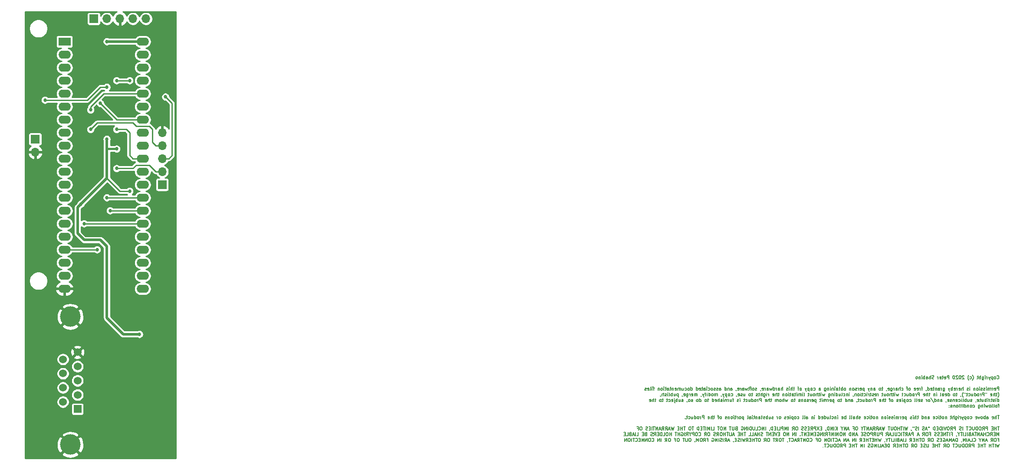
<source format=gbl>
G04 #@! TF.GenerationSoftware,KiCad,Pcbnew,(5.1.5)-3*
G04 #@! TF.CreationDate,2020-01-05T20:33:51-06:00*
G04 #@! TF.ProjectId,tymkrs_vendo,74796d6b-7273-45f7-9665-6e646f2e6b69,V0*
G04 #@! TF.SameCoordinates,Original*
G04 #@! TF.FileFunction,Copper,L2,Bot*
G04 #@! TF.FilePolarity,Positive*
%FSLAX46Y46*%
G04 Gerber Fmt 4.6, Leading zero omitted, Abs format (unit mm)*
G04 Created by KiCad (PCBNEW (5.1.5)-3) date 2020-01-05 20:33:51*
%MOMM*%
%LPD*%
G04 APERTURE LIST*
%ADD10C,0.158750*%
%ADD11O,1.700000X1.700000*%
%ADD12R,1.700000X1.700000*%
%ADD13R,1.524000X1.524000*%
%ADD14C,1.524000*%
%ADD15C,4.000000*%
%ADD16O,2.400000X1.600000*%
%ADD17R,2.400000X1.600000*%
%ADD18C,0.690000*%
%ADD19C,0.381000*%
%ADD20C,0.508000*%
%ADD21C,0.254000*%
G04 APERTURE END LIST*
D10*
X283481764Y-167406410D02*
X283512002Y-167436648D01*
X283602717Y-167466886D01*
X283663193Y-167466886D01*
X283753907Y-167436648D01*
X283814383Y-167376172D01*
X283844622Y-167315696D01*
X283874860Y-167194744D01*
X283874860Y-167104029D01*
X283844622Y-166983077D01*
X283814383Y-166922601D01*
X283753907Y-166862125D01*
X283663193Y-166831886D01*
X283602717Y-166831886D01*
X283512002Y-166862125D01*
X283481764Y-166892363D01*
X283118907Y-167466886D02*
X283179383Y-167436648D01*
X283209622Y-167406410D01*
X283239860Y-167345934D01*
X283239860Y-167164505D01*
X283209622Y-167104029D01*
X283179383Y-167073791D01*
X283118907Y-167043553D01*
X283028193Y-167043553D01*
X282967717Y-167073791D01*
X282937479Y-167104029D01*
X282907241Y-167164505D01*
X282907241Y-167345934D01*
X282937479Y-167406410D01*
X282967717Y-167436648D01*
X283028193Y-167466886D01*
X283118907Y-167466886D01*
X282635098Y-167043553D02*
X282635098Y-167678553D01*
X282635098Y-167073791D02*
X282574622Y-167043553D01*
X282453669Y-167043553D01*
X282393193Y-167073791D01*
X282362955Y-167104029D01*
X282332717Y-167164505D01*
X282332717Y-167345934D01*
X282362955Y-167406410D01*
X282393193Y-167436648D01*
X282453669Y-167466886D01*
X282574622Y-167466886D01*
X282635098Y-167436648D01*
X282121050Y-167043553D02*
X281969860Y-167466886D01*
X281818669Y-167043553D02*
X281969860Y-167466886D01*
X282030336Y-167618077D01*
X282060574Y-167648315D01*
X282121050Y-167678553D01*
X281576764Y-167466886D02*
X281576764Y-167043553D01*
X281576764Y-167164505D02*
X281546526Y-167104029D01*
X281516288Y-167073791D01*
X281455812Y-167043553D01*
X281395336Y-167043553D01*
X281183669Y-167466886D02*
X281183669Y-167043553D01*
X281183669Y-166831886D02*
X281213907Y-166862125D01*
X281183669Y-166892363D01*
X281153431Y-166862125D01*
X281183669Y-166831886D01*
X281183669Y-166892363D01*
X280609145Y-167043553D02*
X280609145Y-167557601D01*
X280639383Y-167618077D01*
X280669622Y-167648315D01*
X280730098Y-167678553D01*
X280820812Y-167678553D01*
X280881288Y-167648315D01*
X280609145Y-167436648D02*
X280669622Y-167466886D01*
X280790574Y-167466886D01*
X280851050Y-167436648D01*
X280881288Y-167406410D01*
X280911526Y-167345934D01*
X280911526Y-167164505D01*
X280881288Y-167104029D01*
X280851050Y-167073791D01*
X280790574Y-167043553D01*
X280669622Y-167043553D01*
X280609145Y-167073791D01*
X280306764Y-167466886D02*
X280306764Y-166831886D01*
X280034622Y-167466886D02*
X280034622Y-167134267D01*
X280064860Y-167073791D01*
X280125336Y-167043553D01*
X280216050Y-167043553D01*
X280276526Y-167073791D01*
X280306764Y-167104029D01*
X279822955Y-167043553D02*
X279581050Y-167043553D01*
X279732241Y-166831886D02*
X279732241Y-167376172D01*
X279702002Y-167436648D01*
X279641526Y-167466886D01*
X279581050Y-167466886D01*
X278704145Y-167708791D02*
X278734383Y-167678553D01*
X278794860Y-167587839D01*
X278825098Y-167527363D01*
X278855336Y-167436648D01*
X278885574Y-167285458D01*
X278885574Y-167164505D01*
X278855336Y-167013315D01*
X278825098Y-166922601D01*
X278794860Y-166862125D01*
X278734383Y-166771410D01*
X278704145Y-166741172D01*
X278190098Y-167436648D02*
X278250574Y-167466886D01*
X278371526Y-167466886D01*
X278432002Y-167436648D01*
X278462241Y-167406410D01*
X278492479Y-167345934D01*
X278492479Y-167164505D01*
X278462241Y-167104029D01*
X278432002Y-167073791D01*
X278371526Y-167043553D01*
X278250574Y-167043553D01*
X278190098Y-167073791D01*
X277978431Y-167708791D02*
X277948193Y-167678553D01*
X277887717Y-167587839D01*
X277857479Y-167527363D01*
X277827241Y-167436648D01*
X277797002Y-167285458D01*
X277797002Y-167164505D01*
X277827241Y-167013315D01*
X277857479Y-166922601D01*
X277887717Y-166862125D01*
X277948193Y-166771410D01*
X277978431Y-166741172D01*
X277041050Y-166892363D02*
X277010812Y-166862125D01*
X276950336Y-166831886D01*
X276799145Y-166831886D01*
X276738669Y-166862125D01*
X276708431Y-166892363D01*
X276678193Y-166952839D01*
X276678193Y-167013315D01*
X276708431Y-167104029D01*
X277071288Y-167466886D01*
X276678193Y-167466886D01*
X276285098Y-166831886D02*
X276224622Y-166831886D01*
X276164145Y-166862125D01*
X276133907Y-166892363D01*
X276103669Y-166952839D01*
X276073431Y-167073791D01*
X276073431Y-167224982D01*
X276103669Y-167345934D01*
X276133907Y-167406410D01*
X276164145Y-167436648D01*
X276224622Y-167466886D01*
X276285098Y-167466886D01*
X276345574Y-167436648D01*
X276375812Y-167406410D01*
X276406050Y-167345934D01*
X276436288Y-167224982D01*
X276436288Y-167073791D01*
X276406050Y-166952839D01*
X276375812Y-166892363D01*
X276345574Y-166862125D01*
X276285098Y-166831886D01*
X275831526Y-166892363D02*
X275801288Y-166862125D01*
X275740812Y-166831886D01*
X275589622Y-166831886D01*
X275529145Y-166862125D01*
X275498907Y-166892363D01*
X275468669Y-166952839D01*
X275468669Y-167013315D01*
X275498907Y-167104029D01*
X275861764Y-167466886D01*
X275468669Y-167466886D01*
X275075574Y-166831886D02*
X275015098Y-166831886D01*
X274954622Y-166862125D01*
X274924383Y-166892363D01*
X274894145Y-166952839D01*
X274863907Y-167073791D01*
X274863907Y-167224982D01*
X274894145Y-167345934D01*
X274924383Y-167406410D01*
X274954622Y-167436648D01*
X275015098Y-167466886D01*
X275075574Y-167466886D01*
X275136050Y-167436648D01*
X275166288Y-167406410D01*
X275196526Y-167345934D01*
X275226764Y-167224982D01*
X275226764Y-167073791D01*
X275196526Y-166952839D01*
X275166288Y-166892363D01*
X275136050Y-166862125D01*
X275075574Y-166831886D01*
X274107955Y-167466886D02*
X274107955Y-166831886D01*
X273866050Y-166831886D01*
X273805574Y-166862125D01*
X273775336Y-166892363D01*
X273745098Y-166952839D01*
X273745098Y-167043553D01*
X273775336Y-167104029D01*
X273805574Y-167134267D01*
X273866050Y-167164505D01*
X274107955Y-167164505D01*
X273231050Y-167436648D02*
X273291526Y-167466886D01*
X273412479Y-167466886D01*
X273472955Y-167436648D01*
X273503193Y-167376172D01*
X273503193Y-167134267D01*
X273472955Y-167073791D01*
X273412479Y-167043553D01*
X273291526Y-167043553D01*
X273231050Y-167073791D01*
X273200812Y-167134267D01*
X273200812Y-167194744D01*
X273503193Y-167255220D01*
X273019383Y-167043553D02*
X272777479Y-167043553D01*
X272928669Y-166831886D02*
X272928669Y-167376172D01*
X272898431Y-167436648D01*
X272837955Y-167466886D01*
X272777479Y-167466886D01*
X272323907Y-167436648D02*
X272384383Y-167466886D01*
X272505336Y-167466886D01*
X272565812Y-167436648D01*
X272596050Y-167376172D01*
X272596050Y-167134267D01*
X272565812Y-167073791D01*
X272505336Y-167043553D01*
X272384383Y-167043553D01*
X272323907Y-167073791D01*
X272293669Y-167134267D01*
X272293669Y-167194744D01*
X272596050Y-167255220D01*
X272021526Y-167466886D02*
X272021526Y-167043553D01*
X272021526Y-167164505D02*
X271991288Y-167104029D01*
X271961050Y-167073791D01*
X271900574Y-167043553D01*
X271840098Y-167043553D01*
X271174860Y-167436648D02*
X271084145Y-167466886D01*
X270932955Y-167466886D01*
X270872479Y-167436648D01*
X270842241Y-167406410D01*
X270812002Y-167345934D01*
X270812002Y-167285458D01*
X270842241Y-167224982D01*
X270872479Y-167194744D01*
X270932955Y-167164505D01*
X271053907Y-167134267D01*
X271114383Y-167104029D01*
X271144622Y-167073791D01*
X271174860Y-167013315D01*
X271174860Y-166952839D01*
X271144622Y-166892363D01*
X271114383Y-166862125D01*
X271053907Y-166831886D01*
X270902717Y-166831886D01*
X270812002Y-166862125D01*
X270539860Y-167466886D02*
X270539860Y-166831886D01*
X270267717Y-167466886D02*
X270267717Y-167134267D01*
X270297955Y-167073791D01*
X270358431Y-167043553D01*
X270449145Y-167043553D01*
X270509622Y-167073791D01*
X270539860Y-167104029D01*
X269693193Y-167466886D02*
X269693193Y-167134267D01*
X269723431Y-167073791D01*
X269783907Y-167043553D01*
X269904860Y-167043553D01*
X269965336Y-167073791D01*
X269693193Y-167436648D02*
X269753669Y-167466886D01*
X269904860Y-167466886D01*
X269965336Y-167436648D01*
X269995574Y-167376172D01*
X269995574Y-167315696D01*
X269965336Y-167255220D01*
X269904860Y-167224982D01*
X269753669Y-167224982D01*
X269693193Y-167194744D01*
X269390812Y-167466886D02*
X269390812Y-166831886D01*
X269390812Y-167073791D02*
X269330336Y-167043553D01*
X269209383Y-167043553D01*
X269148907Y-167073791D01*
X269118669Y-167104029D01*
X269088431Y-167164505D01*
X269088431Y-167345934D01*
X269118669Y-167406410D01*
X269148907Y-167436648D01*
X269209383Y-167466886D01*
X269330336Y-167466886D01*
X269390812Y-167436648D01*
X268816288Y-167466886D02*
X268816288Y-167043553D01*
X268816288Y-166831886D02*
X268846526Y-166862125D01*
X268816288Y-166892363D01*
X268786050Y-166862125D01*
X268816288Y-166831886D01*
X268816288Y-166892363D01*
X268513907Y-167043553D02*
X268513907Y-167466886D01*
X268513907Y-167104029D02*
X268483669Y-167073791D01*
X268423193Y-167043553D01*
X268332479Y-167043553D01*
X268272002Y-167073791D01*
X268241764Y-167134267D01*
X268241764Y-167466886D01*
X267848669Y-167466886D02*
X267909145Y-167436648D01*
X267939383Y-167406410D01*
X267969622Y-167345934D01*
X267969622Y-167164505D01*
X267939383Y-167104029D01*
X267909145Y-167073791D01*
X267848669Y-167043553D01*
X267757955Y-167043553D01*
X267697479Y-167073791D01*
X267667241Y-167104029D01*
X267637002Y-167164505D01*
X267637002Y-167345934D01*
X267667241Y-167406410D01*
X267697479Y-167436648D01*
X267757955Y-167466886D01*
X267848669Y-167466886D01*
X283844622Y-169689386D02*
X283844622Y-169054386D01*
X283602717Y-169054386D01*
X283542241Y-169084625D01*
X283512002Y-169114863D01*
X283481764Y-169175339D01*
X283481764Y-169266053D01*
X283512002Y-169326529D01*
X283542241Y-169356767D01*
X283602717Y-169387005D01*
X283844622Y-169387005D01*
X282967717Y-169659148D02*
X283028193Y-169689386D01*
X283149145Y-169689386D01*
X283209622Y-169659148D01*
X283239860Y-169598672D01*
X283239860Y-169356767D01*
X283209622Y-169296291D01*
X283149145Y-169266053D01*
X283028193Y-169266053D01*
X282967717Y-169296291D01*
X282937479Y-169356767D01*
X282937479Y-169417244D01*
X283239860Y-169477720D01*
X282665336Y-169689386D02*
X282665336Y-169266053D01*
X282665336Y-169387005D02*
X282635098Y-169326529D01*
X282604860Y-169296291D01*
X282544383Y-169266053D01*
X282483907Y-169266053D01*
X282272241Y-169689386D02*
X282272241Y-169266053D01*
X282272241Y-169326529D02*
X282242002Y-169296291D01*
X282181526Y-169266053D01*
X282090812Y-169266053D01*
X282030336Y-169296291D01*
X282000098Y-169356767D01*
X282000098Y-169689386D01*
X282000098Y-169356767D02*
X281969860Y-169296291D01*
X281909383Y-169266053D01*
X281818669Y-169266053D01*
X281758193Y-169296291D01*
X281727955Y-169356767D01*
X281727955Y-169689386D01*
X281425574Y-169689386D02*
X281425574Y-169266053D01*
X281425574Y-169054386D02*
X281455812Y-169084625D01*
X281425574Y-169114863D01*
X281395336Y-169084625D01*
X281425574Y-169054386D01*
X281425574Y-169114863D01*
X281153431Y-169659148D02*
X281092955Y-169689386D01*
X280972002Y-169689386D01*
X280911526Y-169659148D01*
X280881288Y-169598672D01*
X280881288Y-169568434D01*
X280911526Y-169507958D01*
X280972002Y-169477720D01*
X281062717Y-169477720D01*
X281123193Y-169447482D01*
X281153431Y-169387005D01*
X281153431Y-169356767D01*
X281123193Y-169296291D01*
X281062717Y-169266053D01*
X280972002Y-169266053D01*
X280911526Y-169296291D01*
X280639383Y-169659148D02*
X280578907Y-169689386D01*
X280457955Y-169689386D01*
X280397479Y-169659148D01*
X280367241Y-169598672D01*
X280367241Y-169568434D01*
X280397479Y-169507958D01*
X280457955Y-169477720D01*
X280548669Y-169477720D01*
X280609145Y-169447482D01*
X280639383Y-169387005D01*
X280639383Y-169356767D01*
X280609145Y-169296291D01*
X280548669Y-169266053D01*
X280457955Y-169266053D01*
X280397479Y-169296291D01*
X280095098Y-169689386D02*
X280095098Y-169266053D01*
X280095098Y-169054386D02*
X280125336Y-169084625D01*
X280095098Y-169114863D01*
X280064860Y-169084625D01*
X280095098Y-169054386D01*
X280095098Y-169114863D01*
X279702002Y-169689386D02*
X279762479Y-169659148D01*
X279792717Y-169628910D01*
X279822955Y-169568434D01*
X279822955Y-169387005D01*
X279792717Y-169326529D01*
X279762479Y-169296291D01*
X279702002Y-169266053D01*
X279611288Y-169266053D01*
X279550812Y-169296291D01*
X279520574Y-169326529D01*
X279490336Y-169387005D01*
X279490336Y-169568434D01*
X279520574Y-169628910D01*
X279550812Y-169659148D01*
X279611288Y-169689386D01*
X279702002Y-169689386D01*
X279218193Y-169266053D02*
X279218193Y-169689386D01*
X279218193Y-169326529D02*
X279187955Y-169296291D01*
X279127479Y-169266053D01*
X279036764Y-169266053D01*
X278976288Y-169296291D01*
X278946050Y-169356767D01*
X278946050Y-169689386D01*
X278159860Y-169689386D02*
X278159860Y-169266053D01*
X278159860Y-169054386D02*
X278190098Y-169084625D01*
X278159860Y-169114863D01*
X278129622Y-169084625D01*
X278159860Y-169054386D01*
X278159860Y-169114863D01*
X277887717Y-169659148D02*
X277827241Y-169689386D01*
X277706288Y-169689386D01*
X277645812Y-169659148D01*
X277615574Y-169598672D01*
X277615574Y-169568434D01*
X277645812Y-169507958D01*
X277706288Y-169477720D01*
X277797002Y-169477720D01*
X277857479Y-169447482D01*
X277887717Y-169387005D01*
X277887717Y-169356767D01*
X277857479Y-169296291D01*
X277797002Y-169266053D01*
X277706288Y-169266053D01*
X277645812Y-169296291D01*
X276859622Y-169689386D02*
X276859622Y-169054386D01*
X276587479Y-169689386D02*
X276587479Y-169356767D01*
X276617717Y-169296291D01*
X276678193Y-169266053D01*
X276768907Y-169266053D01*
X276829383Y-169296291D01*
X276859622Y-169326529D01*
X276043193Y-169659148D02*
X276103669Y-169689386D01*
X276224622Y-169689386D01*
X276285098Y-169659148D01*
X276315336Y-169598672D01*
X276315336Y-169356767D01*
X276285098Y-169296291D01*
X276224622Y-169266053D01*
X276103669Y-169266053D01*
X276043193Y-169296291D01*
X276012955Y-169356767D01*
X276012955Y-169417244D01*
X276315336Y-169477720D01*
X275740812Y-169689386D02*
X275740812Y-169266053D01*
X275740812Y-169387005D02*
X275710574Y-169326529D01*
X275680336Y-169296291D01*
X275619860Y-169266053D01*
X275559383Y-169266053D01*
X275105812Y-169659148D02*
X275166288Y-169689386D01*
X275287241Y-169689386D01*
X275347717Y-169659148D01*
X275377955Y-169598672D01*
X275377955Y-169356767D01*
X275347717Y-169296291D01*
X275287241Y-169266053D01*
X275166288Y-169266053D01*
X275105812Y-169296291D01*
X275075574Y-169356767D01*
X275075574Y-169417244D01*
X275377955Y-169477720D01*
X274803431Y-169689386D02*
X274803431Y-169054386D01*
X274803431Y-169296291D02*
X274742955Y-169266053D01*
X274622002Y-169266053D01*
X274561526Y-169296291D01*
X274531288Y-169326529D01*
X274501050Y-169387005D01*
X274501050Y-169568434D01*
X274531288Y-169628910D01*
X274561526Y-169659148D01*
X274622002Y-169689386D01*
X274742955Y-169689386D01*
X274803431Y-169659148D01*
X274289383Y-169266053D02*
X274138193Y-169689386D01*
X273987002Y-169266053D02*
X274138193Y-169689386D01*
X274198669Y-169840577D01*
X274228907Y-169870815D01*
X274289383Y-169901053D01*
X272989145Y-169266053D02*
X272989145Y-169780101D01*
X273019383Y-169840577D01*
X273049622Y-169870815D01*
X273110098Y-169901053D01*
X273200812Y-169901053D01*
X273261288Y-169870815D01*
X272989145Y-169659148D02*
X273049622Y-169689386D01*
X273170574Y-169689386D01*
X273231050Y-169659148D01*
X273261288Y-169628910D01*
X273291526Y-169568434D01*
X273291526Y-169387005D01*
X273261288Y-169326529D01*
X273231050Y-169296291D01*
X273170574Y-169266053D01*
X273049622Y-169266053D01*
X272989145Y-169296291D01*
X272686764Y-169689386D02*
X272686764Y-169266053D01*
X272686764Y-169387005D02*
X272656526Y-169326529D01*
X272626288Y-169296291D01*
X272565812Y-169266053D01*
X272505336Y-169266053D01*
X272021526Y-169689386D02*
X272021526Y-169356767D01*
X272051764Y-169296291D01*
X272112241Y-169266053D01*
X272233193Y-169266053D01*
X272293669Y-169296291D01*
X272021526Y-169659148D02*
X272082002Y-169689386D01*
X272233193Y-169689386D01*
X272293669Y-169659148D01*
X272323907Y-169598672D01*
X272323907Y-169538196D01*
X272293669Y-169477720D01*
X272233193Y-169447482D01*
X272082002Y-169447482D01*
X272021526Y-169417244D01*
X271719145Y-169266053D02*
X271719145Y-169689386D01*
X271719145Y-169326529D02*
X271688907Y-169296291D01*
X271628431Y-169266053D01*
X271537717Y-169266053D01*
X271477241Y-169296291D01*
X271447002Y-169356767D01*
X271447002Y-169689386D01*
X271235336Y-169266053D02*
X270993431Y-169266053D01*
X271144622Y-169054386D02*
X271144622Y-169598672D01*
X271114383Y-169659148D01*
X271053907Y-169689386D01*
X270993431Y-169689386D01*
X270539860Y-169659148D02*
X270600336Y-169689386D01*
X270721288Y-169689386D01*
X270781764Y-169659148D01*
X270812002Y-169598672D01*
X270812002Y-169356767D01*
X270781764Y-169296291D01*
X270721288Y-169266053D01*
X270600336Y-169266053D01*
X270539860Y-169296291D01*
X270509622Y-169356767D01*
X270509622Y-169417244D01*
X270812002Y-169477720D01*
X269965336Y-169689386D02*
X269965336Y-169054386D01*
X269965336Y-169659148D02*
X270025812Y-169689386D01*
X270146764Y-169689386D01*
X270207241Y-169659148D01*
X270237479Y-169628910D01*
X270267717Y-169568434D01*
X270267717Y-169387005D01*
X270237479Y-169326529D01*
X270207241Y-169296291D01*
X270146764Y-169266053D01*
X270025812Y-169266053D01*
X269965336Y-169296291D01*
X269632717Y-169659148D02*
X269632717Y-169689386D01*
X269662955Y-169749863D01*
X269693193Y-169780101D01*
X268967479Y-169266053D02*
X268725574Y-169266053D01*
X268876764Y-169689386D02*
X268876764Y-169145101D01*
X268846526Y-169084625D01*
X268786050Y-169054386D01*
X268725574Y-169054386D01*
X268513907Y-169689386D02*
X268513907Y-169266053D01*
X268513907Y-169387005D02*
X268483669Y-169326529D01*
X268453431Y-169296291D01*
X268392955Y-169266053D01*
X268332479Y-169266053D01*
X267878907Y-169659148D02*
X267939383Y-169689386D01*
X268060336Y-169689386D01*
X268120812Y-169659148D01*
X268151050Y-169598672D01*
X268151050Y-169356767D01*
X268120812Y-169296291D01*
X268060336Y-169266053D01*
X267939383Y-169266053D01*
X267878907Y-169296291D01*
X267848669Y-169356767D01*
X267848669Y-169417244D01*
X268151050Y-169477720D01*
X267334622Y-169659148D02*
X267395098Y-169689386D01*
X267516050Y-169689386D01*
X267576526Y-169659148D01*
X267606764Y-169598672D01*
X267606764Y-169356767D01*
X267576526Y-169296291D01*
X267516050Y-169266053D01*
X267395098Y-169266053D01*
X267334622Y-169296291D01*
X267304383Y-169356767D01*
X267304383Y-169417244D01*
X267606764Y-169477720D01*
X266457717Y-169689386D02*
X266518193Y-169659148D01*
X266548431Y-169628910D01*
X266578669Y-169568434D01*
X266578669Y-169387005D01*
X266548431Y-169326529D01*
X266518193Y-169296291D01*
X266457717Y-169266053D01*
X266367002Y-169266053D01*
X266306526Y-169296291D01*
X266276288Y-169326529D01*
X266246050Y-169387005D01*
X266246050Y-169568434D01*
X266276288Y-169628910D01*
X266306526Y-169659148D01*
X266367002Y-169689386D01*
X266457717Y-169689386D01*
X266064622Y-169266053D02*
X265822717Y-169266053D01*
X265973907Y-169689386D02*
X265973907Y-169145101D01*
X265943669Y-169084625D01*
X265883193Y-169054386D01*
X265822717Y-169054386D01*
X264855098Y-169659148D02*
X264915574Y-169689386D01*
X265036526Y-169689386D01*
X265097002Y-169659148D01*
X265127241Y-169628910D01*
X265157479Y-169568434D01*
X265157479Y-169387005D01*
X265127241Y-169326529D01*
X265097002Y-169296291D01*
X265036526Y-169266053D01*
X264915574Y-169266053D01*
X264855098Y-169296291D01*
X264582955Y-169689386D02*
X264582955Y-169054386D01*
X264310812Y-169689386D02*
X264310812Y-169356767D01*
X264341050Y-169296291D01*
X264401526Y-169266053D01*
X264492241Y-169266053D01*
X264552717Y-169296291D01*
X264582955Y-169326529D01*
X263736288Y-169689386D02*
X263736288Y-169356767D01*
X263766526Y-169296291D01*
X263827002Y-169266053D01*
X263947955Y-169266053D01*
X264008431Y-169296291D01*
X263736288Y-169659148D02*
X263796764Y-169689386D01*
X263947955Y-169689386D01*
X264008431Y-169659148D01*
X264038669Y-169598672D01*
X264038669Y-169538196D01*
X264008431Y-169477720D01*
X263947955Y-169447482D01*
X263796764Y-169447482D01*
X263736288Y-169417244D01*
X263433907Y-169689386D02*
X263433907Y-169266053D01*
X263433907Y-169387005D02*
X263403669Y-169326529D01*
X263373431Y-169296291D01*
X263312955Y-169266053D01*
X263252479Y-169266053D01*
X262768669Y-169266053D02*
X262768669Y-169780101D01*
X262798907Y-169840577D01*
X262829145Y-169870815D01*
X262889622Y-169901053D01*
X262980336Y-169901053D01*
X263040812Y-169870815D01*
X262768669Y-169659148D02*
X262829145Y-169689386D01*
X262950098Y-169689386D01*
X263010574Y-169659148D01*
X263040812Y-169628910D01*
X263071050Y-169568434D01*
X263071050Y-169387005D01*
X263040812Y-169326529D01*
X263010574Y-169296291D01*
X262950098Y-169266053D01*
X262829145Y-169266053D01*
X262768669Y-169296291D01*
X262224383Y-169659148D02*
X262284860Y-169689386D01*
X262405812Y-169689386D01*
X262466288Y-169659148D01*
X262496526Y-169598672D01*
X262496526Y-169356767D01*
X262466288Y-169296291D01*
X262405812Y-169266053D01*
X262284860Y-169266053D01*
X262224383Y-169296291D01*
X262194145Y-169356767D01*
X262194145Y-169417244D01*
X262496526Y-169477720D01*
X261891764Y-169659148D02*
X261891764Y-169689386D01*
X261922002Y-169749863D01*
X261952241Y-169780101D01*
X261226526Y-169266053D02*
X260984622Y-169266053D01*
X261135812Y-169054386D02*
X261135812Y-169598672D01*
X261105574Y-169659148D01*
X261045098Y-169689386D01*
X260984622Y-169689386D01*
X260682241Y-169689386D02*
X260742717Y-169659148D01*
X260772955Y-169628910D01*
X260803193Y-169568434D01*
X260803193Y-169387005D01*
X260772955Y-169326529D01*
X260742717Y-169296291D01*
X260682241Y-169266053D01*
X260591526Y-169266053D01*
X260531050Y-169296291D01*
X260500812Y-169326529D01*
X260470574Y-169387005D01*
X260470574Y-169568434D01*
X260500812Y-169628910D01*
X260531050Y-169659148D01*
X260591526Y-169689386D01*
X260682241Y-169689386D01*
X259442479Y-169689386D02*
X259442479Y-169356767D01*
X259472717Y-169296291D01*
X259533193Y-169266053D01*
X259654145Y-169266053D01*
X259714622Y-169296291D01*
X259442479Y-169659148D02*
X259502955Y-169689386D01*
X259654145Y-169689386D01*
X259714622Y-169659148D01*
X259744860Y-169598672D01*
X259744860Y-169538196D01*
X259714622Y-169477720D01*
X259654145Y-169447482D01*
X259502955Y-169447482D01*
X259442479Y-169417244D01*
X259140098Y-169266053D02*
X259140098Y-169689386D01*
X259140098Y-169326529D02*
X259109860Y-169296291D01*
X259049383Y-169266053D01*
X258958669Y-169266053D01*
X258898193Y-169296291D01*
X258867955Y-169356767D01*
X258867955Y-169689386D01*
X258626050Y-169266053D02*
X258474860Y-169689386D01*
X258323669Y-169266053D02*
X258474860Y-169689386D01*
X258535336Y-169840577D01*
X258565574Y-169870815D01*
X258626050Y-169901053D01*
X257597955Y-169266053D02*
X257597955Y-169901053D01*
X257597955Y-169296291D02*
X257537479Y-169266053D01*
X257416526Y-169266053D01*
X257356050Y-169296291D01*
X257325812Y-169326529D01*
X257295574Y-169387005D01*
X257295574Y-169568434D01*
X257325812Y-169628910D01*
X257356050Y-169659148D01*
X257416526Y-169689386D01*
X257537479Y-169689386D01*
X257597955Y-169659148D01*
X256781526Y-169659148D02*
X256842002Y-169689386D01*
X256962955Y-169689386D01*
X257023431Y-169659148D01*
X257053669Y-169598672D01*
X257053669Y-169356767D01*
X257023431Y-169296291D01*
X256962955Y-169266053D01*
X256842002Y-169266053D01*
X256781526Y-169296291D01*
X256751288Y-169356767D01*
X256751288Y-169417244D01*
X257053669Y-169477720D01*
X256479145Y-169689386D02*
X256479145Y-169266053D01*
X256479145Y-169387005D02*
X256448907Y-169326529D01*
X256418669Y-169296291D01*
X256358193Y-169266053D01*
X256297717Y-169266053D01*
X256116288Y-169659148D02*
X256055812Y-169689386D01*
X255934860Y-169689386D01*
X255874383Y-169659148D01*
X255844145Y-169598672D01*
X255844145Y-169568434D01*
X255874383Y-169507958D01*
X255934860Y-169477720D01*
X256025574Y-169477720D01*
X256086050Y-169447482D01*
X256116288Y-169387005D01*
X256116288Y-169356767D01*
X256086050Y-169296291D01*
X256025574Y-169266053D01*
X255934860Y-169266053D01*
X255874383Y-169296291D01*
X255481288Y-169689386D02*
X255541764Y-169659148D01*
X255572002Y-169628910D01*
X255602241Y-169568434D01*
X255602241Y-169387005D01*
X255572002Y-169326529D01*
X255541764Y-169296291D01*
X255481288Y-169266053D01*
X255390574Y-169266053D01*
X255330098Y-169296291D01*
X255299860Y-169326529D01*
X255269622Y-169387005D01*
X255269622Y-169568434D01*
X255299860Y-169628910D01*
X255330098Y-169659148D01*
X255390574Y-169689386D01*
X255481288Y-169689386D01*
X254997479Y-169266053D02*
X254997479Y-169689386D01*
X254997479Y-169326529D02*
X254967241Y-169296291D01*
X254906764Y-169266053D01*
X254816050Y-169266053D01*
X254755574Y-169296291D01*
X254725336Y-169356767D01*
X254725336Y-169689386D01*
X253848431Y-169689386D02*
X253908907Y-169659148D01*
X253939145Y-169628910D01*
X253969383Y-169568434D01*
X253969383Y-169387005D01*
X253939145Y-169326529D01*
X253908907Y-169296291D01*
X253848431Y-169266053D01*
X253757717Y-169266053D01*
X253697241Y-169296291D01*
X253667002Y-169326529D01*
X253636764Y-169387005D01*
X253636764Y-169568434D01*
X253667002Y-169628910D01*
X253697241Y-169659148D01*
X253757717Y-169689386D01*
X253848431Y-169689386D01*
X253364622Y-169689386D02*
X253364622Y-169054386D01*
X253364622Y-169296291D02*
X253304145Y-169266053D01*
X253183193Y-169266053D01*
X253122717Y-169296291D01*
X253092479Y-169326529D01*
X253062241Y-169387005D01*
X253062241Y-169568434D01*
X253092479Y-169628910D01*
X253122717Y-169659148D01*
X253183193Y-169689386D01*
X253304145Y-169689386D01*
X253364622Y-169659148D01*
X252880812Y-169266053D02*
X252638907Y-169266053D01*
X252790098Y-169054386D02*
X252790098Y-169598672D01*
X252759860Y-169659148D01*
X252699383Y-169689386D01*
X252638907Y-169689386D01*
X252155098Y-169689386D02*
X252155098Y-169356767D01*
X252185336Y-169296291D01*
X252245812Y-169266053D01*
X252366764Y-169266053D01*
X252427241Y-169296291D01*
X252155098Y-169659148D02*
X252215574Y-169689386D01*
X252366764Y-169689386D01*
X252427241Y-169659148D01*
X252457479Y-169598672D01*
X252457479Y-169538196D01*
X252427241Y-169477720D01*
X252366764Y-169447482D01*
X252215574Y-169447482D01*
X252155098Y-169417244D01*
X251852717Y-169689386D02*
X251852717Y-169266053D01*
X251852717Y-169054386D02*
X251882955Y-169084625D01*
X251852717Y-169114863D01*
X251822479Y-169084625D01*
X251852717Y-169054386D01*
X251852717Y-169114863D01*
X251550336Y-169266053D02*
X251550336Y-169689386D01*
X251550336Y-169326529D02*
X251520098Y-169296291D01*
X251459622Y-169266053D01*
X251368907Y-169266053D01*
X251308431Y-169296291D01*
X251278193Y-169356767D01*
X251278193Y-169689386D01*
X250975812Y-169689386D02*
X250975812Y-169266053D01*
X250975812Y-169054386D02*
X251006050Y-169084625D01*
X250975812Y-169114863D01*
X250945574Y-169084625D01*
X250975812Y-169054386D01*
X250975812Y-169114863D01*
X250673431Y-169266053D02*
X250673431Y-169689386D01*
X250673431Y-169326529D02*
X250643193Y-169296291D01*
X250582717Y-169266053D01*
X250492002Y-169266053D01*
X250431526Y-169296291D01*
X250401288Y-169356767D01*
X250401288Y-169689386D01*
X249826764Y-169266053D02*
X249826764Y-169780101D01*
X249857002Y-169840577D01*
X249887241Y-169870815D01*
X249947717Y-169901053D01*
X250038431Y-169901053D01*
X250098907Y-169870815D01*
X249826764Y-169659148D02*
X249887241Y-169689386D01*
X250008193Y-169689386D01*
X250068669Y-169659148D01*
X250098907Y-169628910D01*
X250129145Y-169568434D01*
X250129145Y-169387005D01*
X250098907Y-169326529D01*
X250068669Y-169296291D01*
X250008193Y-169266053D01*
X249887241Y-169266053D01*
X249826764Y-169296291D01*
X248768431Y-169689386D02*
X248768431Y-169356767D01*
X248798669Y-169296291D01*
X248859145Y-169266053D01*
X248980098Y-169266053D01*
X249040574Y-169296291D01*
X248768431Y-169659148D02*
X248828907Y-169689386D01*
X248980098Y-169689386D01*
X249040574Y-169659148D01*
X249070812Y-169598672D01*
X249070812Y-169538196D01*
X249040574Y-169477720D01*
X248980098Y-169447482D01*
X248828907Y-169447482D01*
X248768431Y-169417244D01*
X247710098Y-169659148D02*
X247770574Y-169689386D01*
X247891526Y-169689386D01*
X247952002Y-169659148D01*
X247982241Y-169628910D01*
X248012479Y-169568434D01*
X248012479Y-169387005D01*
X247982241Y-169326529D01*
X247952002Y-169296291D01*
X247891526Y-169266053D01*
X247770574Y-169266053D01*
X247710098Y-169296291D01*
X247347241Y-169689386D02*
X247407717Y-169659148D01*
X247437955Y-169628910D01*
X247468193Y-169568434D01*
X247468193Y-169387005D01*
X247437955Y-169326529D01*
X247407717Y-169296291D01*
X247347241Y-169266053D01*
X247256526Y-169266053D01*
X247196050Y-169296291D01*
X247165812Y-169326529D01*
X247135574Y-169387005D01*
X247135574Y-169568434D01*
X247165812Y-169628910D01*
X247196050Y-169659148D01*
X247256526Y-169689386D01*
X247347241Y-169689386D01*
X246863431Y-169266053D02*
X246863431Y-169901053D01*
X246863431Y-169296291D02*
X246802955Y-169266053D01*
X246682002Y-169266053D01*
X246621526Y-169296291D01*
X246591288Y-169326529D01*
X246561050Y-169387005D01*
X246561050Y-169568434D01*
X246591288Y-169628910D01*
X246621526Y-169659148D01*
X246682002Y-169689386D01*
X246802955Y-169689386D01*
X246863431Y-169659148D01*
X246349383Y-169266053D02*
X246198193Y-169689386D01*
X246047002Y-169266053D02*
X246198193Y-169689386D01*
X246258669Y-169840577D01*
X246288907Y-169870815D01*
X246349383Y-169901053D01*
X245230574Y-169689386D02*
X245291050Y-169659148D01*
X245321288Y-169628910D01*
X245351526Y-169568434D01*
X245351526Y-169387005D01*
X245321288Y-169326529D01*
X245291050Y-169296291D01*
X245230574Y-169266053D01*
X245139860Y-169266053D01*
X245079383Y-169296291D01*
X245049145Y-169326529D01*
X245018907Y-169387005D01*
X245018907Y-169568434D01*
X245049145Y-169628910D01*
X245079383Y-169659148D01*
X245139860Y-169689386D01*
X245230574Y-169689386D01*
X244837479Y-169266053D02*
X244595574Y-169266053D01*
X244746764Y-169689386D02*
X244746764Y-169145101D01*
X244716526Y-169084625D01*
X244656050Y-169054386D01*
X244595574Y-169054386D01*
X243990812Y-169266053D02*
X243748907Y-169266053D01*
X243900098Y-169054386D02*
X243900098Y-169598672D01*
X243869860Y-169659148D01*
X243809383Y-169689386D01*
X243748907Y-169689386D01*
X243537241Y-169689386D02*
X243537241Y-169054386D01*
X243265098Y-169689386D02*
X243265098Y-169356767D01*
X243295336Y-169296291D01*
X243355812Y-169266053D01*
X243446526Y-169266053D01*
X243507002Y-169296291D01*
X243537241Y-169326529D01*
X242962717Y-169689386D02*
X242962717Y-169266053D01*
X242962717Y-169054386D02*
X242992955Y-169084625D01*
X242962717Y-169114863D01*
X242932479Y-169084625D01*
X242962717Y-169054386D01*
X242962717Y-169114863D01*
X242690574Y-169659148D02*
X242630098Y-169689386D01*
X242509145Y-169689386D01*
X242448669Y-169659148D01*
X242418431Y-169598672D01*
X242418431Y-169568434D01*
X242448669Y-169507958D01*
X242509145Y-169477720D01*
X242599860Y-169477720D01*
X242660336Y-169447482D01*
X242690574Y-169387005D01*
X242690574Y-169356767D01*
X242660336Y-169296291D01*
X242599860Y-169266053D01*
X242509145Y-169266053D01*
X242448669Y-169296291D01*
X241662479Y-169689386D02*
X241662479Y-169054386D01*
X241390336Y-169689386D02*
X241390336Y-169356767D01*
X241420574Y-169296291D01*
X241481050Y-169266053D01*
X241571764Y-169266053D01*
X241632241Y-169296291D01*
X241662479Y-169326529D01*
X240815812Y-169689386D02*
X240815812Y-169356767D01*
X240846050Y-169296291D01*
X240906526Y-169266053D01*
X241027479Y-169266053D01*
X241087955Y-169296291D01*
X240815812Y-169659148D02*
X240876288Y-169689386D01*
X241027479Y-169689386D01*
X241087955Y-169659148D01*
X241118193Y-169598672D01*
X241118193Y-169538196D01*
X241087955Y-169477720D01*
X241027479Y-169447482D01*
X240876288Y-169447482D01*
X240815812Y-169417244D01*
X240513431Y-169689386D02*
X240513431Y-169266053D01*
X240513431Y-169387005D02*
X240483193Y-169326529D01*
X240452955Y-169296291D01*
X240392479Y-169266053D01*
X240332002Y-169266053D01*
X239848193Y-169689386D02*
X239848193Y-169054386D01*
X239848193Y-169659148D02*
X239908669Y-169689386D01*
X240029622Y-169689386D01*
X240090098Y-169659148D01*
X240120336Y-169628910D01*
X240150574Y-169568434D01*
X240150574Y-169387005D01*
X240120336Y-169326529D01*
X240090098Y-169296291D01*
X240029622Y-169266053D01*
X239908669Y-169266053D01*
X239848193Y-169296291D01*
X239606288Y-169266053D02*
X239485336Y-169689386D01*
X239364383Y-169387005D01*
X239243431Y-169689386D01*
X239122479Y-169266053D01*
X238608431Y-169689386D02*
X238608431Y-169356767D01*
X238638669Y-169296291D01*
X238699145Y-169266053D01*
X238820098Y-169266053D01*
X238880574Y-169296291D01*
X238608431Y-169659148D02*
X238668907Y-169689386D01*
X238820098Y-169689386D01*
X238880574Y-169659148D01*
X238910812Y-169598672D01*
X238910812Y-169538196D01*
X238880574Y-169477720D01*
X238820098Y-169447482D01*
X238668907Y-169447482D01*
X238608431Y-169417244D01*
X238306050Y-169689386D02*
X238306050Y-169266053D01*
X238306050Y-169387005D02*
X238275812Y-169326529D01*
X238245574Y-169296291D01*
X238185098Y-169266053D01*
X238124622Y-169266053D01*
X237671050Y-169659148D02*
X237731526Y-169689386D01*
X237852479Y-169689386D01*
X237912955Y-169659148D01*
X237943193Y-169598672D01*
X237943193Y-169356767D01*
X237912955Y-169296291D01*
X237852479Y-169266053D01*
X237731526Y-169266053D01*
X237671050Y-169296291D01*
X237640812Y-169356767D01*
X237640812Y-169417244D01*
X237943193Y-169477720D01*
X237338431Y-169659148D02*
X237338431Y-169689386D01*
X237368669Y-169749863D01*
X237398907Y-169780101D01*
X236612717Y-169659148D02*
X236552241Y-169689386D01*
X236431288Y-169689386D01*
X236370812Y-169659148D01*
X236340574Y-169598672D01*
X236340574Y-169568434D01*
X236370812Y-169507958D01*
X236431288Y-169477720D01*
X236522002Y-169477720D01*
X236582479Y-169447482D01*
X236612717Y-169387005D01*
X236612717Y-169356767D01*
X236582479Y-169296291D01*
X236522002Y-169266053D01*
X236431288Y-169266053D01*
X236370812Y-169296291D01*
X235977717Y-169689386D02*
X236038193Y-169659148D01*
X236068431Y-169628910D01*
X236098669Y-169568434D01*
X236098669Y-169387005D01*
X236068431Y-169326529D01*
X236038193Y-169296291D01*
X235977717Y-169266053D01*
X235887002Y-169266053D01*
X235826526Y-169296291D01*
X235796288Y-169326529D01*
X235766050Y-169387005D01*
X235766050Y-169568434D01*
X235796288Y-169628910D01*
X235826526Y-169659148D01*
X235887002Y-169689386D01*
X235977717Y-169689386D01*
X235584622Y-169266053D02*
X235342717Y-169266053D01*
X235493907Y-169689386D02*
X235493907Y-169145101D01*
X235463669Y-169084625D01*
X235403193Y-169054386D01*
X235342717Y-169054386D01*
X235221764Y-169266053D02*
X234979860Y-169266053D01*
X235131050Y-169054386D02*
X235131050Y-169598672D01*
X235100812Y-169659148D01*
X235040336Y-169689386D01*
X234979860Y-169689386D01*
X234828669Y-169266053D02*
X234707717Y-169689386D01*
X234586764Y-169387005D01*
X234465812Y-169689386D01*
X234344860Y-169266053D01*
X233830812Y-169689386D02*
X233830812Y-169356767D01*
X233861050Y-169296291D01*
X233921526Y-169266053D01*
X234042479Y-169266053D01*
X234102955Y-169296291D01*
X233830812Y-169659148D02*
X233891288Y-169689386D01*
X234042479Y-169689386D01*
X234102955Y-169659148D01*
X234133193Y-169598672D01*
X234133193Y-169538196D01*
X234102955Y-169477720D01*
X234042479Y-169447482D01*
X233891288Y-169447482D01*
X233830812Y-169417244D01*
X233528431Y-169689386D02*
X233528431Y-169266053D01*
X233528431Y-169387005D02*
X233498193Y-169326529D01*
X233467955Y-169296291D01*
X233407479Y-169266053D01*
X233347002Y-169266053D01*
X232893431Y-169659148D02*
X232953907Y-169689386D01*
X233074860Y-169689386D01*
X233135336Y-169659148D01*
X233165574Y-169598672D01*
X233165574Y-169356767D01*
X233135336Y-169296291D01*
X233074860Y-169266053D01*
X232953907Y-169266053D01*
X232893431Y-169296291D01*
X232863193Y-169356767D01*
X232863193Y-169417244D01*
X233165574Y-169477720D01*
X232560812Y-169659148D02*
X232560812Y-169689386D01*
X232591050Y-169749863D01*
X232621288Y-169780101D01*
X231532717Y-169689386D02*
X231532717Y-169356767D01*
X231562955Y-169296291D01*
X231623431Y-169266053D01*
X231744383Y-169266053D01*
X231804860Y-169296291D01*
X231532717Y-169659148D02*
X231593193Y-169689386D01*
X231744383Y-169689386D01*
X231804860Y-169659148D01*
X231835098Y-169598672D01*
X231835098Y-169538196D01*
X231804860Y-169477720D01*
X231744383Y-169447482D01*
X231593193Y-169447482D01*
X231532717Y-169417244D01*
X231230336Y-169266053D02*
X231230336Y-169689386D01*
X231230336Y-169326529D02*
X231200098Y-169296291D01*
X231139622Y-169266053D01*
X231048907Y-169266053D01*
X230988431Y-169296291D01*
X230958193Y-169356767D01*
X230958193Y-169689386D01*
X230383669Y-169689386D02*
X230383669Y-169054386D01*
X230383669Y-169659148D02*
X230444145Y-169689386D01*
X230565098Y-169689386D01*
X230625574Y-169659148D01*
X230655812Y-169628910D01*
X230686050Y-169568434D01*
X230686050Y-169387005D01*
X230655812Y-169326529D01*
X230625574Y-169296291D01*
X230565098Y-169266053D01*
X230444145Y-169266053D01*
X230383669Y-169296291D01*
X229325336Y-169689386D02*
X229325336Y-169356767D01*
X229355574Y-169296291D01*
X229416050Y-169266053D01*
X229537002Y-169266053D01*
X229597479Y-169296291D01*
X229325336Y-169659148D02*
X229385812Y-169689386D01*
X229537002Y-169689386D01*
X229597479Y-169659148D01*
X229627717Y-169598672D01*
X229627717Y-169538196D01*
X229597479Y-169477720D01*
X229537002Y-169447482D01*
X229385812Y-169447482D01*
X229325336Y-169417244D01*
X229053193Y-169659148D02*
X228992717Y-169689386D01*
X228871764Y-169689386D01*
X228811288Y-169659148D01*
X228781050Y-169598672D01*
X228781050Y-169568434D01*
X228811288Y-169507958D01*
X228871764Y-169477720D01*
X228962479Y-169477720D01*
X229022955Y-169447482D01*
X229053193Y-169387005D01*
X229053193Y-169356767D01*
X229022955Y-169296291D01*
X228962479Y-169266053D01*
X228871764Y-169266053D01*
X228811288Y-169296291D01*
X228539145Y-169659148D02*
X228478669Y-169689386D01*
X228357717Y-169689386D01*
X228297241Y-169659148D01*
X228267002Y-169598672D01*
X228267002Y-169568434D01*
X228297241Y-169507958D01*
X228357717Y-169477720D01*
X228448431Y-169477720D01*
X228508907Y-169447482D01*
X228539145Y-169387005D01*
X228539145Y-169356767D01*
X228508907Y-169296291D01*
X228448431Y-169266053D01*
X228357717Y-169266053D01*
X228297241Y-169296291D01*
X227904145Y-169689386D02*
X227964622Y-169659148D01*
X227994860Y-169628910D01*
X228025098Y-169568434D01*
X228025098Y-169387005D01*
X227994860Y-169326529D01*
X227964622Y-169296291D01*
X227904145Y-169266053D01*
X227813431Y-169266053D01*
X227752955Y-169296291D01*
X227722717Y-169326529D01*
X227692479Y-169387005D01*
X227692479Y-169568434D01*
X227722717Y-169628910D01*
X227752955Y-169659148D01*
X227813431Y-169689386D01*
X227904145Y-169689386D01*
X227148193Y-169659148D02*
X227208669Y-169689386D01*
X227329622Y-169689386D01*
X227390098Y-169659148D01*
X227420336Y-169628910D01*
X227450574Y-169568434D01*
X227450574Y-169387005D01*
X227420336Y-169326529D01*
X227390098Y-169296291D01*
X227329622Y-169266053D01*
X227208669Y-169266053D01*
X227148193Y-169296291D01*
X226876050Y-169689386D02*
X226876050Y-169266053D01*
X226876050Y-169054386D02*
X226906288Y-169084625D01*
X226876050Y-169114863D01*
X226845812Y-169084625D01*
X226876050Y-169054386D01*
X226876050Y-169114863D01*
X226301526Y-169689386D02*
X226301526Y-169356767D01*
X226331764Y-169296291D01*
X226392241Y-169266053D01*
X226513193Y-169266053D01*
X226573669Y-169296291D01*
X226301526Y-169659148D02*
X226362002Y-169689386D01*
X226513193Y-169689386D01*
X226573669Y-169659148D01*
X226603907Y-169598672D01*
X226603907Y-169538196D01*
X226573669Y-169477720D01*
X226513193Y-169447482D01*
X226362002Y-169447482D01*
X226301526Y-169417244D01*
X226089860Y-169266053D02*
X225847955Y-169266053D01*
X225999145Y-169054386D02*
X225999145Y-169598672D01*
X225968907Y-169659148D01*
X225908431Y-169689386D01*
X225847955Y-169689386D01*
X225394383Y-169659148D02*
X225454860Y-169689386D01*
X225575812Y-169689386D01*
X225636288Y-169659148D01*
X225666526Y-169598672D01*
X225666526Y-169356767D01*
X225636288Y-169296291D01*
X225575812Y-169266053D01*
X225454860Y-169266053D01*
X225394383Y-169296291D01*
X225364145Y-169356767D01*
X225364145Y-169417244D01*
X225666526Y-169477720D01*
X224819860Y-169689386D02*
X224819860Y-169054386D01*
X224819860Y-169659148D02*
X224880336Y-169689386D01*
X225001288Y-169689386D01*
X225061764Y-169659148D01*
X225092002Y-169628910D01*
X225122241Y-169568434D01*
X225122241Y-169387005D01*
X225092002Y-169326529D01*
X225061764Y-169296291D01*
X225001288Y-169266053D01*
X224880336Y-169266053D01*
X224819860Y-169296291D01*
X223761526Y-169689386D02*
X223761526Y-169054386D01*
X223761526Y-169659148D02*
X223822002Y-169689386D01*
X223942955Y-169689386D01*
X224003431Y-169659148D01*
X224033669Y-169628910D01*
X224063907Y-169568434D01*
X224063907Y-169387005D01*
X224033669Y-169326529D01*
X224003431Y-169296291D01*
X223942955Y-169266053D01*
X223822002Y-169266053D01*
X223761526Y-169296291D01*
X223368431Y-169689386D02*
X223428907Y-169659148D01*
X223459145Y-169628910D01*
X223489383Y-169568434D01*
X223489383Y-169387005D01*
X223459145Y-169326529D01*
X223428907Y-169296291D01*
X223368431Y-169266053D01*
X223277717Y-169266053D01*
X223217241Y-169296291D01*
X223187002Y-169326529D01*
X223156764Y-169387005D01*
X223156764Y-169568434D01*
X223187002Y-169628910D01*
X223217241Y-169659148D01*
X223277717Y-169689386D01*
X223368431Y-169689386D01*
X222612479Y-169659148D02*
X222672955Y-169689386D01*
X222793907Y-169689386D01*
X222854383Y-169659148D01*
X222884622Y-169628910D01*
X222914860Y-169568434D01*
X222914860Y-169387005D01*
X222884622Y-169326529D01*
X222854383Y-169296291D01*
X222793907Y-169266053D01*
X222672955Y-169266053D01*
X222612479Y-169296291D01*
X222068193Y-169266053D02*
X222068193Y-169689386D01*
X222340336Y-169266053D02*
X222340336Y-169598672D01*
X222310098Y-169659148D01*
X222249622Y-169689386D01*
X222158907Y-169689386D01*
X222098431Y-169659148D01*
X222068193Y-169628910D01*
X221765812Y-169689386D02*
X221765812Y-169266053D01*
X221765812Y-169326529D02*
X221735574Y-169296291D01*
X221675098Y-169266053D01*
X221584383Y-169266053D01*
X221523907Y-169296291D01*
X221493669Y-169356767D01*
X221493669Y-169689386D01*
X221493669Y-169356767D02*
X221463431Y-169296291D01*
X221402955Y-169266053D01*
X221312241Y-169266053D01*
X221251764Y-169296291D01*
X221221526Y-169356767D01*
X221221526Y-169689386D01*
X220677241Y-169659148D02*
X220737717Y-169689386D01*
X220858669Y-169689386D01*
X220919145Y-169659148D01*
X220949383Y-169598672D01*
X220949383Y-169356767D01*
X220919145Y-169296291D01*
X220858669Y-169266053D01*
X220737717Y-169266053D01*
X220677241Y-169296291D01*
X220647002Y-169356767D01*
X220647002Y-169417244D01*
X220949383Y-169477720D01*
X220374860Y-169266053D02*
X220374860Y-169689386D01*
X220374860Y-169326529D02*
X220344622Y-169296291D01*
X220284145Y-169266053D01*
X220193431Y-169266053D01*
X220132955Y-169296291D01*
X220102717Y-169356767D01*
X220102717Y-169689386D01*
X219891050Y-169266053D02*
X219649145Y-169266053D01*
X219800336Y-169054386D02*
X219800336Y-169598672D01*
X219770098Y-169659148D01*
X219709622Y-169689386D01*
X219649145Y-169689386D01*
X219165336Y-169689386D02*
X219165336Y-169356767D01*
X219195574Y-169296291D01*
X219256050Y-169266053D01*
X219377002Y-169266053D01*
X219437479Y-169296291D01*
X219165336Y-169659148D02*
X219225812Y-169689386D01*
X219377002Y-169689386D01*
X219437479Y-169659148D01*
X219467717Y-169598672D01*
X219467717Y-169538196D01*
X219437479Y-169477720D01*
X219377002Y-169447482D01*
X219225812Y-169447482D01*
X219165336Y-169417244D01*
X218953669Y-169266053D02*
X218711764Y-169266053D01*
X218862955Y-169054386D02*
X218862955Y-169598672D01*
X218832717Y-169659148D01*
X218772241Y-169689386D01*
X218711764Y-169689386D01*
X218500098Y-169689386D02*
X218500098Y-169266053D01*
X218500098Y-169054386D02*
X218530336Y-169084625D01*
X218500098Y-169114863D01*
X218469860Y-169084625D01*
X218500098Y-169054386D01*
X218500098Y-169114863D01*
X218107002Y-169689386D02*
X218167479Y-169659148D01*
X218197717Y-169628910D01*
X218227955Y-169568434D01*
X218227955Y-169387005D01*
X218197717Y-169326529D01*
X218167479Y-169296291D01*
X218107002Y-169266053D01*
X218016288Y-169266053D01*
X217955812Y-169296291D01*
X217925574Y-169326529D01*
X217895336Y-169387005D01*
X217895336Y-169568434D01*
X217925574Y-169628910D01*
X217955812Y-169659148D01*
X218016288Y-169689386D01*
X218107002Y-169689386D01*
X217623193Y-169266053D02*
X217623193Y-169689386D01*
X217623193Y-169326529D02*
X217592955Y-169296291D01*
X217532479Y-169266053D01*
X217441764Y-169266053D01*
X217381288Y-169296291D01*
X217351050Y-169356767D01*
X217351050Y-169689386D01*
X216655574Y-169266053D02*
X216413669Y-169266053D01*
X216564860Y-169689386D02*
X216564860Y-169145101D01*
X216534622Y-169084625D01*
X216474145Y-169054386D01*
X216413669Y-169054386D01*
X216202002Y-169689386D02*
X216202002Y-169266053D01*
X216202002Y-169054386D02*
X216232241Y-169084625D01*
X216202002Y-169114863D01*
X216171764Y-169084625D01*
X216202002Y-169054386D01*
X216202002Y-169114863D01*
X215808907Y-169689386D02*
X215869383Y-169659148D01*
X215899622Y-169598672D01*
X215899622Y-169054386D01*
X215325098Y-169659148D02*
X215385574Y-169689386D01*
X215506526Y-169689386D01*
X215567002Y-169659148D01*
X215597241Y-169598672D01*
X215597241Y-169356767D01*
X215567002Y-169296291D01*
X215506526Y-169266053D01*
X215385574Y-169266053D01*
X215325098Y-169296291D01*
X215294860Y-169356767D01*
X215294860Y-169417244D01*
X215597241Y-169477720D01*
X215052955Y-169659148D02*
X214992479Y-169689386D01*
X214871526Y-169689386D01*
X214811050Y-169659148D01*
X214780812Y-169598672D01*
X214780812Y-169568434D01*
X214811050Y-169507958D01*
X214871526Y-169477720D01*
X214962241Y-169477720D01*
X215022717Y-169447482D01*
X215052955Y-169387005D01*
X215052955Y-169356767D01*
X215022717Y-169296291D01*
X214962241Y-169266053D01*
X214871526Y-169266053D01*
X214811050Y-169296291D01*
X283663193Y-171042541D02*
X283693431Y-171012303D01*
X283753907Y-170921589D01*
X283784145Y-170861113D01*
X283814383Y-170770398D01*
X283844622Y-170619208D01*
X283844622Y-170498255D01*
X283814383Y-170347065D01*
X283784145Y-170256351D01*
X283753907Y-170195875D01*
X283693431Y-170105160D01*
X283663193Y-170074922D01*
X283512002Y-170377303D02*
X283270098Y-170377303D01*
X283421288Y-170165636D02*
X283421288Y-170709922D01*
X283391050Y-170770398D01*
X283330574Y-170800636D01*
X283270098Y-170800636D01*
X283058431Y-170800636D02*
X283058431Y-170165636D01*
X282786288Y-170800636D02*
X282786288Y-170468017D01*
X282816526Y-170407541D01*
X282877002Y-170377303D01*
X282967717Y-170377303D01*
X283028193Y-170407541D01*
X283058431Y-170437779D01*
X282242002Y-170770398D02*
X282302479Y-170800636D01*
X282423431Y-170800636D01*
X282483907Y-170770398D01*
X282514145Y-170709922D01*
X282514145Y-170468017D01*
X282483907Y-170407541D01*
X282423431Y-170377303D01*
X282302479Y-170377303D01*
X282242002Y-170407541D01*
X282211764Y-170468017D01*
X282211764Y-170528494D01*
X282514145Y-170588970D01*
X281486050Y-170165636D02*
X281486050Y-170286589D01*
X281244145Y-170165636D02*
X281244145Y-170286589D01*
X280972002Y-170800636D02*
X280972002Y-170165636D01*
X280730098Y-170165636D01*
X280669622Y-170195875D01*
X280639383Y-170226113D01*
X280609145Y-170286589D01*
X280609145Y-170377303D01*
X280639383Y-170437779D01*
X280669622Y-170468017D01*
X280730098Y-170498255D01*
X280972002Y-170498255D01*
X280337002Y-170800636D02*
X280337002Y-170377303D01*
X280337002Y-170498255D02*
X280306764Y-170437779D01*
X280276526Y-170407541D01*
X280216050Y-170377303D01*
X280155574Y-170377303D01*
X279853193Y-170800636D02*
X279913669Y-170770398D01*
X279943907Y-170740160D01*
X279974145Y-170679684D01*
X279974145Y-170498255D01*
X279943907Y-170437779D01*
X279913669Y-170407541D01*
X279853193Y-170377303D01*
X279762479Y-170377303D01*
X279702002Y-170407541D01*
X279671764Y-170437779D01*
X279641526Y-170498255D01*
X279641526Y-170679684D01*
X279671764Y-170740160D01*
X279702002Y-170770398D01*
X279762479Y-170800636D01*
X279853193Y-170800636D01*
X279097241Y-170800636D02*
X279097241Y-170165636D01*
X279097241Y-170770398D02*
X279157717Y-170800636D01*
X279278669Y-170800636D01*
X279339145Y-170770398D01*
X279369383Y-170740160D01*
X279399622Y-170679684D01*
X279399622Y-170498255D01*
X279369383Y-170437779D01*
X279339145Y-170407541D01*
X279278669Y-170377303D01*
X279157717Y-170377303D01*
X279097241Y-170407541D01*
X278522717Y-170377303D02*
X278522717Y-170800636D01*
X278794860Y-170377303D02*
X278794860Y-170709922D01*
X278764622Y-170770398D01*
X278704145Y-170800636D01*
X278613431Y-170800636D01*
X278552955Y-170770398D01*
X278522717Y-170740160D01*
X277948193Y-170770398D02*
X278008669Y-170800636D01*
X278129622Y-170800636D01*
X278190098Y-170770398D01*
X278220336Y-170740160D01*
X278250574Y-170679684D01*
X278250574Y-170498255D01*
X278220336Y-170437779D01*
X278190098Y-170407541D01*
X278129622Y-170377303D01*
X278008669Y-170377303D01*
X277948193Y-170407541D01*
X277766764Y-170377303D02*
X277524860Y-170377303D01*
X277676050Y-170165636D02*
X277676050Y-170709922D01*
X277645812Y-170770398D01*
X277585336Y-170800636D01*
X277524860Y-170800636D01*
X277343431Y-170165636D02*
X277343431Y-170286589D01*
X277101526Y-170165636D02*
X277101526Y-170286589D01*
X276889860Y-171042541D02*
X276859622Y-171012303D01*
X276799145Y-170921589D01*
X276768907Y-170861113D01*
X276738669Y-170770398D01*
X276708431Y-170619208D01*
X276708431Y-170498255D01*
X276738669Y-170347065D01*
X276768907Y-170256351D01*
X276799145Y-170195875D01*
X276859622Y-170105160D01*
X276889860Y-170074922D01*
X276375812Y-170770398D02*
X276375812Y-170800636D01*
X276406050Y-170861113D01*
X276436288Y-170891351D01*
X275710574Y-170377303D02*
X275468669Y-170377303D01*
X275619860Y-170165636D02*
X275619860Y-170709922D01*
X275589622Y-170770398D01*
X275529145Y-170800636D01*
X275468669Y-170800636D01*
X275166288Y-170800636D02*
X275226764Y-170770398D01*
X275257002Y-170740160D01*
X275287241Y-170679684D01*
X275287241Y-170498255D01*
X275257002Y-170437779D01*
X275226764Y-170407541D01*
X275166288Y-170377303D01*
X275075574Y-170377303D01*
X275015098Y-170407541D01*
X274984860Y-170437779D01*
X274954622Y-170498255D01*
X274954622Y-170679684D01*
X274984860Y-170740160D01*
X275015098Y-170770398D01*
X275075574Y-170800636D01*
X275166288Y-170800636D01*
X273926526Y-170800636D02*
X273926526Y-170165636D01*
X273926526Y-170770398D02*
X273987002Y-170800636D01*
X274107955Y-170800636D01*
X274168431Y-170770398D01*
X274198669Y-170740160D01*
X274228907Y-170679684D01*
X274228907Y-170498255D01*
X274198669Y-170437779D01*
X274168431Y-170407541D01*
X274107955Y-170377303D01*
X273987002Y-170377303D01*
X273926526Y-170407541D01*
X273382241Y-170770398D02*
X273442717Y-170800636D01*
X273563669Y-170800636D01*
X273624145Y-170770398D01*
X273654383Y-170709922D01*
X273654383Y-170468017D01*
X273624145Y-170407541D01*
X273563669Y-170377303D01*
X273442717Y-170377303D01*
X273382241Y-170407541D01*
X273352002Y-170468017D01*
X273352002Y-170528494D01*
X273654383Y-170588970D01*
X272807717Y-170800636D02*
X272807717Y-170468017D01*
X272837955Y-170407541D01*
X272898431Y-170377303D01*
X273019383Y-170377303D01*
X273079860Y-170407541D01*
X272807717Y-170770398D02*
X272868193Y-170800636D01*
X273019383Y-170800636D01*
X273079860Y-170770398D01*
X273110098Y-170709922D01*
X273110098Y-170649446D01*
X273079860Y-170588970D01*
X273019383Y-170558732D01*
X272868193Y-170558732D01*
X272807717Y-170528494D01*
X272414622Y-170800636D02*
X272475098Y-170770398D01*
X272505336Y-170709922D01*
X272505336Y-170165636D01*
X271688907Y-170800636D02*
X271688907Y-170377303D01*
X271688907Y-170165636D02*
X271719145Y-170195875D01*
X271688907Y-170226113D01*
X271658669Y-170195875D01*
X271688907Y-170165636D01*
X271688907Y-170226113D01*
X271386526Y-170377303D02*
X271386526Y-170800636D01*
X271386526Y-170437779D02*
X271356288Y-170407541D01*
X271295812Y-170377303D01*
X271205098Y-170377303D01*
X271144622Y-170407541D01*
X271114383Y-170468017D01*
X271114383Y-170800636D01*
X270418907Y-170377303D02*
X270177002Y-170377303D01*
X270328193Y-170165636D02*
X270328193Y-170709922D01*
X270297955Y-170770398D01*
X270237479Y-170800636D01*
X270177002Y-170800636D01*
X269965336Y-170800636D02*
X269965336Y-170165636D01*
X269693193Y-170800636D02*
X269693193Y-170468017D01*
X269723431Y-170407541D01*
X269783907Y-170377303D01*
X269874622Y-170377303D01*
X269935098Y-170407541D01*
X269965336Y-170437779D01*
X269148907Y-170770398D02*
X269209383Y-170800636D01*
X269330336Y-170800636D01*
X269390812Y-170770398D01*
X269421050Y-170709922D01*
X269421050Y-170468017D01*
X269390812Y-170407541D01*
X269330336Y-170377303D01*
X269209383Y-170377303D01*
X269148907Y-170407541D01*
X269118669Y-170468017D01*
X269118669Y-170528494D01*
X269421050Y-170588970D01*
X268362717Y-170800636D02*
X268362717Y-170165636D01*
X268120812Y-170165636D01*
X268060336Y-170195875D01*
X268030098Y-170226113D01*
X267999860Y-170286589D01*
X267999860Y-170377303D01*
X268030098Y-170437779D01*
X268060336Y-170468017D01*
X268120812Y-170498255D01*
X268362717Y-170498255D01*
X267727717Y-170800636D02*
X267727717Y-170377303D01*
X267727717Y-170498255D02*
X267697479Y-170437779D01*
X267667241Y-170407541D01*
X267606764Y-170377303D01*
X267546288Y-170377303D01*
X267243907Y-170800636D02*
X267304383Y-170770398D01*
X267334622Y-170740160D01*
X267364860Y-170679684D01*
X267364860Y-170498255D01*
X267334622Y-170437779D01*
X267304383Y-170407541D01*
X267243907Y-170377303D01*
X267153193Y-170377303D01*
X267092717Y-170407541D01*
X267062479Y-170437779D01*
X267032241Y-170498255D01*
X267032241Y-170679684D01*
X267062479Y-170740160D01*
X267092717Y-170770398D01*
X267153193Y-170800636D01*
X267243907Y-170800636D01*
X266487955Y-170800636D02*
X266487955Y-170165636D01*
X266487955Y-170770398D02*
X266548431Y-170800636D01*
X266669383Y-170800636D01*
X266729860Y-170770398D01*
X266760098Y-170740160D01*
X266790336Y-170679684D01*
X266790336Y-170498255D01*
X266760098Y-170437779D01*
X266729860Y-170407541D01*
X266669383Y-170377303D01*
X266548431Y-170377303D01*
X266487955Y-170407541D01*
X265913431Y-170377303D02*
X265913431Y-170800636D01*
X266185574Y-170377303D02*
X266185574Y-170709922D01*
X266155336Y-170770398D01*
X266094860Y-170800636D01*
X266004145Y-170800636D01*
X265943669Y-170770398D01*
X265913431Y-170740160D01*
X265338907Y-170770398D02*
X265399383Y-170800636D01*
X265520336Y-170800636D01*
X265580812Y-170770398D01*
X265611050Y-170740160D01*
X265641288Y-170679684D01*
X265641288Y-170498255D01*
X265611050Y-170437779D01*
X265580812Y-170407541D01*
X265520336Y-170377303D01*
X265399383Y-170377303D01*
X265338907Y-170407541D01*
X265157479Y-170377303D02*
X264915574Y-170377303D01*
X265066764Y-170165636D02*
X265066764Y-170709922D01*
X265036526Y-170770398D01*
X264976050Y-170800636D01*
X264915574Y-170800636D01*
X264280574Y-170377303D02*
X264159622Y-170800636D01*
X264038669Y-170498255D01*
X263917717Y-170800636D01*
X263796764Y-170377303D01*
X263554860Y-170800636D02*
X263554860Y-170377303D01*
X263554860Y-170165636D02*
X263585098Y-170195875D01*
X263554860Y-170226113D01*
X263524622Y-170195875D01*
X263554860Y-170165636D01*
X263554860Y-170226113D01*
X263343193Y-170377303D02*
X263101288Y-170377303D01*
X263252479Y-170165636D02*
X263252479Y-170709922D01*
X263222241Y-170770398D01*
X263161764Y-170800636D01*
X263101288Y-170800636D01*
X262889622Y-170800636D02*
X262889622Y-170165636D01*
X262617479Y-170800636D02*
X262617479Y-170468017D01*
X262647717Y-170407541D01*
X262708193Y-170377303D01*
X262798907Y-170377303D01*
X262859383Y-170407541D01*
X262889622Y-170437779D01*
X262224383Y-170800636D02*
X262284860Y-170770398D01*
X262315098Y-170740160D01*
X262345336Y-170679684D01*
X262345336Y-170498255D01*
X262315098Y-170437779D01*
X262284860Y-170407541D01*
X262224383Y-170377303D01*
X262133669Y-170377303D01*
X262073193Y-170407541D01*
X262042955Y-170437779D01*
X262012717Y-170498255D01*
X262012717Y-170679684D01*
X262042955Y-170740160D01*
X262073193Y-170770398D01*
X262133669Y-170800636D01*
X262224383Y-170800636D01*
X261468431Y-170377303D02*
X261468431Y-170800636D01*
X261740574Y-170377303D02*
X261740574Y-170709922D01*
X261710336Y-170770398D01*
X261649860Y-170800636D01*
X261559145Y-170800636D01*
X261498669Y-170770398D01*
X261468431Y-170740160D01*
X261256764Y-170377303D02*
X261014860Y-170377303D01*
X261166050Y-170165636D02*
X261166050Y-170709922D01*
X261135812Y-170770398D01*
X261075336Y-170800636D01*
X261014860Y-170800636D01*
X260319383Y-170800636D02*
X260319383Y-170377303D01*
X260319383Y-170498255D02*
X260289145Y-170437779D01*
X260258907Y-170407541D01*
X260198431Y-170377303D01*
X260137955Y-170377303D01*
X259684383Y-170770398D02*
X259744860Y-170800636D01*
X259865812Y-170800636D01*
X259926288Y-170770398D01*
X259956526Y-170709922D01*
X259956526Y-170468017D01*
X259926288Y-170407541D01*
X259865812Y-170377303D01*
X259744860Y-170377303D01*
X259684383Y-170407541D01*
X259654145Y-170468017D01*
X259654145Y-170528494D01*
X259956526Y-170588970D01*
X259412241Y-170770398D02*
X259351764Y-170800636D01*
X259230812Y-170800636D01*
X259170336Y-170770398D01*
X259140098Y-170709922D01*
X259140098Y-170679684D01*
X259170336Y-170619208D01*
X259230812Y-170588970D01*
X259321526Y-170588970D01*
X259382002Y-170558732D01*
X259412241Y-170498255D01*
X259412241Y-170468017D01*
X259382002Y-170407541D01*
X259321526Y-170377303D01*
X259230812Y-170377303D01*
X259170336Y-170407541D01*
X258958669Y-170377303D02*
X258716764Y-170377303D01*
X258867955Y-170165636D02*
X258867955Y-170709922D01*
X258837717Y-170770398D01*
X258777241Y-170800636D01*
X258716764Y-170800636D01*
X258505098Y-170800636D02*
X258505098Y-170377303D01*
X258505098Y-170498255D02*
X258474860Y-170437779D01*
X258444622Y-170407541D01*
X258384145Y-170377303D01*
X258323669Y-170377303D01*
X258112002Y-170800636D02*
X258112002Y-170377303D01*
X258112002Y-170165636D02*
X258142241Y-170195875D01*
X258112002Y-170226113D01*
X258081764Y-170195875D01*
X258112002Y-170165636D01*
X258112002Y-170226113D01*
X257537479Y-170770398D02*
X257597955Y-170800636D01*
X257718907Y-170800636D01*
X257779383Y-170770398D01*
X257809622Y-170740160D01*
X257839860Y-170679684D01*
X257839860Y-170498255D01*
X257809622Y-170437779D01*
X257779383Y-170407541D01*
X257718907Y-170377303D01*
X257597955Y-170377303D01*
X257537479Y-170407541D01*
X257356050Y-170377303D02*
X257114145Y-170377303D01*
X257265336Y-170165636D02*
X257265336Y-170709922D01*
X257235098Y-170770398D01*
X257174622Y-170800636D01*
X257114145Y-170800636D01*
X256902479Y-170800636D02*
X256902479Y-170377303D01*
X256902479Y-170165636D02*
X256932717Y-170195875D01*
X256902479Y-170226113D01*
X256872241Y-170195875D01*
X256902479Y-170165636D01*
X256902479Y-170226113D01*
X256509383Y-170800636D02*
X256569860Y-170770398D01*
X256600098Y-170740160D01*
X256630336Y-170679684D01*
X256630336Y-170498255D01*
X256600098Y-170437779D01*
X256569860Y-170407541D01*
X256509383Y-170377303D01*
X256418669Y-170377303D01*
X256358193Y-170407541D01*
X256327955Y-170437779D01*
X256297717Y-170498255D01*
X256297717Y-170679684D01*
X256327955Y-170740160D01*
X256358193Y-170770398D01*
X256418669Y-170800636D01*
X256509383Y-170800636D01*
X256025574Y-170377303D02*
X256025574Y-170800636D01*
X256025574Y-170437779D02*
X255995336Y-170407541D01*
X255934860Y-170377303D01*
X255844145Y-170377303D01*
X255783669Y-170407541D01*
X255753431Y-170468017D01*
X255753431Y-170800636D01*
X255420812Y-170770398D02*
X255420812Y-170800636D01*
X255451050Y-170861113D01*
X255481288Y-170891351D01*
X254664860Y-170800636D02*
X254664860Y-170377303D01*
X254664860Y-170165636D02*
X254695098Y-170195875D01*
X254664860Y-170226113D01*
X254634622Y-170195875D01*
X254664860Y-170165636D01*
X254664860Y-170226113D01*
X254362479Y-170377303D02*
X254362479Y-170800636D01*
X254362479Y-170437779D02*
X254332241Y-170407541D01*
X254271764Y-170377303D01*
X254181050Y-170377303D01*
X254120574Y-170407541D01*
X254090336Y-170468017D01*
X254090336Y-170800636D01*
X253515812Y-170770398D02*
X253576288Y-170800636D01*
X253697241Y-170800636D01*
X253757717Y-170770398D01*
X253787955Y-170740160D01*
X253818193Y-170679684D01*
X253818193Y-170498255D01*
X253787955Y-170437779D01*
X253757717Y-170407541D01*
X253697241Y-170377303D01*
X253576288Y-170377303D01*
X253515812Y-170407541D01*
X253152955Y-170800636D02*
X253213431Y-170770398D01*
X253243669Y-170709922D01*
X253243669Y-170165636D01*
X252638907Y-170377303D02*
X252638907Y-170800636D01*
X252911050Y-170377303D02*
X252911050Y-170709922D01*
X252880812Y-170770398D01*
X252820336Y-170800636D01*
X252729622Y-170800636D01*
X252669145Y-170770398D01*
X252638907Y-170740160D01*
X252064383Y-170800636D02*
X252064383Y-170165636D01*
X252064383Y-170770398D02*
X252124860Y-170800636D01*
X252245812Y-170800636D01*
X252306288Y-170770398D01*
X252336526Y-170740160D01*
X252366764Y-170679684D01*
X252366764Y-170498255D01*
X252336526Y-170437779D01*
X252306288Y-170407541D01*
X252245812Y-170377303D01*
X252124860Y-170377303D01*
X252064383Y-170407541D01*
X251762002Y-170800636D02*
X251762002Y-170377303D01*
X251762002Y-170165636D02*
X251792241Y-170195875D01*
X251762002Y-170226113D01*
X251731764Y-170195875D01*
X251762002Y-170165636D01*
X251762002Y-170226113D01*
X251459622Y-170377303D02*
X251459622Y-170800636D01*
X251459622Y-170437779D02*
X251429383Y-170407541D01*
X251368907Y-170377303D01*
X251278193Y-170377303D01*
X251217717Y-170407541D01*
X251187479Y-170468017D01*
X251187479Y-170800636D01*
X250612955Y-170377303D02*
X250612955Y-170891351D01*
X250643193Y-170951827D01*
X250673431Y-170982065D01*
X250733907Y-171012303D01*
X250824622Y-171012303D01*
X250885098Y-170982065D01*
X250612955Y-170770398D02*
X250673431Y-170800636D01*
X250794383Y-170800636D01*
X250854860Y-170770398D01*
X250885098Y-170740160D01*
X250915336Y-170679684D01*
X250915336Y-170498255D01*
X250885098Y-170437779D01*
X250854860Y-170407541D01*
X250794383Y-170377303D01*
X250673431Y-170377303D01*
X250612955Y-170407541D01*
X249887241Y-170377303D02*
X249766288Y-170800636D01*
X249645336Y-170498255D01*
X249524383Y-170800636D01*
X249403431Y-170377303D01*
X249161526Y-170800636D02*
X249161526Y-170377303D01*
X249161526Y-170165636D02*
X249191764Y-170195875D01*
X249161526Y-170226113D01*
X249131288Y-170195875D01*
X249161526Y-170165636D01*
X249161526Y-170226113D01*
X248949860Y-170377303D02*
X248707955Y-170377303D01*
X248859145Y-170165636D02*
X248859145Y-170709922D01*
X248828907Y-170770398D01*
X248768431Y-170800636D01*
X248707955Y-170800636D01*
X248496288Y-170800636D02*
X248496288Y-170165636D01*
X248224145Y-170800636D02*
X248224145Y-170468017D01*
X248254383Y-170407541D01*
X248314860Y-170377303D01*
X248405574Y-170377303D01*
X248466050Y-170407541D01*
X248496288Y-170437779D01*
X247831050Y-170800636D02*
X247891526Y-170770398D01*
X247921764Y-170740160D01*
X247952002Y-170679684D01*
X247952002Y-170498255D01*
X247921764Y-170437779D01*
X247891526Y-170407541D01*
X247831050Y-170377303D01*
X247740336Y-170377303D01*
X247679860Y-170407541D01*
X247649622Y-170437779D01*
X247619383Y-170498255D01*
X247619383Y-170679684D01*
X247649622Y-170740160D01*
X247679860Y-170770398D01*
X247740336Y-170800636D01*
X247831050Y-170800636D01*
X247075098Y-170377303D02*
X247075098Y-170800636D01*
X247347241Y-170377303D02*
X247347241Y-170709922D01*
X247317002Y-170770398D01*
X247256526Y-170800636D01*
X247165812Y-170800636D01*
X247105336Y-170770398D01*
X247075098Y-170740160D01*
X246863431Y-170377303D02*
X246621526Y-170377303D01*
X246772717Y-170165636D02*
X246772717Y-170709922D01*
X246742479Y-170770398D01*
X246682002Y-170800636D01*
X246621526Y-170800636D01*
X245835336Y-170800636D02*
X245895812Y-170770398D01*
X245926050Y-170709922D01*
X245926050Y-170165636D01*
X245593431Y-170800636D02*
X245593431Y-170377303D01*
X245593431Y-170165636D02*
X245623669Y-170195875D01*
X245593431Y-170226113D01*
X245563193Y-170195875D01*
X245593431Y-170165636D01*
X245593431Y-170226113D01*
X245291050Y-170800636D02*
X245291050Y-170377303D01*
X245291050Y-170437779D02*
X245260812Y-170407541D01*
X245200336Y-170377303D01*
X245109622Y-170377303D01*
X245049145Y-170407541D01*
X245018907Y-170468017D01*
X245018907Y-170800636D01*
X245018907Y-170468017D02*
X244988669Y-170407541D01*
X244928193Y-170377303D01*
X244837479Y-170377303D01*
X244777002Y-170407541D01*
X244746764Y-170468017D01*
X244746764Y-170800636D01*
X244444383Y-170800636D02*
X244444383Y-170377303D01*
X244444383Y-170165636D02*
X244474622Y-170195875D01*
X244444383Y-170226113D01*
X244414145Y-170195875D01*
X244444383Y-170165636D01*
X244444383Y-170226113D01*
X244232717Y-170377303D02*
X243990812Y-170377303D01*
X244142002Y-170165636D02*
X244142002Y-170709922D01*
X244111764Y-170770398D01*
X244051288Y-170800636D01*
X243990812Y-170800636D01*
X243507002Y-170800636D02*
X243507002Y-170468017D01*
X243537241Y-170407541D01*
X243597717Y-170377303D01*
X243718669Y-170377303D01*
X243779145Y-170407541D01*
X243507002Y-170770398D02*
X243567479Y-170800636D01*
X243718669Y-170800636D01*
X243779145Y-170770398D01*
X243809383Y-170709922D01*
X243809383Y-170649446D01*
X243779145Y-170588970D01*
X243718669Y-170558732D01*
X243567479Y-170558732D01*
X243507002Y-170528494D01*
X243295336Y-170377303D02*
X243053431Y-170377303D01*
X243204622Y-170165636D02*
X243204622Y-170709922D01*
X243174383Y-170770398D01*
X243113907Y-170800636D01*
X243053431Y-170800636D01*
X242841764Y-170800636D02*
X242841764Y-170377303D01*
X242841764Y-170165636D02*
X242872002Y-170195875D01*
X242841764Y-170226113D01*
X242811526Y-170195875D01*
X242841764Y-170165636D01*
X242841764Y-170226113D01*
X242448669Y-170800636D02*
X242509145Y-170770398D01*
X242539383Y-170740160D01*
X242569622Y-170679684D01*
X242569622Y-170498255D01*
X242539383Y-170437779D01*
X242509145Y-170407541D01*
X242448669Y-170377303D01*
X242357955Y-170377303D01*
X242297479Y-170407541D01*
X242267241Y-170437779D01*
X242237002Y-170498255D01*
X242237002Y-170679684D01*
X242267241Y-170740160D01*
X242297479Y-170770398D01*
X242357955Y-170800636D01*
X242448669Y-170800636D01*
X241964860Y-170377303D02*
X241964860Y-170800636D01*
X241964860Y-170437779D02*
X241934622Y-170407541D01*
X241874145Y-170377303D01*
X241783431Y-170377303D01*
X241722955Y-170407541D01*
X241692717Y-170468017D01*
X241692717Y-170800636D01*
X240997241Y-170377303D02*
X240755336Y-170377303D01*
X240906526Y-170165636D02*
X240906526Y-170709922D01*
X240876288Y-170770398D01*
X240815812Y-170800636D01*
X240755336Y-170800636D01*
X240543669Y-170800636D02*
X240543669Y-170165636D01*
X240271526Y-170800636D02*
X240271526Y-170468017D01*
X240301764Y-170407541D01*
X240362241Y-170377303D01*
X240452955Y-170377303D01*
X240513431Y-170407541D01*
X240543669Y-170437779D01*
X239727241Y-170770398D02*
X239787717Y-170800636D01*
X239908669Y-170800636D01*
X239969145Y-170770398D01*
X239999383Y-170709922D01*
X239999383Y-170468017D01*
X239969145Y-170407541D01*
X239908669Y-170377303D01*
X239787717Y-170377303D01*
X239727241Y-170407541D01*
X239697002Y-170468017D01*
X239697002Y-170528494D01*
X239999383Y-170588970D01*
X238941050Y-170800636D02*
X238941050Y-170377303D01*
X238941050Y-170498255D02*
X238910812Y-170437779D01*
X238880574Y-170407541D01*
X238820098Y-170377303D01*
X238759622Y-170377303D01*
X238547955Y-170800636D02*
X238547955Y-170377303D01*
X238547955Y-170165636D02*
X238578193Y-170195875D01*
X238547955Y-170226113D01*
X238517717Y-170195875D01*
X238547955Y-170165636D01*
X238547955Y-170226113D01*
X237973431Y-170377303D02*
X237973431Y-170891351D01*
X238003669Y-170951827D01*
X238033907Y-170982065D01*
X238094383Y-171012303D01*
X238185098Y-171012303D01*
X238245574Y-170982065D01*
X237973431Y-170770398D02*
X238033907Y-170800636D01*
X238154860Y-170800636D01*
X238215336Y-170770398D01*
X238245574Y-170740160D01*
X238275812Y-170679684D01*
X238275812Y-170498255D01*
X238245574Y-170437779D01*
X238215336Y-170407541D01*
X238154860Y-170377303D01*
X238033907Y-170377303D01*
X237973431Y-170407541D01*
X237671050Y-170800636D02*
X237671050Y-170165636D01*
X237398907Y-170800636D02*
X237398907Y-170468017D01*
X237429145Y-170407541D01*
X237489622Y-170377303D01*
X237580336Y-170377303D01*
X237640812Y-170407541D01*
X237671050Y-170437779D01*
X237187241Y-170377303D02*
X236945336Y-170377303D01*
X237096526Y-170165636D02*
X237096526Y-170709922D01*
X237066288Y-170770398D01*
X237005812Y-170800636D01*
X236945336Y-170800636D01*
X236763907Y-170770398D02*
X236703431Y-170800636D01*
X236582479Y-170800636D01*
X236522002Y-170770398D01*
X236491764Y-170709922D01*
X236491764Y-170679684D01*
X236522002Y-170619208D01*
X236582479Y-170588970D01*
X236673193Y-170588970D01*
X236733669Y-170558732D01*
X236763907Y-170498255D01*
X236763907Y-170468017D01*
X236733669Y-170407541D01*
X236673193Y-170377303D01*
X236582479Y-170377303D01*
X236522002Y-170407541D01*
X235826526Y-170377303D02*
X235584622Y-170377303D01*
X235735812Y-170165636D02*
X235735812Y-170709922D01*
X235705574Y-170770398D01*
X235645098Y-170800636D01*
X235584622Y-170800636D01*
X235282241Y-170800636D02*
X235342717Y-170770398D01*
X235372955Y-170740160D01*
X235403193Y-170679684D01*
X235403193Y-170498255D01*
X235372955Y-170437779D01*
X235342717Y-170407541D01*
X235282241Y-170377303D01*
X235191526Y-170377303D01*
X235131050Y-170407541D01*
X235100812Y-170437779D01*
X235070574Y-170498255D01*
X235070574Y-170679684D01*
X235100812Y-170740160D01*
X235131050Y-170770398D01*
X235191526Y-170800636D01*
X235282241Y-170800636D01*
X234042479Y-170377303D02*
X234042479Y-170800636D01*
X234314622Y-170377303D02*
X234314622Y-170709922D01*
X234284383Y-170770398D01*
X234223907Y-170800636D01*
X234133193Y-170800636D01*
X234072717Y-170770398D01*
X234042479Y-170740160D01*
X233770336Y-170770398D02*
X233709860Y-170800636D01*
X233588907Y-170800636D01*
X233528431Y-170770398D01*
X233498193Y-170709922D01*
X233498193Y-170679684D01*
X233528431Y-170619208D01*
X233588907Y-170588970D01*
X233679622Y-170588970D01*
X233740098Y-170558732D01*
X233770336Y-170498255D01*
X233770336Y-170468017D01*
X233740098Y-170407541D01*
X233679622Y-170377303D01*
X233588907Y-170377303D01*
X233528431Y-170407541D01*
X232984145Y-170770398D02*
X233044622Y-170800636D01*
X233165574Y-170800636D01*
X233226050Y-170770398D01*
X233256288Y-170709922D01*
X233256288Y-170468017D01*
X233226050Y-170407541D01*
X233165574Y-170377303D01*
X233044622Y-170377303D01*
X232984145Y-170407541D01*
X232953907Y-170468017D01*
X232953907Y-170528494D01*
X233256288Y-170588970D01*
X232651526Y-170770398D02*
X232651526Y-170800636D01*
X232681764Y-170861113D01*
X232712002Y-170891351D01*
X231623431Y-170770398D02*
X231683907Y-170800636D01*
X231804860Y-170800636D01*
X231865336Y-170770398D01*
X231895574Y-170740160D01*
X231925812Y-170679684D01*
X231925812Y-170498255D01*
X231895574Y-170437779D01*
X231865336Y-170407541D01*
X231804860Y-170377303D01*
X231683907Y-170377303D01*
X231623431Y-170407541D01*
X231260574Y-170800636D02*
X231321050Y-170770398D01*
X231351288Y-170740160D01*
X231381526Y-170679684D01*
X231381526Y-170498255D01*
X231351288Y-170437779D01*
X231321050Y-170407541D01*
X231260574Y-170377303D01*
X231169860Y-170377303D01*
X231109383Y-170407541D01*
X231079145Y-170437779D01*
X231048907Y-170498255D01*
X231048907Y-170679684D01*
X231079145Y-170740160D01*
X231109383Y-170770398D01*
X231169860Y-170800636D01*
X231260574Y-170800636D01*
X230776764Y-170377303D02*
X230776764Y-171012303D01*
X230776764Y-170407541D02*
X230716288Y-170377303D01*
X230595336Y-170377303D01*
X230534860Y-170407541D01*
X230504622Y-170437779D01*
X230474383Y-170498255D01*
X230474383Y-170679684D01*
X230504622Y-170740160D01*
X230534860Y-170770398D01*
X230595336Y-170800636D01*
X230716288Y-170800636D01*
X230776764Y-170770398D01*
X230262717Y-170377303D02*
X230111526Y-170800636D01*
X229960336Y-170377303D02*
X230111526Y-170800636D01*
X230172002Y-170951827D01*
X230202241Y-170982065D01*
X230262717Y-171012303D01*
X229688193Y-170770398D02*
X229688193Y-170800636D01*
X229718431Y-170861113D01*
X229748669Y-170891351D01*
X228932241Y-170800636D02*
X228932241Y-170377303D01*
X228932241Y-170437779D02*
X228902002Y-170407541D01*
X228841526Y-170377303D01*
X228750812Y-170377303D01*
X228690336Y-170407541D01*
X228660098Y-170468017D01*
X228660098Y-170800636D01*
X228660098Y-170468017D02*
X228629860Y-170407541D01*
X228569383Y-170377303D01*
X228478669Y-170377303D01*
X228418193Y-170407541D01*
X228387955Y-170468017D01*
X228387955Y-170800636D01*
X227994860Y-170800636D02*
X228055336Y-170770398D01*
X228085574Y-170740160D01*
X228115812Y-170679684D01*
X228115812Y-170498255D01*
X228085574Y-170437779D01*
X228055336Y-170407541D01*
X227994860Y-170377303D01*
X227904145Y-170377303D01*
X227843669Y-170407541D01*
X227813431Y-170437779D01*
X227783193Y-170498255D01*
X227783193Y-170679684D01*
X227813431Y-170740160D01*
X227843669Y-170770398D01*
X227904145Y-170800636D01*
X227994860Y-170800636D01*
X227238907Y-170800636D02*
X227238907Y-170165636D01*
X227238907Y-170770398D02*
X227299383Y-170800636D01*
X227420336Y-170800636D01*
X227480812Y-170770398D01*
X227511050Y-170740160D01*
X227541288Y-170679684D01*
X227541288Y-170498255D01*
X227511050Y-170437779D01*
X227480812Y-170407541D01*
X227420336Y-170377303D01*
X227299383Y-170377303D01*
X227238907Y-170407541D01*
X226936526Y-170800636D02*
X226936526Y-170377303D01*
X226936526Y-170165636D02*
X226966764Y-170195875D01*
X226936526Y-170226113D01*
X226906288Y-170195875D01*
X226936526Y-170165636D01*
X226936526Y-170226113D01*
X226724860Y-170377303D02*
X226482955Y-170377303D01*
X226634145Y-170800636D02*
X226634145Y-170256351D01*
X226603907Y-170195875D01*
X226543431Y-170165636D01*
X226482955Y-170165636D01*
X226331764Y-170377303D02*
X226180574Y-170800636D01*
X226029383Y-170377303D02*
X226180574Y-170800636D01*
X226241050Y-170951827D01*
X226271288Y-170982065D01*
X226331764Y-171012303D01*
X225757241Y-170770398D02*
X225757241Y-170800636D01*
X225787479Y-170861113D01*
X225817717Y-170891351D01*
X225001288Y-170800636D02*
X225001288Y-170377303D01*
X225001288Y-170437779D02*
X224971050Y-170407541D01*
X224910574Y-170377303D01*
X224819860Y-170377303D01*
X224759383Y-170407541D01*
X224729145Y-170468017D01*
X224729145Y-170800636D01*
X224729145Y-170468017D02*
X224698907Y-170407541D01*
X224638431Y-170377303D01*
X224547717Y-170377303D01*
X224487241Y-170407541D01*
X224457002Y-170468017D01*
X224457002Y-170800636D01*
X223912717Y-170770398D02*
X223973193Y-170800636D01*
X224094145Y-170800636D01*
X224154622Y-170770398D01*
X224184860Y-170709922D01*
X224184860Y-170468017D01*
X224154622Y-170407541D01*
X224094145Y-170377303D01*
X223973193Y-170377303D01*
X223912717Y-170407541D01*
X223882479Y-170468017D01*
X223882479Y-170528494D01*
X224184860Y-170588970D01*
X223610336Y-170800636D02*
X223610336Y-170377303D01*
X223610336Y-170498255D02*
X223580098Y-170437779D01*
X223549860Y-170407541D01*
X223489383Y-170377303D01*
X223428907Y-170377303D01*
X222945098Y-170377303D02*
X222945098Y-170891351D01*
X222975336Y-170951827D01*
X223005574Y-170982065D01*
X223066050Y-171012303D01*
X223156764Y-171012303D01*
X223217241Y-170982065D01*
X222945098Y-170770398D02*
X223005574Y-170800636D01*
X223126526Y-170800636D01*
X223187002Y-170770398D01*
X223217241Y-170740160D01*
X223247479Y-170679684D01*
X223247479Y-170498255D01*
X223217241Y-170437779D01*
X223187002Y-170407541D01*
X223126526Y-170377303D01*
X223005574Y-170377303D01*
X222945098Y-170407541D01*
X222400812Y-170770398D02*
X222461288Y-170800636D01*
X222582241Y-170800636D01*
X222642717Y-170770398D01*
X222672955Y-170709922D01*
X222672955Y-170468017D01*
X222642717Y-170407541D01*
X222582241Y-170377303D01*
X222461288Y-170377303D01*
X222400812Y-170407541D01*
X222370574Y-170468017D01*
X222370574Y-170528494D01*
X222672955Y-170588970D01*
X222068193Y-170770398D02*
X222068193Y-170800636D01*
X222098431Y-170861113D01*
X222128669Y-170891351D01*
X221312241Y-170377303D02*
X221312241Y-171012303D01*
X221312241Y-170407541D02*
X221251764Y-170377303D01*
X221130812Y-170377303D01*
X221070336Y-170407541D01*
X221040098Y-170437779D01*
X221009860Y-170498255D01*
X221009860Y-170679684D01*
X221040098Y-170740160D01*
X221070336Y-170770398D01*
X221130812Y-170800636D01*
X221251764Y-170800636D01*
X221312241Y-170770398D01*
X220465574Y-170377303D02*
X220465574Y-170800636D01*
X220737717Y-170377303D02*
X220737717Y-170709922D01*
X220707479Y-170770398D01*
X220647002Y-170800636D01*
X220556288Y-170800636D01*
X220495812Y-170770398D01*
X220465574Y-170740160D01*
X220163193Y-170800636D02*
X220163193Y-170165636D01*
X220163193Y-170407541D02*
X220102717Y-170377303D01*
X219981764Y-170377303D01*
X219921288Y-170407541D01*
X219891050Y-170437779D01*
X219860812Y-170498255D01*
X219860812Y-170679684D01*
X219891050Y-170740160D01*
X219921288Y-170770398D01*
X219981764Y-170800636D01*
X220102717Y-170800636D01*
X220163193Y-170770398D01*
X219497955Y-170800636D02*
X219558431Y-170770398D01*
X219588669Y-170709922D01*
X219588669Y-170165636D01*
X219256050Y-170800636D02*
X219256050Y-170377303D01*
X219256050Y-170165636D02*
X219286288Y-170195875D01*
X219256050Y-170226113D01*
X219225812Y-170195875D01*
X219256050Y-170165636D01*
X219256050Y-170226113D01*
X218983907Y-170770398D02*
X218923431Y-170800636D01*
X218802479Y-170800636D01*
X218742002Y-170770398D01*
X218711764Y-170709922D01*
X218711764Y-170679684D01*
X218742002Y-170619208D01*
X218802479Y-170588970D01*
X218893193Y-170588970D01*
X218953669Y-170558732D01*
X218983907Y-170498255D01*
X218983907Y-170468017D01*
X218953669Y-170407541D01*
X218893193Y-170377303D01*
X218802479Y-170377303D01*
X218742002Y-170407541D01*
X218439622Y-170800636D02*
X218439622Y-170165636D01*
X218167479Y-170800636D02*
X218167479Y-170468017D01*
X218197717Y-170407541D01*
X218258193Y-170377303D01*
X218348907Y-170377303D01*
X218409383Y-170407541D01*
X218439622Y-170437779D01*
X217834860Y-170770398D02*
X217834860Y-170800636D01*
X217865098Y-170861113D01*
X217895336Y-170891351D01*
X283572479Y-171911886D02*
X283572479Y-171276886D01*
X283572479Y-171881648D02*
X283632955Y-171911886D01*
X283753907Y-171911886D01*
X283814383Y-171881648D01*
X283844622Y-171851410D01*
X283874860Y-171790934D01*
X283874860Y-171609505D01*
X283844622Y-171549029D01*
X283814383Y-171518791D01*
X283753907Y-171488553D01*
X283632955Y-171488553D01*
X283572479Y-171518791D01*
X283270098Y-171911886D02*
X283270098Y-171488553D01*
X283270098Y-171276886D02*
X283300336Y-171307125D01*
X283270098Y-171337363D01*
X283239860Y-171307125D01*
X283270098Y-171276886D01*
X283270098Y-171337363D01*
X282997955Y-171881648D02*
X282937479Y-171911886D01*
X282816526Y-171911886D01*
X282756050Y-171881648D01*
X282725812Y-171821172D01*
X282725812Y-171790934D01*
X282756050Y-171730458D01*
X282816526Y-171700220D01*
X282907241Y-171700220D01*
X282967717Y-171669982D01*
X282997955Y-171609505D01*
X282997955Y-171579267D01*
X282967717Y-171518791D01*
X282907241Y-171488553D01*
X282816526Y-171488553D01*
X282756050Y-171518791D01*
X282544383Y-171488553D02*
X282302479Y-171488553D01*
X282453669Y-171276886D02*
X282453669Y-171821172D01*
X282423431Y-171881648D01*
X282362955Y-171911886D01*
X282302479Y-171911886D01*
X282090812Y-171911886D02*
X282090812Y-171488553D01*
X282090812Y-171609505D02*
X282060574Y-171549029D01*
X282030336Y-171518791D01*
X281969860Y-171488553D01*
X281909383Y-171488553D01*
X281697717Y-171911886D02*
X281697717Y-171488553D01*
X281697717Y-171276886D02*
X281727955Y-171307125D01*
X281697717Y-171337363D01*
X281667479Y-171307125D01*
X281697717Y-171276886D01*
X281697717Y-171337363D01*
X281395336Y-171911886D02*
X281395336Y-171276886D01*
X281395336Y-171518791D02*
X281334860Y-171488553D01*
X281213907Y-171488553D01*
X281153431Y-171518791D01*
X281123193Y-171549029D01*
X281092955Y-171609505D01*
X281092955Y-171790934D01*
X281123193Y-171851410D01*
X281153431Y-171881648D01*
X281213907Y-171911886D01*
X281334860Y-171911886D01*
X281395336Y-171881648D01*
X280548669Y-171488553D02*
X280548669Y-171911886D01*
X280820812Y-171488553D02*
X280820812Y-171821172D01*
X280790574Y-171881648D01*
X280730098Y-171911886D01*
X280639383Y-171911886D01*
X280578907Y-171881648D01*
X280548669Y-171851410D01*
X280337002Y-171488553D02*
X280095098Y-171488553D01*
X280246288Y-171276886D02*
X280246288Y-171821172D01*
X280216050Y-171881648D01*
X280155574Y-171911886D01*
X280095098Y-171911886D01*
X279641526Y-171881648D02*
X279702002Y-171911886D01*
X279822955Y-171911886D01*
X279883431Y-171881648D01*
X279913669Y-171821172D01*
X279913669Y-171579267D01*
X279883431Y-171518791D01*
X279822955Y-171488553D01*
X279702002Y-171488553D01*
X279641526Y-171518791D01*
X279611288Y-171579267D01*
X279611288Y-171639744D01*
X279913669Y-171700220D01*
X279308907Y-171881648D02*
X279308907Y-171911886D01*
X279339145Y-171972363D01*
X279369383Y-172002601D01*
X278583193Y-171881648D02*
X278522717Y-171911886D01*
X278401764Y-171911886D01*
X278341288Y-171881648D01*
X278311050Y-171821172D01*
X278311050Y-171790934D01*
X278341288Y-171730458D01*
X278401764Y-171700220D01*
X278492479Y-171700220D01*
X278552955Y-171669982D01*
X278583193Y-171609505D01*
X278583193Y-171579267D01*
X278552955Y-171518791D01*
X278492479Y-171488553D01*
X278401764Y-171488553D01*
X278341288Y-171518791D01*
X277766764Y-171488553D02*
X277766764Y-171911886D01*
X278038907Y-171488553D02*
X278038907Y-171821172D01*
X278008669Y-171881648D01*
X277948193Y-171911886D01*
X277857479Y-171911886D01*
X277797002Y-171881648D01*
X277766764Y-171851410D01*
X277464383Y-171911886D02*
X277464383Y-171276886D01*
X277464383Y-171518791D02*
X277403907Y-171488553D01*
X277282955Y-171488553D01*
X277222479Y-171518791D01*
X277192241Y-171549029D01*
X277162002Y-171609505D01*
X277162002Y-171790934D01*
X277192241Y-171851410D01*
X277222479Y-171881648D01*
X277282955Y-171911886D01*
X277403907Y-171911886D01*
X277464383Y-171881648D01*
X276799145Y-171911886D02*
X276859622Y-171881648D01*
X276889860Y-171821172D01*
X276889860Y-171276886D01*
X276557241Y-171911886D02*
X276557241Y-171488553D01*
X276557241Y-171276886D02*
X276587479Y-171307125D01*
X276557241Y-171337363D01*
X276527002Y-171307125D01*
X276557241Y-171276886D01*
X276557241Y-171337363D01*
X275982717Y-171881648D02*
X276043193Y-171911886D01*
X276164145Y-171911886D01*
X276224622Y-171881648D01*
X276254860Y-171851410D01*
X276285098Y-171790934D01*
X276285098Y-171609505D01*
X276254860Y-171549029D01*
X276224622Y-171518791D01*
X276164145Y-171488553D01*
X276043193Y-171488553D01*
X275982717Y-171518791D01*
X275468669Y-171881648D02*
X275529145Y-171911886D01*
X275650098Y-171911886D01*
X275710574Y-171881648D01*
X275740812Y-171821172D01*
X275740812Y-171579267D01*
X275710574Y-171518791D01*
X275650098Y-171488553D01*
X275529145Y-171488553D01*
X275468669Y-171518791D01*
X275438431Y-171579267D01*
X275438431Y-171639744D01*
X275740812Y-171700220D01*
X275166288Y-171488553D02*
X275166288Y-171911886D01*
X275166288Y-171549029D02*
X275136050Y-171518791D01*
X275075574Y-171488553D01*
X274984860Y-171488553D01*
X274924383Y-171518791D01*
X274894145Y-171579267D01*
X274894145Y-171911886D01*
X274622002Y-171881648D02*
X274561526Y-171911886D01*
X274440574Y-171911886D01*
X274380098Y-171881648D01*
X274349860Y-171821172D01*
X274349860Y-171790934D01*
X274380098Y-171730458D01*
X274440574Y-171700220D01*
X274531288Y-171700220D01*
X274591764Y-171669982D01*
X274622002Y-171609505D01*
X274622002Y-171579267D01*
X274591764Y-171518791D01*
X274531288Y-171488553D01*
X274440574Y-171488553D01*
X274380098Y-171518791D01*
X273835812Y-171881648D02*
X273896288Y-171911886D01*
X274017241Y-171911886D01*
X274077717Y-171881648D01*
X274107955Y-171821172D01*
X274107955Y-171579267D01*
X274077717Y-171518791D01*
X274017241Y-171488553D01*
X273896288Y-171488553D01*
X273835812Y-171518791D01*
X273805574Y-171579267D01*
X273805574Y-171639744D01*
X274107955Y-171700220D01*
X273503193Y-171881648D02*
X273503193Y-171911886D01*
X273533431Y-171972363D01*
X273563669Y-172002601D01*
X272475098Y-171911886D02*
X272475098Y-171579267D01*
X272505336Y-171518791D01*
X272565812Y-171488553D01*
X272686764Y-171488553D01*
X272747241Y-171518791D01*
X272475098Y-171881648D02*
X272535574Y-171911886D01*
X272686764Y-171911886D01*
X272747241Y-171881648D01*
X272777479Y-171821172D01*
X272777479Y-171760696D01*
X272747241Y-171700220D01*
X272686764Y-171669982D01*
X272535574Y-171669982D01*
X272475098Y-171639744D01*
X272172717Y-171488553D02*
X272172717Y-171911886D01*
X272172717Y-171549029D02*
X272142479Y-171518791D01*
X272082002Y-171488553D01*
X271991288Y-171488553D01*
X271930812Y-171518791D01*
X271900574Y-171579267D01*
X271900574Y-171911886D01*
X271326050Y-171911886D02*
X271326050Y-171276886D01*
X271326050Y-171881648D02*
X271386526Y-171911886D01*
X271507479Y-171911886D01*
X271567955Y-171881648D01*
X271598193Y-171851410D01*
X271628431Y-171790934D01*
X271628431Y-171609505D01*
X271598193Y-171549029D01*
X271567955Y-171518791D01*
X271507479Y-171488553D01*
X271386526Y-171488553D01*
X271326050Y-171518791D01*
X270570098Y-171246648D02*
X271114383Y-172063077D01*
X270267717Y-171911886D02*
X270328193Y-171881648D01*
X270358431Y-171851410D01*
X270388669Y-171790934D01*
X270388669Y-171609505D01*
X270358431Y-171549029D01*
X270328193Y-171518791D01*
X270267717Y-171488553D01*
X270177002Y-171488553D01*
X270116526Y-171518791D01*
X270086288Y-171549029D01*
X270056050Y-171609505D01*
X270056050Y-171790934D01*
X270086288Y-171851410D01*
X270116526Y-171881648D01*
X270177002Y-171911886D01*
X270267717Y-171911886D01*
X269783907Y-171911886D02*
X269783907Y-171488553D01*
X269783907Y-171609505D02*
X269753669Y-171549029D01*
X269723431Y-171518791D01*
X269662955Y-171488553D01*
X269602479Y-171488553D01*
X268937241Y-171881648D02*
X268876764Y-171911886D01*
X268755812Y-171911886D01*
X268695336Y-171881648D01*
X268665098Y-171821172D01*
X268665098Y-171790934D01*
X268695336Y-171730458D01*
X268755812Y-171700220D01*
X268846526Y-171700220D01*
X268907002Y-171669982D01*
X268937241Y-171609505D01*
X268937241Y-171579267D01*
X268907002Y-171518791D01*
X268846526Y-171488553D01*
X268755812Y-171488553D01*
X268695336Y-171518791D01*
X268151050Y-171881648D02*
X268211526Y-171911886D01*
X268332479Y-171911886D01*
X268392955Y-171881648D01*
X268423193Y-171821172D01*
X268423193Y-171579267D01*
X268392955Y-171518791D01*
X268332479Y-171488553D01*
X268211526Y-171488553D01*
X268151050Y-171518791D01*
X268120812Y-171579267D01*
X268120812Y-171639744D01*
X268423193Y-171700220D01*
X267757955Y-171911886D02*
X267818431Y-171881648D01*
X267848669Y-171821172D01*
X267848669Y-171276886D01*
X267425336Y-171911886D02*
X267485812Y-171881648D01*
X267516050Y-171821172D01*
X267516050Y-171276886D01*
X266427479Y-171881648D02*
X266487955Y-171911886D01*
X266608907Y-171911886D01*
X266669383Y-171881648D01*
X266699622Y-171851410D01*
X266729860Y-171790934D01*
X266729860Y-171609505D01*
X266699622Y-171549029D01*
X266669383Y-171518791D01*
X266608907Y-171488553D01*
X266487955Y-171488553D01*
X266427479Y-171518791D01*
X266064622Y-171911886D02*
X266125098Y-171881648D01*
X266155336Y-171851410D01*
X266185574Y-171790934D01*
X266185574Y-171609505D01*
X266155336Y-171549029D01*
X266125098Y-171518791D01*
X266064622Y-171488553D01*
X265973907Y-171488553D01*
X265913431Y-171518791D01*
X265883193Y-171549029D01*
X265852955Y-171609505D01*
X265852955Y-171790934D01*
X265883193Y-171851410D01*
X265913431Y-171881648D01*
X265973907Y-171911886D01*
X266064622Y-171911886D01*
X265580812Y-171488553D02*
X265580812Y-172123553D01*
X265580812Y-171518791D02*
X265520336Y-171488553D01*
X265399383Y-171488553D01*
X265338907Y-171518791D01*
X265308669Y-171549029D01*
X265278431Y-171609505D01*
X265278431Y-171790934D01*
X265308669Y-171851410D01*
X265338907Y-171881648D01*
X265399383Y-171911886D01*
X265520336Y-171911886D01*
X265580812Y-171881648D01*
X265006288Y-171911886D02*
X265006288Y-171488553D01*
X265006288Y-171276886D02*
X265036526Y-171307125D01*
X265006288Y-171337363D01*
X264976050Y-171307125D01*
X265006288Y-171276886D01*
X265006288Y-171337363D01*
X264462002Y-171881648D02*
X264522479Y-171911886D01*
X264643431Y-171911886D01*
X264703907Y-171881648D01*
X264734145Y-171821172D01*
X264734145Y-171579267D01*
X264703907Y-171518791D01*
X264643431Y-171488553D01*
X264522479Y-171488553D01*
X264462002Y-171518791D01*
X264431764Y-171579267D01*
X264431764Y-171639744D01*
X264734145Y-171700220D01*
X264189860Y-171881648D02*
X264129383Y-171911886D01*
X264008431Y-171911886D01*
X263947955Y-171881648D01*
X263917717Y-171821172D01*
X263917717Y-171790934D01*
X263947955Y-171730458D01*
X264008431Y-171700220D01*
X264099145Y-171700220D01*
X264159622Y-171669982D01*
X264189860Y-171609505D01*
X264189860Y-171579267D01*
X264159622Y-171518791D01*
X264099145Y-171488553D01*
X264008431Y-171488553D01*
X263947955Y-171518791D01*
X263071050Y-171911886D02*
X263131526Y-171881648D01*
X263161764Y-171851410D01*
X263192002Y-171790934D01*
X263192002Y-171609505D01*
X263161764Y-171549029D01*
X263131526Y-171518791D01*
X263071050Y-171488553D01*
X262980336Y-171488553D01*
X262919860Y-171518791D01*
X262889622Y-171549029D01*
X262859383Y-171609505D01*
X262859383Y-171790934D01*
X262889622Y-171851410D01*
X262919860Y-171881648D01*
X262980336Y-171911886D01*
X263071050Y-171911886D01*
X262677955Y-171488553D02*
X262436050Y-171488553D01*
X262587241Y-171911886D02*
X262587241Y-171367601D01*
X262557002Y-171307125D01*
X262496526Y-171276886D01*
X262436050Y-171276886D01*
X261831288Y-171488553D02*
X261589383Y-171488553D01*
X261740574Y-171276886D02*
X261740574Y-171821172D01*
X261710336Y-171881648D01*
X261649860Y-171911886D01*
X261589383Y-171911886D01*
X261377717Y-171911886D02*
X261377717Y-171276886D01*
X261105574Y-171911886D02*
X261105574Y-171579267D01*
X261135812Y-171518791D01*
X261196288Y-171488553D01*
X261287002Y-171488553D01*
X261347479Y-171518791D01*
X261377717Y-171549029D01*
X260561288Y-171881648D02*
X260621764Y-171911886D01*
X260742717Y-171911886D01*
X260803193Y-171881648D01*
X260833431Y-171821172D01*
X260833431Y-171579267D01*
X260803193Y-171518791D01*
X260742717Y-171488553D01*
X260621764Y-171488553D01*
X260561288Y-171518791D01*
X260531050Y-171579267D01*
X260531050Y-171639744D01*
X260833431Y-171700220D01*
X259775098Y-171911886D02*
X259775098Y-171276886D01*
X259533193Y-171276886D01*
X259472717Y-171307125D01*
X259442479Y-171337363D01*
X259412241Y-171397839D01*
X259412241Y-171488553D01*
X259442479Y-171549029D01*
X259472717Y-171579267D01*
X259533193Y-171609505D01*
X259775098Y-171609505D01*
X259140098Y-171911886D02*
X259140098Y-171488553D01*
X259140098Y-171609505D02*
X259109860Y-171549029D01*
X259079622Y-171518791D01*
X259019145Y-171488553D01*
X258958669Y-171488553D01*
X258656288Y-171911886D02*
X258716764Y-171881648D01*
X258747002Y-171851410D01*
X258777241Y-171790934D01*
X258777241Y-171609505D01*
X258747002Y-171549029D01*
X258716764Y-171518791D01*
X258656288Y-171488553D01*
X258565574Y-171488553D01*
X258505098Y-171518791D01*
X258474860Y-171549029D01*
X258444622Y-171609505D01*
X258444622Y-171790934D01*
X258474860Y-171851410D01*
X258505098Y-171881648D01*
X258565574Y-171911886D01*
X258656288Y-171911886D01*
X257900336Y-171911886D02*
X257900336Y-171276886D01*
X257900336Y-171881648D02*
X257960812Y-171911886D01*
X258081764Y-171911886D01*
X258142241Y-171881648D01*
X258172479Y-171851410D01*
X258202717Y-171790934D01*
X258202717Y-171609505D01*
X258172479Y-171549029D01*
X258142241Y-171518791D01*
X258081764Y-171488553D01*
X257960812Y-171488553D01*
X257900336Y-171518791D01*
X257325812Y-171488553D02*
X257325812Y-171911886D01*
X257597955Y-171488553D02*
X257597955Y-171821172D01*
X257567717Y-171881648D01*
X257507241Y-171911886D01*
X257416526Y-171911886D01*
X257356050Y-171881648D01*
X257325812Y-171851410D01*
X256751288Y-171881648D02*
X256811764Y-171911886D01*
X256932717Y-171911886D01*
X256993193Y-171881648D01*
X257023431Y-171851410D01*
X257053669Y-171790934D01*
X257053669Y-171609505D01*
X257023431Y-171549029D01*
X256993193Y-171518791D01*
X256932717Y-171488553D01*
X256811764Y-171488553D01*
X256751288Y-171518791D01*
X256569860Y-171488553D02*
X256327955Y-171488553D01*
X256479145Y-171276886D02*
X256479145Y-171821172D01*
X256448907Y-171881648D01*
X256388431Y-171911886D01*
X256327955Y-171911886D01*
X256086050Y-171881648D02*
X256086050Y-171911886D01*
X256116288Y-171972363D01*
X256146526Y-172002601D01*
X255057955Y-171911886D02*
X255057955Y-171579267D01*
X255088193Y-171518791D01*
X255148669Y-171488553D01*
X255269622Y-171488553D01*
X255330098Y-171518791D01*
X255057955Y-171881648D02*
X255118431Y-171911886D01*
X255269622Y-171911886D01*
X255330098Y-171881648D01*
X255360336Y-171821172D01*
X255360336Y-171760696D01*
X255330098Y-171700220D01*
X255269622Y-171669982D01*
X255118431Y-171669982D01*
X255057955Y-171639744D01*
X254755574Y-171488553D02*
X254755574Y-171911886D01*
X254755574Y-171549029D02*
X254725336Y-171518791D01*
X254664860Y-171488553D01*
X254574145Y-171488553D01*
X254513669Y-171518791D01*
X254483431Y-171579267D01*
X254483431Y-171911886D01*
X253908907Y-171911886D02*
X253908907Y-171276886D01*
X253908907Y-171881648D02*
X253969383Y-171911886D01*
X254090336Y-171911886D01*
X254150812Y-171881648D01*
X254181050Y-171851410D01*
X254211288Y-171790934D01*
X254211288Y-171609505D01*
X254181050Y-171549029D01*
X254150812Y-171518791D01*
X254090336Y-171488553D01*
X253969383Y-171488553D01*
X253908907Y-171518791D01*
X253213431Y-171488553D02*
X252971526Y-171488553D01*
X253122717Y-171276886D02*
X253122717Y-171821172D01*
X253092479Y-171881648D01*
X253032002Y-171911886D01*
X252971526Y-171911886D01*
X252669145Y-171911886D02*
X252729622Y-171881648D01*
X252759860Y-171851410D01*
X252790098Y-171790934D01*
X252790098Y-171609505D01*
X252759860Y-171549029D01*
X252729622Y-171518791D01*
X252669145Y-171488553D01*
X252578431Y-171488553D01*
X252517955Y-171518791D01*
X252487717Y-171549029D01*
X252457479Y-171609505D01*
X252457479Y-171790934D01*
X252487717Y-171851410D01*
X252517955Y-171881648D01*
X252578431Y-171911886D01*
X252669145Y-171911886D01*
X251701526Y-171488553D02*
X251701526Y-172123553D01*
X251701526Y-171518791D02*
X251641050Y-171488553D01*
X251520098Y-171488553D01*
X251459622Y-171518791D01*
X251429383Y-171549029D01*
X251399145Y-171609505D01*
X251399145Y-171790934D01*
X251429383Y-171851410D01*
X251459622Y-171881648D01*
X251520098Y-171911886D01*
X251641050Y-171911886D01*
X251701526Y-171881648D01*
X250885098Y-171881648D02*
X250945574Y-171911886D01*
X251066526Y-171911886D01*
X251127002Y-171881648D01*
X251157241Y-171821172D01*
X251157241Y-171579267D01*
X251127002Y-171518791D01*
X251066526Y-171488553D01*
X250945574Y-171488553D01*
X250885098Y-171518791D01*
X250854860Y-171579267D01*
X250854860Y-171639744D01*
X251157241Y-171700220D01*
X250582717Y-171911886D02*
X250582717Y-171488553D01*
X250582717Y-171609505D02*
X250552479Y-171549029D01*
X250522241Y-171518791D01*
X250461764Y-171488553D01*
X250401288Y-171488553D01*
X250189622Y-171911886D02*
X250189622Y-171488553D01*
X250189622Y-171549029D02*
X250159383Y-171518791D01*
X250098907Y-171488553D01*
X250008193Y-171488553D01*
X249947717Y-171518791D01*
X249917479Y-171579267D01*
X249917479Y-171911886D01*
X249917479Y-171579267D02*
X249887241Y-171518791D01*
X249826764Y-171488553D01*
X249736050Y-171488553D01*
X249675574Y-171518791D01*
X249645336Y-171579267D01*
X249645336Y-171911886D01*
X249342955Y-171911886D02*
X249342955Y-171488553D01*
X249342955Y-171276886D02*
X249373193Y-171307125D01*
X249342955Y-171337363D01*
X249312717Y-171307125D01*
X249342955Y-171276886D01*
X249342955Y-171337363D01*
X249131288Y-171488553D02*
X248889383Y-171488553D01*
X249040574Y-171276886D02*
X249040574Y-171821172D01*
X249010336Y-171881648D01*
X248949860Y-171911886D01*
X248889383Y-171911886D01*
X248193907Y-171488553D02*
X248193907Y-172123553D01*
X248193907Y-171518791D02*
X248133431Y-171488553D01*
X248012479Y-171488553D01*
X247952002Y-171518791D01*
X247921764Y-171549029D01*
X247891526Y-171609505D01*
X247891526Y-171790934D01*
X247921764Y-171851410D01*
X247952002Y-171881648D01*
X248012479Y-171911886D01*
X248133431Y-171911886D01*
X248193907Y-171881648D01*
X247377479Y-171881648D02*
X247437955Y-171911886D01*
X247558907Y-171911886D01*
X247619383Y-171881648D01*
X247649622Y-171821172D01*
X247649622Y-171579267D01*
X247619383Y-171518791D01*
X247558907Y-171488553D01*
X247437955Y-171488553D01*
X247377479Y-171518791D01*
X247347241Y-171579267D01*
X247347241Y-171639744D01*
X247649622Y-171700220D01*
X247075098Y-171911886D02*
X247075098Y-171488553D01*
X247075098Y-171609505D02*
X247044860Y-171549029D01*
X247014622Y-171518791D01*
X246954145Y-171488553D01*
X246893669Y-171488553D01*
X246712241Y-171881648D02*
X246651764Y-171911886D01*
X246530812Y-171911886D01*
X246470336Y-171881648D01*
X246440098Y-171821172D01*
X246440098Y-171790934D01*
X246470336Y-171730458D01*
X246530812Y-171700220D01*
X246621526Y-171700220D01*
X246682002Y-171669982D01*
X246712241Y-171609505D01*
X246712241Y-171579267D01*
X246682002Y-171518791D01*
X246621526Y-171488553D01*
X246530812Y-171488553D01*
X246470336Y-171518791D01*
X246077241Y-171911886D02*
X246137717Y-171881648D01*
X246167955Y-171851410D01*
X246198193Y-171790934D01*
X246198193Y-171609505D01*
X246167955Y-171549029D01*
X246137717Y-171518791D01*
X246077241Y-171488553D01*
X245986526Y-171488553D01*
X245926050Y-171518791D01*
X245895812Y-171549029D01*
X245865574Y-171609505D01*
X245865574Y-171790934D01*
X245895812Y-171851410D01*
X245926050Y-171881648D01*
X245986526Y-171911886D01*
X246077241Y-171911886D01*
X245593431Y-171488553D02*
X245593431Y-171911886D01*
X245593431Y-171549029D02*
X245563193Y-171518791D01*
X245502717Y-171488553D01*
X245412002Y-171488553D01*
X245351526Y-171518791D01*
X245321288Y-171579267D01*
X245321288Y-171911886D01*
X245049145Y-171881648D02*
X244988669Y-171911886D01*
X244867717Y-171911886D01*
X244807241Y-171881648D01*
X244777002Y-171821172D01*
X244777002Y-171790934D01*
X244807241Y-171730458D01*
X244867717Y-171700220D01*
X244958431Y-171700220D01*
X245018907Y-171669982D01*
X245049145Y-171609505D01*
X245049145Y-171579267D01*
X245018907Y-171518791D01*
X244958431Y-171488553D01*
X244867717Y-171488553D01*
X244807241Y-171518791D01*
X244111764Y-171488553D02*
X243869860Y-171488553D01*
X244021050Y-171276886D02*
X244021050Y-171821172D01*
X243990812Y-171881648D01*
X243930336Y-171911886D01*
X243869860Y-171911886D01*
X243567479Y-171911886D02*
X243627955Y-171881648D01*
X243658193Y-171851410D01*
X243688431Y-171790934D01*
X243688431Y-171609505D01*
X243658193Y-171549029D01*
X243627955Y-171518791D01*
X243567479Y-171488553D01*
X243476764Y-171488553D01*
X243416288Y-171518791D01*
X243386050Y-171549029D01*
X243355812Y-171609505D01*
X243355812Y-171790934D01*
X243386050Y-171851410D01*
X243416288Y-171881648D01*
X243476764Y-171911886D01*
X243567479Y-171911886D01*
X242660336Y-171488553D02*
X242539383Y-171911886D01*
X242418431Y-171609505D01*
X242297479Y-171911886D01*
X242176526Y-171488553D01*
X241934622Y-171911886D02*
X241934622Y-171276886D01*
X241662479Y-171911886D02*
X241662479Y-171579267D01*
X241692717Y-171518791D01*
X241753193Y-171488553D01*
X241843907Y-171488553D01*
X241904383Y-171518791D01*
X241934622Y-171549029D01*
X241269383Y-171911886D02*
X241329860Y-171881648D01*
X241360098Y-171851410D01*
X241390336Y-171790934D01*
X241390336Y-171609505D01*
X241360098Y-171549029D01*
X241329860Y-171518791D01*
X241269383Y-171488553D01*
X241178669Y-171488553D01*
X241118193Y-171518791D01*
X241087955Y-171549029D01*
X241057717Y-171609505D01*
X241057717Y-171790934D01*
X241087955Y-171851410D01*
X241118193Y-171881648D01*
X241178669Y-171911886D01*
X241269383Y-171911886D01*
X240785574Y-171911886D02*
X240785574Y-171488553D01*
X240785574Y-171549029D02*
X240755336Y-171518791D01*
X240694860Y-171488553D01*
X240604145Y-171488553D01*
X240543669Y-171518791D01*
X240513431Y-171579267D01*
X240513431Y-171911886D01*
X240513431Y-171579267D02*
X240483193Y-171518791D01*
X240422717Y-171488553D01*
X240332002Y-171488553D01*
X240271526Y-171518791D01*
X240241288Y-171579267D01*
X240241288Y-171911886D01*
X239545812Y-171488553D02*
X239303907Y-171488553D01*
X239455098Y-171276886D02*
X239455098Y-171821172D01*
X239424860Y-171881648D01*
X239364383Y-171911886D01*
X239303907Y-171911886D01*
X239092241Y-171911886D02*
X239092241Y-171276886D01*
X238820098Y-171911886D02*
X238820098Y-171579267D01*
X238850336Y-171518791D01*
X238910812Y-171488553D01*
X239001526Y-171488553D01*
X239062002Y-171518791D01*
X239092241Y-171549029D01*
X238275812Y-171881648D02*
X238336288Y-171911886D01*
X238457241Y-171911886D01*
X238517717Y-171881648D01*
X238547955Y-171821172D01*
X238547955Y-171579267D01*
X238517717Y-171518791D01*
X238457241Y-171488553D01*
X238336288Y-171488553D01*
X238275812Y-171518791D01*
X238245574Y-171579267D01*
X238245574Y-171639744D01*
X238547955Y-171700220D01*
X237489622Y-171911886D02*
X237489622Y-171276886D01*
X237247717Y-171276886D01*
X237187241Y-171307125D01*
X237157002Y-171337363D01*
X237126764Y-171397839D01*
X237126764Y-171488553D01*
X237157002Y-171549029D01*
X237187241Y-171579267D01*
X237247717Y-171609505D01*
X237489622Y-171609505D01*
X236854622Y-171911886D02*
X236854622Y-171488553D01*
X236854622Y-171609505D02*
X236824383Y-171549029D01*
X236794145Y-171518791D01*
X236733669Y-171488553D01*
X236673193Y-171488553D01*
X236370812Y-171911886D02*
X236431288Y-171881648D01*
X236461526Y-171851410D01*
X236491764Y-171790934D01*
X236491764Y-171609505D01*
X236461526Y-171549029D01*
X236431288Y-171518791D01*
X236370812Y-171488553D01*
X236280098Y-171488553D01*
X236219622Y-171518791D01*
X236189383Y-171549029D01*
X236159145Y-171609505D01*
X236159145Y-171790934D01*
X236189383Y-171851410D01*
X236219622Y-171881648D01*
X236280098Y-171911886D01*
X236370812Y-171911886D01*
X235614860Y-171911886D02*
X235614860Y-171276886D01*
X235614860Y-171881648D02*
X235675336Y-171911886D01*
X235796288Y-171911886D01*
X235856764Y-171881648D01*
X235887002Y-171851410D01*
X235917241Y-171790934D01*
X235917241Y-171609505D01*
X235887002Y-171549029D01*
X235856764Y-171518791D01*
X235796288Y-171488553D01*
X235675336Y-171488553D01*
X235614860Y-171518791D01*
X235040336Y-171488553D02*
X235040336Y-171911886D01*
X235312479Y-171488553D02*
X235312479Y-171821172D01*
X235282241Y-171881648D01*
X235221764Y-171911886D01*
X235131050Y-171911886D01*
X235070574Y-171881648D01*
X235040336Y-171851410D01*
X234465812Y-171881648D02*
X234526288Y-171911886D01*
X234647241Y-171911886D01*
X234707717Y-171881648D01*
X234737955Y-171851410D01*
X234768193Y-171790934D01*
X234768193Y-171609505D01*
X234737955Y-171549029D01*
X234707717Y-171518791D01*
X234647241Y-171488553D01*
X234526288Y-171488553D01*
X234465812Y-171518791D01*
X234284383Y-171488553D02*
X234042479Y-171488553D01*
X234193669Y-171276886D02*
X234193669Y-171821172D01*
X234163431Y-171881648D01*
X234102955Y-171911886D01*
X234042479Y-171911886D01*
X233347002Y-171911886D02*
X233347002Y-171488553D01*
X233347002Y-171276886D02*
X233377241Y-171307125D01*
X233347002Y-171337363D01*
X233316764Y-171307125D01*
X233347002Y-171276886D01*
X233347002Y-171337363D01*
X233074860Y-171881648D02*
X233014383Y-171911886D01*
X232893431Y-171911886D01*
X232832955Y-171881648D01*
X232802717Y-171821172D01*
X232802717Y-171790934D01*
X232832955Y-171730458D01*
X232893431Y-171700220D01*
X232984145Y-171700220D01*
X233044622Y-171669982D01*
X233074860Y-171609505D01*
X233074860Y-171579267D01*
X233044622Y-171518791D01*
X232984145Y-171488553D01*
X232893431Y-171488553D01*
X232832955Y-171518791D01*
X232137479Y-171488553D02*
X231895574Y-171488553D01*
X232046764Y-171911886D02*
X232046764Y-171367601D01*
X232016526Y-171307125D01*
X231956050Y-171276886D01*
X231895574Y-171276886D01*
X231411764Y-171488553D02*
X231411764Y-171911886D01*
X231683907Y-171488553D02*
X231683907Y-171821172D01*
X231653669Y-171881648D01*
X231593193Y-171911886D01*
X231502479Y-171911886D01*
X231442002Y-171881648D01*
X231411764Y-171851410D01*
X231109383Y-171911886D02*
X231109383Y-171488553D01*
X231109383Y-171609505D02*
X231079145Y-171549029D01*
X231048907Y-171518791D01*
X230988431Y-171488553D01*
X230927955Y-171488553D01*
X230716288Y-171488553D02*
X230716288Y-171911886D01*
X230716288Y-171549029D02*
X230686050Y-171518791D01*
X230625574Y-171488553D01*
X230534860Y-171488553D01*
X230474383Y-171518791D01*
X230444145Y-171579267D01*
X230444145Y-171911886D01*
X230141764Y-171911886D02*
X230141764Y-171488553D01*
X230141764Y-171276886D02*
X230172002Y-171307125D01*
X230141764Y-171337363D01*
X230111526Y-171307125D01*
X230141764Y-171276886D01*
X230141764Y-171337363D01*
X229869622Y-171881648D02*
X229809145Y-171911886D01*
X229688193Y-171911886D01*
X229627717Y-171881648D01*
X229597479Y-171821172D01*
X229597479Y-171790934D01*
X229627717Y-171730458D01*
X229688193Y-171700220D01*
X229778907Y-171700220D01*
X229839383Y-171669982D01*
X229869622Y-171609505D01*
X229869622Y-171579267D01*
X229839383Y-171518791D01*
X229778907Y-171488553D01*
X229688193Y-171488553D01*
X229627717Y-171518791D01*
X229325336Y-171911886D02*
X229325336Y-171276886D01*
X229053193Y-171911886D02*
X229053193Y-171579267D01*
X229083431Y-171518791D01*
X229143907Y-171488553D01*
X229234622Y-171488553D01*
X229295098Y-171518791D01*
X229325336Y-171549029D01*
X228508907Y-171881648D02*
X228569383Y-171911886D01*
X228690336Y-171911886D01*
X228750812Y-171881648D01*
X228781050Y-171821172D01*
X228781050Y-171579267D01*
X228750812Y-171518791D01*
X228690336Y-171488553D01*
X228569383Y-171488553D01*
X228508907Y-171518791D01*
X228478669Y-171579267D01*
X228478669Y-171639744D01*
X228781050Y-171700220D01*
X227934383Y-171911886D02*
X227934383Y-171276886D01*
X227934383Y-171881648D02*
X227994860Y-171911886D01*
X228115812Y-171911886D01*
X228176288Y-171881648D01*
X228206526Y-171851410D01*
X228236764Y-171790934D01*
X228236764Y-171609505D01*
X228206526Y-171549029D01*
X228176288Y-171518791D01*
X228115812Y-171488553D01*
X227994860Y-171488553D01*
X227934383Y-171518791D01*
X227238907Y-171488553D02*
X226997002Y-171488553D01*
X227148193Y-171276886D02*
X227148193Y-171821172D01*
X227117955Y-171881648D01*
X227057479Y-171911886D01*
X226997002Y-171911886D01*
X226694622Y-171911886D02*
X226755098Y-171881648D01*
X226785336Y-171851410D01*
X226815574Y-171790934D01*
X226815574Y-171609505D01*
X226785336Y-171549029D01*
X226755098Y-171518791D01*
X226694622Y-171488553D01*
X226603907Y-171488553D01*
X226543431Y-171518791D01*
X226513193Y-171549029D01*
X226482955Y-171609505D01*
X226482955Y-171790934D01*
X226513193Y-171851410D01*
X226543431Y-171881648D01*
X226603907Y-171911886D01*
X226694622Y-171911886D01*
X225454860Y-171911886D02*
X225454860Y-171276886D01*
X225454860Y-171881648D02*
X225515336Y-171911886D01*
X225636288Y-171911886D01*
X225696764Y-171881648D01*
X225727002Y-171851410D01*
X225757241Y-171790934D01*
X225757241Y-171609505D01*
X225727002Y-171549029D01*
X225696764Y-171518791D01*
X225636288Y-171488553D01*
X225515336Y-171488553D01*
X225454860Y-171518791D01*
X225061764Y-171911886D02*
X225122241Y-171881648D01*
X225152479Y-171851410D01*
X225182717Y-171790934D01*
X225182717Y-171609505D01*
X225152479Y-171549029D01*
X225122241Y-171518791D01*
X225061764Y-171488553D01*
X224971050Y-171488553D01*
X224910574Y-171518791D01*
X224880336Y-171549029D01*
X224850098Y-171609505D01*
X224850098Y-171790934D01*
X224880336Y-171851410D01*
X224910574Y-171881648D01*
X224971050Y-171911886D01*
X225061764Y-171911886D01*
X224124383Y-171881648D02*
X224063907Y-171911886D01*
X223942955Y-171911886D01*
X223882479Y-171881648D01*
X223852241Y-171821172D01*
X223852241Y-171790934D01*
X223882479Y-171730458D01*
X223942955Y-171700220D01*
X224033669Y-171700220D01*
X224094145Y-171669982D01*
X224124383Y-171609505D01*
X224124383Y-171579267D01*
X224094145Y-171518791D01*
X224033669Y-171488553D01*
X223942955Y-171488553D01*
X223882479Y-171518791D01*
X223489383Y-171911886D02*
X223549860Y-171881648D01*
X223580098Y-171851410D01*
X223610336Y-171790934D01*
X223610336Y-171609505D01*
X223580098Y-171549029D01*
X223549860Y-171518791D01*
X223489383Y-171488553D01*
X223398669Y-171488553D01*
X223338193Y-171518791D01*
X223307955Y-171549029D01*
X223277717Y-171609505D01*
X223277717Y-171790934D01*
X223307955Y-171851410D01*
X223338193Y-171881648D01*
X223398669Y-171911886D01*
X223489383Y-171911886D01*
X222975336Y-171881648D02*
X222975336Y-171911886D01*
X223005574Y-171972363D01*
X223035812Y-172002601D01*
X222249622Y-171881648D02*
X222189145Y-171911886D01*
X222068193Y-171911886D01*
X222007717Y-171881648D01*
X221977479Y-171821172D01*
X221977479Y-171790934D01*
X222007717Y-171730458D01*
X222068193Y-171700220D01*
X222158907Y-171700220D01*
X222219383Y-171669982D01*
X222249622Y-171609505D01*
X222249622Y-171579267D01*
X222219383Y-171518791D01*
X222158907Y-171488553D01*
X222068193Y-171488553D01*
X222007717Y-171518791D01*
X221433193Y-171488553D02*
X221433193Y-171911886D01*
X221705336Y-171488553D02*
X221705336Y-171821172D01*
X221675098Y-171881648D01*
X221614622Y-171911886D01*
X221523907Y-171911886D01*
X221463431Y-171881648D01*
X221433193Y-171851410D01*
X221130812Y-171911886D02*
X221130812Y-171276886D01*
X221130812Y-171518791D02*
X221070336Y-171488553D01*
X220949383Y-171488553D01*
X220888907Y-171518791D01*
X220858669Y-171549029D01*
X220828431Y-171609505D01*
X220828431Y-171790934D01*
X220858669Y-171851410D01*
X220888907Y-171881648D01*
X220949383Y-171911886D01*
X221070336Y-171911886D01*
X221130812Y-171881648D01*
X220556288Y-171488553D02*
X220556288Y-172032839D01*
X220586526Y-172093315D01*
X220647002Y-172123553D01*
X220677241Y-172123553D01*
X220556288Y-171276886D02*
X220586526Y-171307125D01*
X220556288Y-171337363D01*
X220526050Y-171307125D01*
X220556288Y-171276886D01*
X220556288Y-171337363D01*
X220012002Y-171881648D02*
X220072479Y-171911886D01*
X220193431Y-171911886D01*
X220253907Y-171881648D01*
X220284145Y-171821172D01*
X220284145Y-171579267D01*
X220253907Y-171518791D01*
X220193431Y-171488553D01*
X220072479Y-171488553D01*
X220012002Y-171518791D01*
X219981764Y-171579267D01*
X219981764Y-171639744D01*
X220284145Y-171700220D01*
X219437479Y-171881648D02*
X219497955Y-171911886D01*
X219618907Y-171911886D01*
X219679383Y-171881648D01*
X219709622Y-171851410D01*
X219739860Y-171790934D01*
X219739860Y-171609505D01*
X219709622Y-171549029D01*
X219679383Y-171518791D01*
X219618907Y-171488553D01*
X219497955Y-171488553D01*
X219437479Y-171518791D01*
X219256050Y-171488553D02*
X219014145Y-171488553D01*
X219165336Y-171276886D02*
X219165336Y-171821172D01*
X219135098Y-171881648D01*
X219074622Y-171911886D01*
X219014145Y-171911886D01*
X218409383Y-171488553D02*
X218167479Y-171488553D01*
X218318669Y-171276886D02*
X218318669Y-171821172D01*
X218288431Y-171881648D01*
X218227955Y-171911886D01*
X218167479Y-171911886D01*
X217865098Y-171911886D02*
X217925574Y-171881648D01*
X217955812Y-171851410D01*
X217986050Y-171790934D01*
X217986050Y-171609505D01*
X217955812Y-171549029D01*
X217925574Y-171518791D01*
X217865098Y-171488553D01*
X217774383Y-171488553D01*
X217713907Y-171518791D01*
X217683669Y-171549029D01*
X217653431Y-171609505D01*
X217653431Y-171790934D01*
X217683669Y-171851410D01*
X217713907Y-171881648D01*
X217774383Y-171911886D01*
X217865098Y-171911886D01*
X216988193Y-171488553D02*
X216746288Y-171488553D01*
X216897479Y-171276886D02*
X216897479Y-171821172D01*
X216867241Y-171881648D01*
X216806764Y-171911886D01*
X216746288Y-171911886D01*
X216534622Y-171911886D02*
X216534622Y-171276886D01*
X216262479Y-171911886D02*
X216262479Y-171579267D01*
X216292717Y-171518791D01*
X216353193Y-171488553D01*
X216443907Y-171488553D01*
X216504383Y-171518791D01*
X216534622Y-171549029D01*
X215718193Y-171881648D02*
X215778669Y-171911886D01*
X215899622Y-171911886D01*
X215960098Y-171881648D01*
X215990336Y-171821172D01*
X215990336Y-171579267D01*
X215960098Y-171518791D01*
X215899622Y-171488553D01*
X215778669Y-171488553D01*
X215718193Y-171518791D01*
X215687955Y-171579267D01*
X215687955Y-171639744D01*
X215990336Y-171700220D01*
X283935336Y-172599803D02*
X283693431Y-172599803D01*
X283844622Y-173023136D02*
X283844622Y-172478851D01*
X283814383Y-172418375D01*
X283753907Y-172388136D01*
X283693431Y-172388136D01*
X283391050Y-173023136D02*
X283451526Y-172992898D01*
X283481764Y-172962660D01*
X283512002Y-172902184D01*
X283512002Y-172720755D01*
X283481764Y-172660279D01*
X283451526Y-172630041D01*
X283391050Y-172599803D01*
X283300336Y-172599803D01*
X283239860Y-172630041D01*
X283209622Y-172660279D01*
X283179383Y-172720755D01*
X283179383Y-172902184D01*
X283209622Y-172962660D01*
X283239860Y-172992898D01*
X283300336Y-173023136D01*
X283391050Y-173023136D01*
X282816526Y-173023136D02*
X282877002Y-172992898D01*
X282907241Y-172932422D01*
X282907241Y-172388136D01*
X282483907Y-173023136D02*
X282544383Y-172992898D01*
X282574622Y-172932422D01*
X282574622Y-172388136D01*
X282151288Y-173023136D02*
X282211764Y-172992898D01*
X282242002Y-172962660D01*
X282272241Y-172902184D01*
X282272241Y-172720755D01*
X282242002Y-172660279D01*
X282211764Y-172630041D01*
X282151288Y-172599803D01*
X282060574Y-172599803D01*
X282000098Y-172630041D01*
X281969860Y-172660279D01*
X281939622Y-172720755D01*
X281939622Y-172902184D01*
X281969860Y-172962660D01*
X282000098Y-172992898D01*
X282060574Y-173023136D01*
X282151288Y-173023136D01*
X281727955Y-172599803D02*
X281607002Y-173023136D01*
X281486050Y-172720755D01*
X281365098Y-173023136D01*
X281244145Y-172599803D01*
X281002241Y-173023136D02*
X281002241Y-172599803D01*
X281002241Y-172388136D02*
X281032479Y-172418375D01*
X281002241Y-172448613D01*
X280972002Y-172418375D01*
X281002241Y-172388136D01*
X281002241Y-172448613D01*
X280699860Y-172599803D02*
X280699860Y-173023136D01*
X280699860Y-172660279D02*
X280669622Y-172630041D01*
X280609145Y-172599803D01*
X280518431Y-172599803D01*
X280457955Y-172630041D01*
X280427717Y-172690517D01*
X280427717Y-173023136D01*
X279853193Y-172599803D02*
X279853193Y-173113851D01*
X279883431Y-173174327D01*
X279913669Y-173204565D01*
X279974145Y-173234803D01*
X280064860Y-173234803D01*
X280125336Y-173204565D01*
X279853193Y-172992898D02*
X279913669Y-173023136D01*
X280034622Y-173023136D01*
X280095098Y-172992898D01*
X280125336Y-172962660D01*
X280155574Y-172902184D01*
X280155574Y-172720755D01*
X280125336Y-172660279D01*
X280095098Y-172630041D01*
X280034622Y-172599803D01*
X279913669Y-172599803D01*
X279853193Y-172630041D01*
X278794860Y-172992898D02*
X278855336Y-173023136D01*
X278976288Y-173023136D01*
X279036764Y-172992898D01*
X279067002Y-172962660D01*
X279097241Y-172902184D01*
X279097241Y-172720755D01*
X279067002Y-172660279D01*
X279036764Y-172630041D01*
X278976288Y-172599803D01*
X278855336Y-172599803D01*
X278794860Y-172630041D01*
X278432002Y-173023136D02*
X278492479Y-172992898D01*
X278522717Y-172962660D01*
X278552955Y-172902184D01*
X278552955Y-172720755D01*
X278522717Y-172660279D01*
X278492479Y-172630041D01*
X278432002Y-172599803D01*
X278341288Y-172599803D01*
X278280812Y-172630041D01*
X278250574Y-172660279D01*
X278220336Y-172720755D01*
X278220336Y-172902184D01*
X278250574Y-172962660D01*
X278280812Y-172992898D01*
X278341288Y-173023136D01*
X278432002Y-173023136D01*
X277948193Y-172599803D02*
X277948193Y-173023136D01*
X277948193Y-172660279D02*
X277917955Y-172630041D01*
X277857479Y-172599803D01*
X277766764Y-172599803D01*
X277706288Y-172630041D01*
X277676050Y-172690517D01*
X277676050Y-173023136D01*
X277101526Y-173023136D02*
X277101526Y-172388136D01*
X277101526Y-172992898D02*
X277162002Y-173023136D01*
X277282955Y-173023136D01*
X277343431Y-172992898D01*
X277373669Y-172962660D01*
X277403907Y-172902184D01*
X277403907Y-172720755D01*
X277373669Y-172660279D01*
X277343431Y-172630041D01*
X277282955Y-172599803D01*
X277162002Y-172599803D01*
X277101526Y-172630041D01*
X276799145Y-173023136D02*
X276799145Y-172599803D01*
X276799145Y-172388136D02*
X276829383Y-172418375D01*
X276799145Y-172448613D01*
X276768907Y-172418375D01*
X276799145Y-172388136D01*
X276799145Y-172448613D01*
X276587479Y-172599803D02*
X276345574Y-172599803D01*
X276496764Y-172388136D02*
X276496764Y-172932422D01*
X276466526Y-172992898D01*
X276406050Y-173023136D01*
X276345574Y-173023136D01*
X276133907Y-173023136D02*
X276133907Y-172599803D01*
X276133907Y-172388136D02*
X276164145Y-172418375D01*
X276133907Y-172448613D01*
X276103669Y-172418375D01*
X276133907Y-172388136D01*
X276133907Y-172448613D01*
X275740812Y-173023136D02*
X275801288Y-172992898D01*
X275831526Y-172962660D01*
X275861764Y-172902184D01*
X275861764Y-172720755D01*
X275831526Y-172660279D01*
X275801288Y-172630041D01*
X275740812Y-172599803D01*
X275650098Y-172599803D01*
X275589622Y-172630041D01*
X275559383Y-172660279D01*
X275529145Y-172720755D01*
X275529145Y-172902184D01*
X275559383Y-172962660D01*
X275589622Y-172992898D01*
X275650098Y-173023136D01*
X275740812Y-173023136D01*
X275257002Y-172599803D02*
X275257002Y-173023136D01*
X275257002Y-172660279D02*
X275226764Y-172630041D01*
X275166288Y-172599803D01*
X275075574Y-172599803D01*
X275015098Y-172630041D01*
X274984860Y-172690517D01*
X274984860Y-173023136D01*
X274712717Y-172992898D02*
X274652241Y-173023136D01*
X274531288Y-173023136D01*
X274470812Y-172992898D01*
X274440574Y-172932422D01*
X274440574Y-172902184D01*
X274470812Y-172841708D01*
X274531288Y-172811470D01*
X274622002Y-172811470D01*
X274682479Y-172781232D01*
X274712717Y-172720755D01*
X274712717Y-172690517D01*
X274682479Y-172630041D01*
X274622002Y-172599803D01*
X274531288Y-172599803D01*
X274470812Y-172630041D01*
X274168431Y-172962660D02*
X274138193Y-172992898D01*
X274168431Y-173023136D01*
X274198669Y-172992898D01*
X274168431Y-172962660D01*
X274168431Y-173023136D01*
X274168431Y-172630041D02*
X274138193Y-172660279D01*
X274168431Y-172690517D01*
X274198669Y-172660279D01*
X274168431Y-172630041D01*
X274168431Y-172690517D01*
X283935336Y-174610636D02*
X283572479Y-174610636D01*
X283753907Y-175245636D02*
X283753907Y-174610636D01*
X283360812Y-175245636D02*
X283360812Y-174610636D01*
X283088669Y-175245636D02*
X283088669Y-174913017D01*
X283118907Y-174852541D01*
X283179383Y-174822303D01*
X283270098Y-174822303D01*
X283330574Y-174852541D01*
X283360812Y-174882779D01*
X282544383Y-175215398D02*
X282604860Y-175245636D01*
X282725812Y-175245636D01*
X282786288Y-175215398D01*
X282816526Y-175154922D01*
X282816526Y-174913017D01*
X282786288Y-174852541D01*
X282725812Y-174822303D01*
X282604860Y-174822303D01*
X282544383Y-174852541D01*
X282514145Y-174913017D01*
X282514145Y-174973494D01*
X282816526Y-175033970D01*
X281486050Y-175245636D02*
X281486050Y-174913017D01*
X281516288Y-174852541D01*
X281576764Y-174822303D01*
X281697717Y-174822303D01*
X281758193Y-174852541D01*
X281486050Y-175215398D02*
X281546526Y-175245636D01*
X281697717Y-175245636D01*
X281758193Y-175215398D01*
X281788431Y-175154922D01*
X281788431Y-175094446D01*
X281758193Y-175033970D01*
X281697717Y-175003732D01*
X281546526Y-175003732D01*
X281486050Y-174973494D01*
X281183669Y-175245636D02*
X281183669Y-174610636D01*
X281183669Y-174852541D02*
X281123193Y-174822303D01*
X281002241Y-174822303D01*
X280941764Y-174852541D01*
X280911526Y-174882779D01*
X280881288Y-174943255D01*
X280881288Y-175124684D01*
X280911526Y-175185160D01*
X280941764Y-175215398D01*
X281002241Y-175245636D01*
X281123193Y-175245636D01*
X281183669Y-175215398D01*
X280518431Y-175245636D02*
X280578907Y-175215398D01*
X280609145Y-175185160D01*
X280639383Y-175124684D01*
X280639383Y-174943255D01*
X280609145Y-174882779D01*
X280578907Y-174852541D01*
X280518431Y-174822303D01*
X280427717Y-174822303D01*
X280367241Y-174852541D01*
X280337002Y-174882779D01*
X280306764Y-174943255D01*
X280306764Y-175124684D01*
X280337002Y-175185160D01*
X280367241Y-175215398D01*
X280427717Y-175245636D01*
X280518431Y-175245636D01*
X280095098Y-174822303D02*
X279943907Y-175245636D01*
X279792717Y-174822303D01*
X279308907Y-175215398D02*
X279369383Y-175245636D01*
X279490336Y-175245636D01*
X279550812Y-175215398D01*
X279581050Y-175154922D01*
X279581050Y-174913017D01*
X279550812Y-174852541D01*
X279490336Y-174822303D01*
X279369383Y-174822303D01*
X279308907Y-174852541D01*
X279278669Y-174913017D01*
X279278669Y-174973494D01*
X279581050Y-175033970D01*
X278250574Y-175215398D02*
X278311050Y-175245636D01*
X278432002Y-175245636D01*
X278492479Y-175215398D01*
X278522717Y-175185160D01*
X278552955Y-175124684D01*
X278552955Y-174943255D01*
X278522717Y-174882779D01*
X278492479Y-174852541D01*
X278432002Y-174822303D01*
X278311050Y-174822303D01*
X278250574Y-174852541D01*
X277887717Y-175245636D02*
X277948193Y-175215398D01*
X277978431Y-175185160D01*
X278008669Y-175124684D01*
X278008669Y-174943255D01*
X277978431Y-174882779D01*
X277948193Y-174852541D01*
X277887717Y-174822303D01*
X277797002Y-174822303D01*
X277736526Y-174852541D01*
X277706288Y-174882779D01*
X277676050Y-174943255D01*
X277676050Y-175124684D01*
X277706288Y-175185160D01*
X277736526Y-175215398D01*
X277797002Y-175245636D01*
X277887717Y-175245636D01*
X277403907Y-174822303D02*
X277403907Y-175457303D01*
X277403907Y-174852541D02*
X277343431Y-174822303D01*
X277222479Y-174822303D01*
X277162002Y-174852541D01*
X277131764Y-174882779D01*
X277101526Y-174943255D01*
X277101526Y-175124684D01*
X277131764Y-175185160D01*
X277162002Y-175215398D01*
X277222479Y-175245636D01*
X277343431Y-175245636D01*
X277403907Y-175215398D01*
X276889860Y-174822303D02*
X276738669Y-175245636D01*
X276587479Y-174822303D02*
X276738669Y-175245636D01*
X276799145Y-175396827D01*
X276829383Y-175427065D01*
X276889860Y-175457303D01*
X276345574Y-175245636D02*
X276345574Y-174822303D01*
X276345574Y-174943255D02*
X276315336Y-174882779D01*
X276285098Y-174852541D01*
X276224622Y-174822303D01*
X276164145Y-174822303D01*
X275952479Y-175245636D02*
X275952479Y-174822303D01*
X275952479Y-174610636D02*
X275982717Y-174640875D01*
X275952479Y-174671113D01*
X275922241Y-174640875D01*
X275952479Y-174610636D01*
X275952479Y-174671113D01*
X275377955Y-174822303D02*
X275377955Y-175336351D01*
X275408193Y-175396827D01*
X275438431Y-175427065D01*
X275498907Y-175457303D01*
X275589622Y-175457303D01*
X275650098Y-175427065D01*
X275377955Y-175215398D02*
X275438431Y-175245636D01*
X275559383Y-175245636D01*
X275619860Y-175215398D01*
X275650098Y-175185160D01*
X275680336Y-175124684D01*
X275680336Y-174943255D01*
X275650098Y-174882779D01*
X275619860Y-174852541D01*
X275559383Y-174822303D01*
X275438431Y-174822303D01*
X275377955Y-174852541D01*
X275075574Y-175245636D02*
X275075574Y-174610636D01*
X274803431Y-175245636D02*
X274803431Y-174913017D01*
X274833669Y-174852541D01*
X274894145Y-174822303D01*
X274984860Y-174822303D01*
X275045336Y-174852541D01*
X275075574Y-174882779D01*
X274591764Y-174822303D02*
X274349860Y-174822303D01*
X274501050Y-174610636D02*
X274501050Y-175154922D01*
X274470812Y-175215398D01*
X274410336Y-175245636D01*
X274349860Y-175245636D01*
X273654383Y-174822303D02*
X273654383Y-175245636D01*
X273654383Y-174882779D02*
X273624145Y-174852541D01*
X273563669Y-174822303D01*
X273472955Y-174822303D01*
X273412479Y-174852541D01*
X273382241Y-174913017D01*
X273382241Y-175245636D01*
X272989145Y-175245636D02*
X273049622Y-175215398D01*
X273079860Y-175185160D01*
X273110098Y-175124684D01*
X273110098Y-174943255D01*
X273079860Y-174882779D01*
X273049622Y-174852541D01*
X272989145Y-174822303D01*
X272898431Y-174822303D01*
X272837955Y-174852541D01*
X272807717Y-174882779D01*
X272777479Y-174943255D01*
X272777479Y-175124684D01*
X272807717Y-175185160D01*
X272837955Y-175215398D01*
X272898431Y-175245636D01*
X272989145Y-175245636D01*
X272596050Y-174822303D02*
X272354145Y-174822303D01*
X272505336Y-174610636D02*
X272505336Y-175154922D01*
X272475098Y-175215398D01*
X272414622Y-175245636D01*
X272354145Y-175245636D01*
X272142479Y-175245636D02*
X272142479Y-174822303D01*
X272142479Y-174610636D02*
X272172717Y-174640875D01*
X272142479Y-174671113D01*
X272112241Y-174640875D01*
X272142479Y-174610636D01*
X272142479Y-174671113D01*
X271567955Y-175215398D02*
X271628431Y-175245636D01*
X271749383Y-175245636D01*
X271809860Y-175215398D01*
X271840098Y-175185160D01*
X271870336Y-175124684D01*
X271870336Y-174943255D01*
X271840098Y-174882779D01*
X271809860Y-174852541D01*
X271749383Y-174822303D01*
X271628431Y-174822303D01*
X271567955Y-174852541D01*
X271053907Y-175215398D02*
X271114383Y-175245636D01*
X271235336Y-175245636D01*
X271295812Y-175215398D01*
X271326050Y-175154922D01*
X271326050Y-174913017D01*
X271295812Y-174852541D01*
X271235336Y-174822303D01*
X271114383Y-174822303D01*
X271053907Y-174852541D01*
X271023669Y-174913017D01*
X271023669Y-174973494D01*
X271326050Y-175033970D01*
X269995574Y-175245636D02*
X269995574Y-174913017D01*
X270025812Y-174852541D01*
X270086288Y-174822303D01*
X270207241Y-174822303D01*
X270267717Y-174852541D01*
X269995574Y-175215398D02*
X270056050Y-175245636D01*
X270207241Y-175245636D01*
X270267717Y-175215398D01*
X270297955Y-175154922D01*
X270297955Y-175094446D01*
X270267717Y-175033970D01*
X270207241Y-175003732D01*
X270056050Y-175003732D01*
X269995574Y-174973494D01*
X269693193Y-174822303D02*
X269693193Y-175245636D01*
X269693193Y-174882779D02*
X269662955Y-174852541D01*
X269602479Y-174822303D01*
X269511764Y-174822303D01*
X269451288Y-174852541D01*
X269421050Y-174913017D01*
X269421050Y-175245636D01*
X268846526Y-175245636D02*
X268846526Y-174610636D01*
X268846526Y-175215398D02*
X268907002Y-175245636D01*
X269027955Y-175245636D01*
X269088431Y-175215398D01*
X269118669Y-175185160D01*
X269148907Y-175124684D01*
X269148907Y-174943255D01*
X269118669Y-174882779D01*
X269088431Y-174852541D01*
X269027955Y-174822303D01*
X268907002Y-174822303D01*
X268846526Y-174852541D01*
X268151050Y-174822303D02*
X267909145Y-174822303D01*
X268060336Y-174610636D02*
X268060336Y-175154922D01*
X268030098Y-175215398D01*
X267969622Y-175245636D01*
X267909145Y-175245636D01*
X267697479Y-175245636D02*
X267697479Y-174610636D01*
X267425336Y-175245636D02*
X267425336Y-174913017D01*
X267455574Y-174852541D01*
X267516050Y-174822303D01*
X267606764Y-174822303D01*
X267667241Y-174852541D01*
X267697479Y-174882779D01*
X267122955Y-175245636D02*
X267122955Y-174822303D01*
X267122955Y-174610636D02*
X267153193Y-174640875D01*
X267122955Y-174671113D01*
X267092717Y-174640875D01*
X267122955Y-174610636D01*
X267122955Y-174671113D01*
X266850812Y-175215398D02*
X266790336Y-175245636D01*
X266669383Y-175245636D01*
X266608907Y-175215398D01*
X266578669Y-175154922D01*
X266578669Y-175124684D01*
X266608907Y-175064208D01*
X266669383Y-175033970D01*
X266760098Y-175033970D01*
X266820574Y-175003732D01*
X266850812Y-174943255D01*
X266850812Y-174913017D01*
X266820574Y-174852541D01*
X266760098Y-174822303D01*
X266669383Y-174822303D01*
X266608907Y-174852541D01*
X265822717Y-174822303D02*
X265822717Y-175457303D01*
X265822717Y-174852541D02*
X265762241Y-174822303D01*
X265641288Y-174822303D01*
X265580812Y-174852541D01*
X265550574Y-174882779D01*
X265520336Y-174943255D01*
X265520336Y-175124684D01*
X265550574Y-175185160D01*
X265580812Y-175215398D01*
X265641288Y-175245636D01*
X265762241Y-175245636D01*
X265822717Y-175215398D01*
X265006288Y-175215398D02*
X265066764Y-175245636D01*
X265187717Y-175245636D01*
X265248193Y-175215398D01*
X265278431Y-175154922D01*
X265278431Y-174913017D01*
X265248193Y-174852541D01*
X265187717Y-174822303D01*
X265066764Y-174822303D01*
X265006288Y-174852541D01*
X264976050Y-174913017D01*
X264976050Y-174973494D01*
X265278431Y-175033970D01*
X264703907Y-175245636D02*
X264703907Y-174822303D01*
X264703907Y-174943255D02*
X264673669Y-174882779D01*
X264643431Y-174852541D01*
X264582955Y-174822303D01*
X264522479Y-174822303D01*
X264310812Y-175245636D02*
X264310812Y-174822303D01*
X264310812Y-174882779D02*
X264280574Y-174852541D01*
X264220098Y-174822303D01*
X264129383Y-174822303D01*
X264068907Y-174852541D01*
X264038669Y-174913017D01*
X264038669Y-175245636D01*
X264038669Y-174913017D02*
X264008431Y-174852541D01*
X263947955Y-174822303D01*
X263857241Y-174822303D01*
X263796764Y-174852541D01*
X263766526Y-174913017D01*
X263766526Y-175245636D01*
X263464145Y-175245636D02*
X263464145Y-174822303D01*
X263464145Y-174610636D02*
X263494383Y-174640875D01*
X263464145Y-174671113D01*
X263433907Y-174640875D01*
X263464145Y-174610636D01*
X263464145Y-174671113D01*
X263192002Y-175215398D02*
X263131526Y-175245636D01*
X263010574Y-175245636D01*
X262950098Y-175215398D01*
X262919860Y-175154922D01*
X262919860Y-175124684D01*
X262950098Y-175064208D01*
X263010574Y-175033970D01*
X263101288Y-175033970D01*
X263161764Y-175003732D01*
X263192002Y-174943255D01*
X263192002Y-174913017D01*
X263161764Y-174852541D01*
X263101288Y-174822303D01*
X263010574Y-174822303D01*
X262950098Y-174852541D01*
X262677955Y-175215398D02*
X262617479Y-175245636D01*
X262496526Y-175245636D01*
X262436050Y-175215398D01*
X262405812Y-175154922D01*
X262405812Y-175124684D01*
X262436050Y-175064208D01*
X262496526Y-175033970D01*
X262587241Y-175033970D01*
X262647717Y-175003732D01*
X262677955Y-174943255D01*
X262677955Y-174913017D01*
X262647717Y-174852541D01*
X262587241Y-174822303D01*
X262496526Y-174822303D01*
X262436050Y-174852541D01*
X262133669Y-175245636D02*
X262133669Y-174822303D01*
X262133669Y-174610636D02*
X262163907Y-174640875D01*
X262133669Y-174671113D01*
X262103431Y-174640875D01*
X262133669Y-174610636D01*
X262133669Y-174671113D01*
X261740574Y-175245636D02*
X261801050Y-175215398D01*
X261831288Y-175185160D01*
X261861526Y-175124684D01*
X261861526Y-174943255D01*
X261831288Y-174882779D01*
X261801050Y-174852541D01*
X261740574Y-174822303D01*
X261649860Y-174822303D01*
X261589383Y-174852541D01*
X261559145Y-174882779D01*
X261528907Y-174943255D01*
X261528907Y-175124684D01*
X261559145Y-175185160D01*
X261589383Y-175215398D01*
X261649860Y-175245636D01*
X261740574Y-175245636D01*
X261256764Y-174822303D02*
X261256764Y-175245636D01*
X261256764Y-174882779D02*
X261226526Y-174852541D01*
X261166050Y-174822303D01*
X261075336Y-174822303D01*
X261014860Y-174852541D01*
X260984622Y-174913017D01*
X260984622Y-175245636D01*
X260198431Y-174822303D02*
X260198431Y-175245636D01*
X260198431Y-174882779D02*
X260168193Y-174852541D01*
X260107717Y-174822303D01*
X260017002Y-174822303D01*
X259956526Y-174852541D01*
X259926288Y-174913017D01*
X259926288Y-175245636D01*
X259533193Y-175245636D02*
X259593669Y-175215398D01*
X259623907Y-175185160D01*
X259654145Y-175124684D01*
X259654145Y-174943255D01*
X259623907Y-174882779D01*
X259593669Y-174852541D01*
X259533193Y-174822303D01*
X259442479Y-174822303D01*
X259382002Y-174852541D01*
X259351764Y-174882779D01*
X259321526Y-174943255D01*
X259321526Y-175124684D01*
X259351764Y-175185160D01*
X259382002Y-175215398D01*
X259442479Y-175245636D01*
X259533193Y-175245636D01*
X259140098Y-174822303D02*
X258898193Y-174822303D01*
X259049383Y-174610636D02*
X259049383Y-175154922D01*
X259019145Y-175215398D01*
X258958669Y-175245636D01*
X258898193Y-175245636D01*
X258686526Y-175245636D02*
X258686526Y-174822303D01*
X258686526Y-174610636D02*
X258716764Y-174640875D01*
X258686526Y-174671113D01*
X258656288Y-174640875D01*
X258686526Y-174610636D01*
X258686526Y-174671113D01*
X258112002Y-175215398D02*
X258172479Y-175245636D01*
X258293431Y-175245636D01*
X258353907Y-175215398D01*
X258384145Y-175185160D01*
X258414383Y-175124684D01*
X258414383Y-174943255D01*
X258384145Y-174882779D01*
X258353907Y-174852541D01*
X258293431Y-174822303D01*
X258172479Y-174822303D01*
X258112002Y-174852541D01*
X257597955Y-175215398D02*
X257658431Y-175245636D01*
X257779383Y-175245636D01*
X257839860Y-175215398D01*
X257870098Y-175154922D01*
X257870098Y-174913017D01*
X257839860Y-174852541D01*
X257779383Y-174822303D01*
X257658431Y-174822303D01*
X257597955Y-174852541D01*
X257567717Y-174913017D01*
X257567717Y-174973494D01*
X257870098Y-175033970D01*
X256842002Y-175215398D02*
X256781526Y-175245636D01*
X256660574Y-175245636D01*
X256600098Y-175215398D01*
X256569860Y-175154922D01*
X256569860Y-175124684D01*
X256600098Y-175064208D01*
X256660574Y-175033970D01*
X256751288Y-175033970D01*
X256811764Y-175003732D01*
X256842002Y-174943255D01*
X256842002Y-174913017D01*
X256811764Y-174852541D01*
X256751288Y-174822303D01*
X256660574Y-174822303D01*
X256600098Y-174852541D01*
X256297717Y-175245636D02*
X256297717Y-174610636D01*
X256025574Y-175245636D02*
X256025574Y-174913017D01*
X256055812Y-174852541D01*
X256116288Y-174822303D01*
X256207002Y-174822303D01*
X256267479Y-174852541D01*
X256297717Y-174882779D01*
X255451050Y-175245636D02*
X255451050Y-174913017D01*
X255481288Y-174852541D01*
X255541764Y-174822303D01*
X255662717Y-174822303D01*
X255723193Y-174852541D01*
X255451050Y-175215398D02*
X255511526Y-175245636D01*
X255662717Y-175245636D01*
X255723193Y-175215398D01*
X255753431Y-175154922D01*
X255753431Y-175094446D01*
X255723193Y-175033970D01*
X255662717Y-175003732D01*
X255511526Y-175003732D01*
X255451050Y-174973494D01*
X255057955Y-175245636D02*
X255118431Y-175215398D01*
X255148669Y-175154922D01*
X255148669Y-174610636D01*
X254725336Y-175245636D02*
X254785812Y-175215398D01*
X254816050Y-175154922D01*
X254816050Y-174610636D01*
X253999622Y-175245636D02*
X253999622Y-174610636D01*
X253999622Y-174852541D02*
X253939145Y-174822303D01*
X253818193Y-174822303D01*
X253757717Y-174852541D01*
X253727479Y-174882779D01*
X253697241Y-174943255D01*
X253697241Y-175124684D01*
X253727479Y-175185160D01*
X253757717Y-175215398D01*
X253818193Y-175245636D01*
X253939145Y-175245636D01*
X253999622Y-175215398D01*
X253183193Y-175215398D02*
X253243669Y-175245636D01*
X253364622Y-175245636D01*
X253425098Y-175215398D01*
X253455336Y-175154922D01*
X253455336Y-174913017D01*
X253425098Y-174852541D01*
X253364622Y-174822303D01*
X253243669Y-174822303D01*
X253183193Y-174852541D01*
X253152955Y-174913017D01*
X253152955Y-174973494D01*
X253455336Y-175033970D01*
X252397002Y-175245636D02*
X252397002Y-174822303D01*
X252397002Y-174610636D02*
X252427241Y-174640875D01*
X252397002Y-174671113D01*
X252366764Y-174640875D01*
X252397002Y-174610636D01*
X252397002Y-174671113D01*
X252094622Y-174822303D02*
X252094622Y-175245636D01*
X252094622Y-174882779D02*
X252064383Y-174852541D01*
X252003907Y-174822303D01*
X251913193Y-174822303D01*
X251852717Y-174852541D01*
X251822479Y-174913017D01*
X251822479Y-175245636D01*
X251247955Y-175215398D02*
X251308431Y-175245636D01*
X251429383Y-175245636D01*
X251489860Y-175215398D01*
X251520098Y-175185160D01*
X251550336Y-175124684D01*
X251550336Y-174943255D01*
X251520098Y-174882779D01*
X251489860Y-174852541D01*
X251429383Y-174822303D01*
X251308431Y-174822303D01*
X251247955Y-174852541D01*
X250885098Y-175245636D02*
X250945574Y-175215398D01*
X250975812Y-175154922D01*
X250975812Y-174610636D01*
X250371050Y-174822303D02*
X250371050Y-175245636D01*
X250643193Y-174822303D02*
X250643193Y-175154922D01*
X250612955Y-175215398D01*
X250552479Y-175245636D01*
X250461764Y-175245636D01*
X250401288Y-175215398D01*
X250371050Y-175185160D01*
X249796526Y-175245636D02*
X249796526Y-174610636D01*
X249796526Y-175215398D02*
X249857002Y-175245636D01*
X249977955Y-175245636D01*
X250038431Y-175215398D01*
X250068669Y-175185160D01*
X250098907Y-175124684D01*
X250098907Y-174943255D01*
X250068669Y-174882779D01*
X250038431Y-174852541D01*
X249977955Y-174822303D01*
X249857002Y-174822303D01*
X249796526Y-174852541D01*
X249252241Y-175215398D02*
X249312717Y-175245636D01*
X249433669Y-175245636D01*
X249494145Y-175215398D01*
X249524383Y-175154922D01*
X249524383Y-174913017D01*
X249494145Y-174852541D01*
X249433669Y-174822303D01*
X249312717Y-174822303D01*
X249252241Y-174852541D01*
X249222002Y-174913017D01*
X249222002Y-174973494D01*
X249524383Y-175033970D01*
X248677717Y-175245636D02*
X248677717Y-174610636D01*
X248677717Y-175215398D02*
X248738193Y-175245636D01*
X248859145Y-175245636D01*
X248919622Y-175215398D01*
X248949860Y-175185160D01*
X248980098Y-175124684D01*
X248980098Y-174943255D01*
X248949860Y-174882779D01*
X248919622Y-174852541D01*
X248859145Y-174822303D01*
X248738193Y-174822303D01*
X248677717Y-174852541D01*
X247891526Y-175245636D02*
X247891526Y-174822303D01*
X247891526Y-174610636D02*
X247921764Y-174640875D01*
X247891526Y-174671113D01*
X247861288Y-174640875D01*
X247891526Y-174610636D01*
X247891526Y-174671113D01*
X247589145Y-174822303D02*
X247589145Y-175245636D01*
X247589145Y-174882779D02*
X247558907Y-174852541D01*
X247498431Y-174822303D01*
X247407717Y-174822303D01*
X247347241Y-174852541D01*
X247317002Y-174913017D01*
X247317002Y-175245636D01*
X246258669Y-175245636D02*
X246258669Y-174913017D01*
X246288907Y-174852541D01*
X246349383Y-174822303D01*
X246470336Y-174822303D01*
X246530812Y-174852541D01*
X246258669Y-175215398D02*
X246319145Y-175245636D01*
X246470336Y-175245636D01*
X246530812Y-175215398D01*
X246561050Y-175154922D01*
X246561050Y-175094446D01*
X246530812Y-175033970D01*
X246470336Y-175003732D01*
X246319145Y-175003732D01*
X246258669Y-174973494D01*
X245865574Y-175245636D02*
X245926050Y-175215398D01*
X245956288Y-175154922D01*
X245956288Y-174610636D01*
X245532955Y-175245636D02*
X245593431Y-175215398D01*
X245623669Y-175154922D01*
X245623669Y-174610636D01*
X244535098Y-175215398D02*
X244595574Y-175245636D01*
X244716526Y-175245636D01*
X244777002Y-175215398D01*
X244807241Y-175185160D01*
X244837479Y-175124684D01*
X244837479Y-174943255D01*
X244807241Y-174882779D01*
X244777002Y-174852541D01*
X244716526Y-174822303D01*
X244595574Y-174822303D01*
X244535098Y-174852541D01*
X244172241Y-175245636D02*
X244232717Y-175215398D01*
X244262955Y-175185160D01*
X244293193Y-175124684D01*
X244293193Y-174943255D01*
X244262955Y-174882779D01*
X244232717Y-174852541D01*
X244172241Y-174822303D01*
X244081526Y-174822303D01*
X244021050Y-174852541D01*
X243990812Y-174882779D01*
X243960574Y-174943255D01*
X243960574Y-175124684D01*
X243990812Y-175185160D01*
X244021050Y-175215398D01*
X244081526Y-175245636D01*
X244172241Y-175245636D01*
X243688431Y-174822303D02*
X243688431Y-175457303D01*
X243688431Y-174852541D02*
X243627955Y-174822303D01*
X243507002Y-174822303D01*
X243446526Y-174852541D01*
X243416288Y-174882779D01*
X243386050Y-174943255D01*
X243386050Y-175124684D01*
X243416288Y-175185160D01*
X243446526Y-175215398D01*
X243507002Y-175245636D01*
X243627955Y-175245636D01*
X243688431Y-175215398D01*
X243113907Y-175245636D02*
X243113907Y-174822303D01*
X243113907Y-174610636D02*
X243144145Y-174640875D01*
X243113907Y-174671113D01*
X243083669Y-174640875D01*
X243113907Y-174610636D01*
X243113907Y-174671113D01*
X242569622Y-175215398D02*
X242630098Y-175245636D01*
X242751050Y-175245636D01*
X242811526Y-175215398D01*
X242841764Y-175154922D01*
X242841764Y-174913017D01*
X242811526Y-174852541D01*
X242751050Y-174822303D01*
X242630098Y-174822303D01*
X242569622Y-174852541D01*
X242539383Y-174913017D01*
X242539383Y-174973494D01*
X242841764Y-175033970D01*
X242297479Y-175215398D02*
X242237002Y-175245636D01*
X242116050Y-175245636D01*
X242055574Y-175215398D01*
X242025336Y-175154922D01*
X242025336Y-175124684D01*
X242055574Y-175064208D01*
X242116050Y-175033970D01*
X242206764Y-175033970D01*
X242267241Y-175003732D01*
X242297479Y-174943255D01*
X242297479Y-174913017D01*
X242267241Y-174852541D01*
X242206764Y-174822303D01*
X242116050Y-174822303D01*
X242055574Y-174852541D01*
X241178669Y-175245636D02*
X241239145Y-175215398D01*
X241269383Y-175185160D01*
X241299622Y-175124684D01*
X241299622Y-174943255D01*
X241269383Y-174882779D01*
X241239145Y-174852541D01*
X241178669Y-174822303D01*
X241087955Y-174822303D01*
X241027479Y-174852541D01*
X240997241Y-174882779D01*
X240967002Y-174943255D01*
X240967002Y-175124684D01*
X240997241Y-175185160D01*
X241027479Y-175215398D01*
X241087955Y-175245636D01*
X241178669Y-175245636D01*
X240694860Y-175245636D02*
X240694860Y-174822303D01*
X240694860Y-174943255D02*
X240664622Y-174882779D01*
X240634383Y-174852541D01*
X240573907Y-174822303D01*
X240513431Y-174822303D01*
X239848193Y-175215398D02*
X239787717Y-175245636D01*
X239666764Y-175245636D01*
X239606288Y-175215398D01*
X239576050Y-175154922D01*
X239576050Y-175124684D01*
X239606288Y-175064208D01*
X239666764Y-175033970D01*
X239757479Y-175033970D01*
X239817955Y-175003732D01*
X239848193Y-174943255D01*
X239848193Y-174913017D01*
X239817955Y-174852541D01*
X239757479Y-174822303D01*
X239666764Y-174822303D01*
X239606288Y-174852541D01*
X239031764Y-174822303D02*
X239031764Y-175245636D01*
X239303907Y-174822303D02*
X239303907Y-175154922D01*
X239273669Y-175215398D01*
X239213193Y-175245636D01*
X239122479Y-175245636D01*
X239062002Y-175215398D01*
X239031764Y-175185160D01*
X238729383Y-175245636D02*
X238729383Y-174610636D01*
X238729383Y-174852541D02*
X238668907Y-174822303D01*
X238547955Y-174822303D01*
X238487479Y-174852541D01*
X238457241Y-174882779D01*
X238427002Y-174943255D01*
X238427002Y-175124684D01*
X238457241Y-175185160D01*
X238487479Y-175215398D01*
X238547955Y-175245636D01*
X238668907Y-175245636D01*
X238729383Y-175215398D01*
X238185098Y-175215398D02*
X238124622Y-175245636D01*
X238003669Y-175245636D01*
X237943193Y-175215398D01*
X237912955Y-175154922D01*
X237912955Y-175124684D01*
X237943193Y-175064208D01*
X238003669Y-175033970D01*
X238094383Y-175033970D01*
X238154860Y-175003732D01*
X238185098Y-174943255D01*
X238185098Y-174913017D01*
X238154860Y-174852541D01*
X238094383Y-174822303D01*
X238003669Y-174822303D01*
X237943193Y-174852541D01*
X237731526Y-174822303D02*
X237489622Y-174822303D01*
X237640812Y-174610636D02*
X237640812Y-175154922D01*
X237610574Y-175215398D01*
X237550098Y-175245636D01*
X237489622Y-175245636D01*
X237005812Y-175245636D02*
X237005812Y-174913017D01*
X237036050Y-174852541D01*
X237096526Y-174822303D01*
X237217479Y-174822303D01*
X237277955Y-174852541D01*
X237005812Y-175215398D02*
X237066288Y-175245636D01*
X237217479Y-175245636D01*
X237277955Y-175215398D01*
X237308193Y-175154922D01*
X237308193Y-175094446D01*
X237277955Y-175033970D01*
X237217479Y-175003732D01*
X237066288Y-175003732D01*
X237005812Y-174973494D01*
X236703431Y-174822303D02*
X236703431Y-175245636D01*
X236703431Y-174882779D02*
X236673193Y-174852541D01*
X236612717Y-174822303D01*
X236522002Y-174822303D01*
X236461526Y-174852541D01*
X236431288Y-174913017D01*
X236431288Y-175245636D01*
X236219622Y-174822303D02*
X235977717Y-174822303D01*
X236128907Y-174610636D02*
X236128907Y-175154922D01*
X236098669Y-175215398D01*
X236038193Y-175245636D01*
X235977717Y-175245636D01*
X235766050Y-175245636D02*
X235766050Y-174822303D01*
X235766050Y-174610636D02*
X235796288Y-174640875D01*
X235766050Y-174671113D01*
X235735812Y-174640875D01*
X235766050Y-174610636D01*
X235766050Y-174671113D01*
X235191526Y-175245636D02*
X235191526Y-174913017D01*
X235221764Y-174852541D01*
X235282241Y-174822303D01*
X235403193Y-174822303D01*
X235463669Y-174852541D01*
X235191526Y-175215398D02*
X235252002Y-175245636D01*
X235403193Y-175245636D01*
X235463669Y-175215398D01*
X235493907Y-175154922D01*
X235493907Y-175094446D01*
X235463669Y-175033970D01*
X235403193Y-175003732D01*
X235252002Y-175003732D01*
X235191526Y-174973494D01*
X234798431Y-175245636D02*
X234858907Y-175215398D01*
X234889145Y-175154922D01*
X234889145Y-174610636D01*
X234072717Y-174822303D02*
X234072717Y-175457303D01*
X234072717Y-174852541D02*
X234012241Y-174822303D01*
X233891288Y-174822303D01*
X233830812Y-174852541D01*
X233800574Y-174882779D01*
X233770336Y-174943255D01*
X233770336Y-175124684D01*
X233800574Y-175185160D01*
X233830812Y-175215398D01*
X233891288Y-175245636D01*
X234012241Y-175245636D01*
X234072717Y-175215398D01*
X233407479Y-175245636D02*
X233467955Y-175215398D01*
X233498193Y-175185160D01*
X233528431Y-175124684D01*
X233528431Y-174943255D01*
X233498193Y-174882779D01*
X233467955Y-174852541D01*
X233407479Y-174822303D01*
X233316764Y-174822303D01*
X233256288Y-174852541D01*
X233226050Y-174882779D01*
X233195812Y-174943255D01*
X233195812Y-175124684D01*
X233226050Y-175185160D01*
X233256288Y-175215398D01*
X233316764Y-175245636D01*
X233407479Y-175245636D01*
X232923669Y-175245636D02*
X232923669Y-174822303D01*
X232923669Y-174943255D02*
X232893431Y-174882779D01*
X232863193Y-174852541D01*
X232802717Y-174822303D01*
X232742241Y-174822303D01*
X232621288Y-174822303D02*
X232379383Y-174822303D01*
X232530574Y-174610636D02*
X232530574Y-175154922D01*
X232500336Y-175215398D01*
X232439860Y-175245636D01*
X232379383Y-175245636D01*
X232167717Y-175245636D02*
X232167717Y-174822303D01*
X232167717Y-174610636D02*
X232197955Y-174640875D01*
X232167717Y-174671113D01*
X232137479Y-174640875D01*
X232167717Y-174610636D01*
X232167717Y-174671113D01*
X231774622Y-175245636D02*
X231835098Y-175215398D01*
X231865336Y-175185160D01*
X231895574Y-175124684D01*
X231895574Y-174943255D01*
X231865336Y-174882779D01*
X231835098Y-174852541D01*
X231774622Y-174822303D01*
X231683907Y-174822303D01*
X231623431Y-174852541D01*
X231593193Y-174882779D01*
X231562955Y-174943255D01*
X231562955Y-175124684D01*
X231593193Y-175185160D01*
X231623431Y-175215398D01*
X231683907Y-175245636D01*
X231774622Y-175245636D01*
X231290812Y-174822303D02*
X231290812Y-175245636D01*
X231290812Y-174882779D02*
X231260574Y-174852541D01*
X231200098Y-174822303D01*
X231109383Y-174822303D01*
X231048907Y-174852541D01*
X231018669Y-174913017D01*
X231018669Y-175245636D01*
X230746526Y-175215398D02*
X230686050Y-175245636D01*
X230565098Y-175245636D01*
X230504622Y-175215398D01*
X230474383Y-175154922D01*
X230474383Y-175124684D01*
X230504622Y-175064208D01*
X230565098Y-175033970D01*
X230655812Y-175033970D01*
X230716288Y-175003732D01*
X230746526Y-174943255D01*
X230746526Y-174913017D01*
X230716288Y-174852541D01*
X230655812Y-174822303D01*
X230565098Y-174822303D01*
X230504622Y-174852541D01*
X229627717Y-175245636D02*
X229688193Y-175215398D01*
X229718431Y-175185160D01*
X229748669Y-175124684D01*
X229748669Y-174943255D01*
X229718431Y-174882779D01*
X229688193Y-174852541D01*
X229627717Y-174822303D01*
X229537002Y-174822303D01*
X229476526Y-174852541D01*
X229446288Y-174882779D01*
X229416050Y-174943255D01*
X229416050Y-175124684D01*
X229446288Y-175185160D01*
X229476526Y-175215398D01*
X229537002Y-175245636D01*
X229627717Y-175245636D01*
X229234622Y-174822303D02*
X228992717Y-174822303D01*
X229143907Y-175245636D02*
X229143907Y-174701351D01*
X229113669Y-174640875D01*
X229053193Y-174610636D01*
X228992717Y-174610636D01*
X228387955Y-174822303D02*
X228146050Y-174822303D01*
X228297241Y-174610636D02*
X228297241Y-175154922D01*
X228267002Y-175215398D01*
X228206526Y-175245636D01*
X228146050Y-175245636D01*
X227934383Y-175245636D02*
X227934383Y-174610636D01*
X227662241Y-175245636D02*
X227662241Y-174913017D01*
X227692479Y-174852541D01*
X227752955Y-174822303D01*
X227843669Y-174822303D01*
X227904145Y-174852541D01*
X227934383Y-174882779D01*
X227117955Y-175215398D02*
X227178431Y-175245636D01*
X227299383Y-175245636D01*
X227359860Y-175215398D01*
X227390098Y-175154922D01*
X227390098Y-174913017D01*
X227359860Y-174852541D01*
X227299383Y-174822303D01*
X227178431Y-174822303D01*
X227117955Y-174852541D01*
X227087717Y-174913017D01*
X227087717Y-174973494D01*
X227390098Y-175033970D01*
X226331764Y-175245636D02*
X226331764Y-174610636D01*
X226089860Y-174610636D01*
X226029383Y-174640875D01*
X225999145Y-174671113D01*
X225968907Y-174731589D01*
X225968907Y-174822303D01*
X225999145Y-174882779D01*
X226029383Y-174913017D01*
X226089860Y-174943255D01*
X226331764Y-174943255D01*
X225696764Y-175245636D02*
X225696764Y-174822303D01*
X225696764Y-174943255D02*
X225666526Y-174882779D01*
X225636288Y-174852541D01*
X225575812Y-174822303D01*
X225515336Y-174822303D01*
X225212955Y-175245636D02*
X225273431Y-175215398D01*
X225303669Y-175185160D01*
X225333907Y-175124684D01*
X225333907Y-174943255D01*
X225303669Y-174882779D01*
X225273431Y-174852541D01*
X225212955Y-174822303D01*
X225122241Y-174822303D01*
X225061764Y-174852541D01*
X225031526Y-174882779D01*
X225001288Y-174943255D01*
X225001288Y-175124684D01*
X225031526Y-175185160D01*
X225061764Y-175215398D01*
X225122241Y-175245636D01*
X225212955Y-175245636D01*
X224457002Y-175245636D02*
X224457002Y-174610636D01*
X224457002Y-175215398D02*
X224517479Y-175245636D01*
X224638431Y-175245636D01*
X224698907Y-175215398D01*
X224729145Y-175185160D01*
X224759383Y-175124684D01*
X224759383Y-174943255D01*
X224729145Y-174882779D01*
X224698907Y-174852541D01*
X224638431Y-174822303D01*
X224517479Y-174822303D01*
X224457002Y-174852541D01*
X223882479Y-174822303D02*
X223882479Y-175245636D01*
X224154622Y-174822303D02*
X224154622Y-175154922D01*
X224124383Y-175215398D01*
X224063907Y-175245636D01*
X223973193Y-175245636D01*
X223912717Y-175215398D01*
X223882479Y-175185160D01*
X223307955Y-175215398D02*
X223368431Y-175245636D01*
X223489383Y-175245636D01*
X223549860Y-175215398D01*
X223580098Y-175185160D01*
X223610336Y-175124684D01*
X223610336Y-174943255D01*
X223580098Y-174882779D01*
X223549860Y-174852541D01*
X223489383Y-174822303D01*
X223368431Y-174822303D01*
X223307955Y-174852541D01*
X223126526Y-174822303D02*
X222884622Y-174822303D01*
X223035812Y-174610636D02*
X223035812Y-175154922D01*
X223005574Y-175215398D01*
X222945098Y-175245636D01*
X222884622Y-175245636D01*
X222672955Y-175185160D02*
X222642717Y-175215398D01*
X222672955Y-175245636D01*
X222703193Y-175215398D01*
X222672955Y-175185160D01*
X222672955Y-175245636D01*
X283935336Y-176833136D02*
X283572479Y-176833136D01*
X283753907Y-177468136D02*
X283753907Y-176833136D01*
X283360812Y-177468136D02*
X283360812Y-176833136D01*
X283360812Y-177135517D02*
X282997955Y-177135517D01*
X282997955Y-177468136D02*
X282997955Y-176833136D01*
X282695574Y-177135517D02*
X282483907Y-177135517D01*
X282393193Y-177468136D02*
X282695574Y-177468136D01*
X282695574Y-176833136D01*
X282393193Y-176833136D01*
X281637241Y-177468136D02*
X281637241Y-176833136D01*
X281395336Y-176833136D01*
X281334860Y-176863375D01*
X281304622Y-176893613D01*
X281274383Y-176954089D01*
X281274383Y-177044803D01*
X281304622Y-177105279D01*
X281334860Y-177135517D01*
X281395336Y-177165755D01*
X281637241Y-177165755D01*
X280639383Y-177468136D02*
X280851050Y-177165755D01*
X281002241Y-177468136D02*
X281002241Y-176833136D01*
X280760336Y-176833136D01*
X280699860Y-176863375D01*
X280669622Y-176893613D01*
X280639383Y-176954089D01*
X280639383Y-177044803D01*
X280669622Y-177105279D01*
X280699860Y-177135517D01*
X280760336Y-177165755D01*
X281002241Y-177165755D01*
X280246288Y-176833136D02*
X280125336Y-176833136D01*
X280064860Y-176863375D01*
X280004383Y-176923851D01*
X279974145Y-177044803D01*
X279974145Y-177256470D01*
X280004383Y-177377422D01*
X280064860Y-177437898D01*
X280125336Y-177468136D01*
X280246288Y-177468136D01*
X280306764Y-177437898D01*
X280367241Y-177377422D01*
X280397479Y-177256470D01*
X280397479Y-177044803D01*
X280367241Y-176923851D01*
X280306764Y-176863375D01*
X280246288Y-176833136D01*
X279702002Y-177468136D02*
X279702002Y-176833136D01*
X279550812Y-176833136D01*
X279460098Y-176863375D01*
X279399622Y-176923851D01*
X279369383Y-176984327D01*
X279339145Y-177105279D01*
X279339145Y-177195994D01*
X279369383Y-177316946D01*
X279399622Y-177377422D01*
X279460098Y-177437898D01*
X279550812Y-177468136D01*
X279702002Y-177468136D01*
X279067002Y-176833136D02*
X279067002Y-177347184D01*
X279036764Y-177407660D01*
X279006526Y-177437898D01*
X278946050Y-177468136D01*
X278825098Y-177468136D01*
X278764622Y-177437898D01*
X278734383Y-177407660D01*
X278704145Y-177347184D01*
X278704145Y-176833136D01*
X278038907Y-177407660D02*
X278069145Y-177437898D01*
X278159860Y-177468136D01*
X278220336Y-177468136D01*
X278311050Y-177437898D01*
X278371526Y-177377422D01*
X278401764Y-177316946D01*
X278432002Y-177195994D01*
X278432002Y-177105279D01*
X278401764Y-176984327D01*
X278371526Y-176923851D01*
X278311050Y-176863375D01*
X278220336Y-176833136D01*
X278159860Y-176833136D01*
X278069145Y-176863375D01*
X278038907Y-176893613D01*
X277857479Y-176833136D02*
X277494622Y-176833136D01*
X277676050Y-177468136D02*
X277676050Y-176833136D01*
X276799145Y-177468136D02*
X276799145Y-176833136D01*
X276527002Y-177437898D02*
X276436288Y-177468136D01*
X276285098Y-177468136D01*
X276224622Y-177437898D01*
X276194383Y-177407660D01*
X276164145Y-177347184D01*
X276164145Y-177286708D01*
X276194383Y-177226232D01*
X276224622Y-177195994D01*
X276285098Y-177165755D01*
X276406050Y-177135517D01*
X276466526Y-177105279D01*
X276496764Y-177075041D01*
X276527002Y-177014565D01*
X276527002Y-176954089D01*
X276496764Y-176893613D01*
X276466526Y-176863375D01*
X276406050Y-176833136D01*
X276254860Y-176833136D01*
X276164145Y-176863375D01*
X275408193Y-177468136D02*
X275408193Y-176833136D01*
X275166288Y-176833136D01*
X275105812Y-176863375D01*
X275075574Y-176893613D01*
X275045336Y-176954089D01*
X275045336Y-177044803D01*
X275075574Y-177105279D01*
X275105812Y-177135517D01*
X275166288Y-177165755D01*
X275408193Y-177165755D01*
X274410336Y-177468136D02*
X274622002Y-177165755D01*
X274773193Y-177468136D02*
X274773193Y-176833136D01*
X274531288Y-176833136D01*
X274470812Y-176863375D01*
X274440574Y-176893613D01*
X274410336Y-176954089D01*
X274410336Y-177044803D01*
X274440574Y-177105279D01*
X274470812Y-177135517D01*
X274531288Y-177165755D01*
X274773193Y-177165755D01*
X274017241Y-176833136D02*
X273896288Y-176833136D01*
X273835812Y-176863375D01*
X273775336Y-176923851D01*
X273745098Y-177044803D01*
X273745098Y-177256470D01*
X273775336Y-177377422D01*
X273835812Y-177437898D01*
X273896288Y-177468136D01*
X274017241Y-177468136D01*
X274077717Y-177437898D01*
X274138193Y-177377422D01*
X274168431Y-177256470D01*
X274168431Y-177044803D01*
X274138193Y-176923851D01*
X274077717Y-176863375D01*
X274017241Y-176833136D01*
X273563669Y-176833136D02*
X273352002Y-177468136D01*
X273140336Y-176833136D01*
X272928669Y-177468136D02*
X272928669Y-176833136D01*
X272626288Y-177468136D02*
X272626288Y-176833136D01*
X272475098Y-176833136D01*
X272384383Y-176863375D01*
X272323907Y-176923851D01*
X272293669Y-176984327D01*
X272263431Y-177105279D01*
X272263431Y-177195994D01*
X272293669Y-177316946D01*
X272323907Y-177377422D01*
X272384383Y-177437898D01*
X272475098Y-177468136D01*
X272626288Y-177468136D01*
X271991288Y-177135517D02*
X271779622Y-177135517D01*
X271688907Y-177468136D02*
X271991288Y-177468136D01*
X271991288Y-176833136D01*
X271688907Y-176833136D01*
X271416764Y-177468136D02*
X271416764Y-176833136D01*
X271265574Y-176833136D01*
X271174860Y-176863375D01*
X271114383Y-176923851D01*
X271084145Y-176984327D01*
X271053907Y-177105279D01*
X271053907Y-177195994D01*
X271084145Y-177316946D01*
X271114383Y-177377422D01*
X271174860Y-177437898D01*
X271265574Y-177468136D01*
X271416764Y-177468136D01*
X270328193Y-176833136D02*
X270328193Y-176954089D01*
X270086288Y-176833136D02*
X270086288Y-176954089D01*
X269844383Y-177286708D02*
X269542002Y-177286708D01*
X269904860Y-177468136D02*
X269693193Y-176833136D01*
X269481526Y-177468136D01*
X269300098Y-177437898D02*
X269209383Y-177468136D01*
X269058193Y-177468136D01*
X268997717Y-177437898D01*
X268967479Y-177407660D01*
X268937241Y-177347184D01*
X268937241Y-177286708D01*
X268967479Y-177226232D01*
X268997717Y-177195994D01*
X269058193Y-177165755D01*
X269179145Y-177135517D01*
X269239622Y-177105279D01*
X269269860Y-177075041D01*
X269300098Y-177014565D01*
X269300098Y-176954089D01*
X269269860Y-176893613D01*
X269239622Y-176863375D01*
X269179145Y-176833136D01*
X269027955Y-176833136D01*
X268937241Y-176863375D01*
X268181288Y-177468136D02*
X268181288Y-176833136D01*
X267909145Y-177437898D02*
X267818431Y-177468136D01*
X267667241Y-177468136D01*
X267606764Y-177437898D01*
X267576526Y-177407660D01*
X267546288Y-177347184D01*
X267546288Y-177286708D01*
X267576526Y-177226232D01*
X267606764Y-177195994D01*
X267667241Y-177165755D01*
X267788193Y-177135517D01*
X267848669Y-177105279D01*
X267878907Y-177075041D01*
X267909145Y-177014565D01*
X267909145Y-176954089D01*
X267878907Y-176893613D01*
X267848669Y-176863375D01*
X267788193Y-176833136D01*
X267637002Y-176833136D01*
X267546288Y-176863375D01*
X267304383Y-176833136D02*
X267304383Y-176954089D01*
X267062479Y-176833136D02*
X267062479Y-176954089D01*
X266760098Y-177437898D02*
X266760098Y-177468136D01*
X266790336Y-177528613D01*
X266820574Y-177558851D01*
X266064622Y-176833136D02*
X265913431Y-177468136D01*
X265792479Y-177014565D01*
X265671526Y-177468136D01*
X265520336Y-176833136D01*
X265278431Y-177468136D02*
X265278431Y-176833136D01*
X265066764Y-176833136D02*
X264703907Y-176833136D01*
X264885336Y-177468136D02*
X264885336Y-176833136D01*
X264492241Y-177468136D02*
X264492241Y-176833136D01*
X264492241Y-177135517D02*
X264129383Y-177135517D01*
X264129383Y-177468136D02*
X264129383Y-176833136D01*
X263706050Y-176833136D02*
X263585098Y-176833136D01*
X263524622Y-176863375D01*
X263464145Y-176923851D01*
X263433907Y-177044803D01*
X263433907Y-177256470D01*
X263464145Y-177377422D01*
X263524622Y-177437898D01*
X263585098Y-177468136D01*
X263706050Y-177468136D01*
X263766526Y-177437898D01*
X263827002Y-177377422D01*
X263857241Y-177256470D01*
X263857241Y-177044803D01*
X263827002Y-176923851D01*
X263766526Y-176863375D01*
X263706050Y-176833136D01*
X263161764Y-176833136D02*
X263161764Y-177347184D01*
X263131526Y-177407660D01*
X263101288Y-177437898D01*
X263040812Y-177468136D01*
X262919860Y-177468136D01*
X262859383Y-177437898D01*
X262829145Y-177407660D01*
X262798907Y-177347184D01*
X262798907Y-176833136D01*
X262587241Y-176833136D02*
X262224383Y-176833136D01*
X262405812Y-177468136D02*
X262405812Y-176833136D01*
X261589383Y-176833136D02*
X261438193Y-177468136D01*
X261317241Y-177014565D01*
X261196288Y-177468136D01*
X261045098Y-176833136D01*
X260833431Y-177286708D02*
X260531050Y-177286708D01*
X260893907Y-177468136D02*
X260682241Y-176833136D01*
X260470574Y-177468136D01*
X259896050Y-177468136D02*
X260107717Y-177165755D01*
X260258907Y-177468136D02*
X260258907Y-176833136D01*
X260017002Y-176833136D01*
X259956526Y-176863375D01*
X259926288Y-176893613D01*
X259896050Y-176954089D01*
X259896050Y-177044803D01*
X259926288Y-177105279D01*
X259956526Y-177135517D01*
X260017002Y-177165755D01*
X260258907Y-177165755D01*
X259261050Y-177468136D02*
X259472717Y-177165755D01*
X259623907Y-177468136D02*
X259623907Y-176833136D01*
X259382002Y-176833136D01*
X259321526Y-176863375D01*
X259291288Y-176893613D01*
X259261050Y-176954089D01*
X259261050Y-177044803D01*
X259291288Y-177105279D01*
X259321526Y-177135517D01*
X259382002Y-177165755D01*
X259623907Y-177165755D01*
X259019145Y-177286708D02*
X258716764Y-177286708D01*
X259079622Y-177468136D02*
X258867955Y-176833136D01*
X258656288Y-177468136D01*
X258444622Y-177468136D02*
X258444622Y-176833136D01*
X258081764Y-177468136D01*
X258081764Y-176833136D01*
X257870098Y-176833136D02*
X257507241Y-176833136D01*
X257688669Y-177468136D02*
X257688669Y-176833136D01*
X257174622Y-177165755D02*
X257174622Y-177468136D01*
X257386288Y-176833136D02*
X257174622Y-177165755D01*
X256962955Y-176833136D01*
X256146526Y-176833136D02*
X256025574Y-176833136D01*
X255965098Y-176863375D01*
X255904622Y-176923851D01*
X255874383Y-177044803D01*
X255874383Y-177256470D01*
X255904622Y-177377422D01*
X255965098Y-177437898D01*
X256025574Y-177468136D01*
X256146526Y-177468136D01*
X256207002Y-177437898D01*
X256267479Y-177377422D01*
X256297717Y-177256470D01*
X256297717Y-177044803D01*
X256267479Y-176923851D01*
X256207002Y-176863375D01*
X256146526Y-176833136D01*
X255390574Y-177135517D02*
X255602241Y-177135517D01*
X255602241Y-177468136D02*
X255602241Y-176833136D01*
X255299860Y-176833136D01*
X254604383Y-177286708D02*
X254302002Y-177286708D01*
X254664860Y-177468136D02*
X254453193Y-176833136D01*
X254241526Y-177468136D01*
X254029860Y-177468136D02*
X254029860Y-176833136D01*
X253667002Y-177468136D01*
X253667002Y-176833136D01*
X253243669Y-177165755D02*
X253243669Y-177468136D01*
X253455336Y-176833136D02*
X253243669Y-177165755D01*
X253032002Y-176833136D01*
X252336526Y-177468136D02*
X252336526Y-176833136D01*
X251973669Y-177468136D02*
X252245812Y-177105279D01*
X251973669Y-176833136D02*
X252336526Y-177195994D01*
X251701526Y-177468136D02*
X251701526Y-176833136D01*
X251399145Y-177468136D02*
X251399145Y-176833136D01*
X251036288Y-177468136D01*
X251036288Y-176833136D01*
X250733907Y-177468136D02*
X250733907Y-176833136D01*
X250582717Y-176833136D01*
X250492002Y-176863375D01*
X250431526Y-176923851D01*
X250401288Y-176984327D01*
X250371050Y-177105279D01*
X250371050Y-177195994D01*
X250401288Y-177316946D01*
X250431526Y-177377422D01*
X250492002Y-177437898D01*
X250582717Y-177468136D01*
X250733907Y-177468136D01*
X250068669Y-177437898D02*
X250068669Y-177468136D01*
X250098907Y-177528613D01*
X250129145Y-177558851D01*
X249312717Y-177135517D02*
X249101050Y-177135517D01*
X249010336Y-177468136D02*
X249312717Y-177468136D01*
X249312717Y-176833136D01*
X249010336Y-176833136D01*
X248798669Y-176833136D02*
X248375336Y-177468136D01*
X248375336Y-176833136D02*
X248798669Y-177468136D01*
X248133431Y-177468136D02*
X248133431Y-176833136D01*
X247891526Y-176833136D01*
X247831050Y-176863375D01*
X247800812Y-176893613D01*
X247770574Y-176954089D01*
X247770574Y-177044803D01*
X247800812Y-177105279D01*
X247831050Y-177135517D01*
X247891526Y-177165755D01*
X248133431Y-177165755D01*
X247135574Y-177468136D02*
X247347241Y-177165755D01*
X247498431Y-177468136D02*
X247498431Y-176833136D01*
X247256526Y-176833136D01*
X247196050Y-176863375D01*
X247165812Y-176893613D01*
X247135574Y-176954089D01*
X247135574Y-177044803D01*
X247165812Y-177105279D01*
X247196050Y-177135517D01*
X247256526Y-177165755D01*
X247498431Y-177165755D01*
X246863431Y-177135517D02*
X246651764Y-177135517D01*
X246561050Y-177468136D02*
X246863431Y-177468136D01*
X246863431Y-176833136D01*
X246561050Y-176833136D01*
X246319145Y-177437898D02*
X246228431Y-177468136D01*
X246077241Y-177468136D01*
X246016764Y-177437898D01*
X245986526Y-177407660D01*
X245956288Y-177347184D01*
X245956288Y-177286708D01*
X245986526Y-177226232D01*
X246016764Y-177195994D01*
X246077241Y-177165755D01*
X246198193Y-177135517D01*
X246258669Y-177105279D01*
X246288907Y-177075041D01*
X246319145Y-177014565D01*
X246319145Y-176954089D01*
X246288907Y-176893613D01*
X246258669Y-176863375D01*
X246198193Y-176833136D01*
X246047002Y-176833136D01*
X245956288Y-176863375D01*
X245714383Y-177437898D02*
X245623669Y-177468136D01*
X245472479Y-177468136D01*
X245412002Y-177437898D01*
X245381764Y-177407660D01*
X245351526Y-177347184D01*
X245351526Y-177286708D01*
X245381764Y-177226232D01*
X245412002Y-177195994D01*
X245472479Y-177165755D01*
X245593431Y-177135517D01*
X245653907Y-177105279D01*
X245684145Y-177075041D01*
X245714383Y-177014565D01*
X245714383Y-176954089D01*
X245684145Y-176893613D01*
X245653907Y-176863375D01*
X245593431Y-176833136D01*
X245442241Y-176833136D01*
X245351526Y-176863375D01*
X244474622Y-176833136D02*
X244353669Y-176833136D01*
X244293193Y-176863375D01*
X244232717Y-176923851D01*
X244202479Y-177044803D01*
X244202479Y-177256470D01*
X244232717Y-177377422D01*
X244293193Y-177437898D01*
X244353669Y-177468136D01*
X244474622Y-177468136D01*
X244535098Y-177437898D01*
X244595574Y-177377422D01*
X244625812Y-177256470D01*
X244625812Y-177044803D01*
X244595574Y-176923851D01*
X244535098Y-176863375D01*
X244474622Y-176833136D01*
X243567479Y-177468136D02*
X243779145Y-177165755D01*
X243930336Y-177468136D02*
X243930336Y-176833136D01*
X243688431Y-176833136D01*
X243627955Y-176863375D01*
X243597717Y-176893613D01*
X243567479Y-176954089D01*
X243567479Y-177044803D01*
X243597717Y-177105279D01*
X243627955Y-177135517D01*
X243688431Y-177165755D01*
X243930336Y-177165755D01*
X242811526Y-177468136D02*
X242811526Y-176833136D01*
X242509145Y-177468136D02*
X242509145Y-176833136D01*
X242297479Y-177286708D01*
X242085812Y-176833136D01*
X242085812Y-177468136D01*
X241783431Y-177468136D02*
X241783431Y-176833136D01*
X241541526Y-176833136D01*
X241481050Y-176863375D01*
X241450812Y-176893613D01*
X241420574Y-176954089D01*
X241420574Y-177044803D01*
X241450812Y-177105279D01*
X241481050Y-177135517D01*
X241541526Y-177165755D01*
X241783431Y-177165755D01*
X240846050Y-177468136D02*
X241148431Y-177468136D01*
X241148431Y-176833136D01*
X240634383Y-177468136D02*
X240634383Y-176833136D01*
X240332002Y-177135517D02*
X240120336Y-177135517D01*
X240029622Y-177468136D02*
X240332002Y-177468136D01*
X240332002Y-176833136D01*
X240029622Y-176833136D01*
X239757479Y-177468136D02*
X239757479Y-176833136D01*
X239606288Y-176833136D01*
X239515574Y-176863375D01*
X239455098Y-176923851D01*
X239424860Y-176984327D01*
X239394622Y-177105279D01*
X239394622Y-177195994D01*
X239424860Y-177316946D01*
X239455098Y-177377422D01*
X239515574Y-177437898D01*
X239606288Y-177468136D01*
X239757479Y-177468136D01*
X239092241Y-177437898D02*
X239092241Y-177468136D01*
X239122479Y-177528613D01*
X239152717Y-177558851D01*
X238336288Y-177468136D02*
X238336288Y-176833136D01*
X238033907Y-177468136D02*
X238033907Y-176833136D01*
X237671050Y-177468136D01*
X237671050Y-176833136D01*
X237005812Y-177407660D02*
X237036050Y-177437898D01*
X237126764Y-177468136D01*
X237187241Y-177468136D01*
X237277955Y-177437898D01*
X237338431Y-177377422D01*
X237368669Y-177316946D01*
X237398907Y-177195994D01*
X237398907Y-177105279D01*
X237368669Y-176984327D01*
X237338431Y-176923851D01*
X237277955Y-176863375D01*
X237187241Y-176833136D01*
X237126764Y-176833136D01*
X237036050Y-176863375D01*
X237005812Y-176893613D01*
X236431288Y-177468136D02*
X236733669Y-177468136D01*
X236733669Y-176833136D01*
X236219622Y-176833136D02*
X236219622Y-177347184D01*
X236189383Y-177407660D01*
X236159145Y-177437898D01*
X236098669Y-177468136D01*
X235977717Y-177468136D01*
X235917241Y-177437898D01*
X235887002Y-177407660D01*
X235856764Y-177347184D01*
X235856764Y-176833136D01*
X235554383Y-177468136D02*
X235554383Y-176833136D01*
X235403193Y-176833136D01*
X235312479Y-176863375D01*
X235252002Y-176923851D01*
X235221764Y-176984327D01*
X235191526Y-177105279D01*
X235191526Y-177195994D01*
X235221764Y-177316946D01*
X235252002Y-177377422D01*
X235312479Y-177437898D01*
X235403193Y-177468136D01*
X235554383Y-177468136D01*
X234919383Y-177468136D02*
X234919383Y-176833136D01*
X234617002Y-177468136D02*
X234617002Y-176833136D01*
X234254145Y-177468136D01*
X234254145Y-176833136D01*
X233619145Y-176863375D02*
X233679622Y-176833136D01*
X233770336Y-176833136D01*
X233861050Y-176863375D01*
X233921526Y-176923851D01*
X233951764Y-176984327D01*
X233982002Y-177105279D01*
X233982002Y-177195994D01*
X233951764Y-177316946D01*
X233921526Y-177377422D01*
X233861050Y-177437898D01*
X233770336Y-177468136D01*
X233709860Y-177468136D01*
X233619145Y-177437898D01*
X233588907Y-177407660D01*
X233588907Y-177195994D01*
X233709860Y-177195994D01*
X232621288Y-177135517D02*
X232530574Y-177165755D01*
X232500336Y-177195994D01*
X232470098Y-177256470D01*
X232470098Y-177347184D01*
X232500336Y-177407660D01*
X232530574Y-177437898D01*
X232591050Y-177468136D01*
X232832955Y-177468136D01*
X232832955Y-176833136D01*
X232621288Y-176833136D01*
X232560812Y-176863375D01*
X232530574Y-176893613D01*
X232500336Y-176954089D01*
X232500336Y-177014565D01*
X232530574Y-177075041D01*
X232560812Y-177105279D01*
X232621288Y-177135517D01*
X232832955Y-177135517D01*
X232197955Y-176833136D02*
X232197955Y-177347184D01*
X232167717Y-177407660D01*
X232137479Y-177437898D01*
X232077002Y-177468136D01*
X231956050Y-177468136D01*
X231895574Y-177437898D01*
X231865336Y-177407660D01*
X231835098Y-177347184D01*
X231835098Y-176833136D01*
X231623431Y-176833136D02*
X231260574Y-176833136D01*
X231442002Y-177468136D02*
X231442002Y-176833136D01*
X230565098Y-177468136D02*
X230565098Y-176833136D01*
X230202241Y-177468136D01*
X230202241Y-176833136D01*
X229778907Y-176833136D02*
X229657955Y-176833136D01*
X229597479Y-176863375D01*
X229537002Y-176923851D01*
X229506764Y-177044803D01*
X229506764Y-177256470D01*
X229537002Y-177377422D01*
X229597479Y-177437898D01*
X229657955Y-177468136D01*
X229778907Y-177468136D01*
X229839383Y-177437898D01*
X229899860Y-177377422D01*
X229930098Y-177256470D01*
X229930098Y-177044803D01*
X229899860Y-176923851D01*
X229839383Y-176863375D01*
X229778907Y-176833136D01*
X229325336Y-176833136D02*
X228962479Y-176833136D01*
X229143907Y-177468136D02*
X229143907Y-176833136D01*
X227964622Y-177468136D02*
X228267002Y-177468136D01*
X228267002Y-176833136D01*
X227752955Y-177468136D02*
X227752955Y-176833136D01*
X227450574Y-177468136D02*
X227450574Y-176833136D01*
X227238907Y-177286708D01*
X227027241Y-176833136D01*
X227027241Y-177468136D01*
X226724860Y-177468136D02*
X226724860Y-176833136D01*
X226513193Y-176833136D02*
X226150336Y-176833136D01*
X226331764Y-177468136D02*
X226331764Y-176833136D01*
X225938669Y-177135517D02*
X225727002Y-177135517D01*
X225636288Y-177468136D02*
X225938669Y-177468136D01*
X225938669Y-176833136D01*
X225636288Y-176833136D01*
X225364145Y-177468136D02*
X225364145Y-176833136D01*
X225212955Y-176833136D01*
X225122241Y-176863375D01*
X225061764Y-176923851D01*
X225031526Y-176984327D01*
X225001288Y-177105279D01*
X225001288Y-177195994D01*
X225031526Y-177316946D01*
X225061764Y-177377422D01*
X225122241Y-177437898D01*
X225212955Y-177468136D01*
X225364145Y-177468136D01*
X224336050Y-176833136D02*
X223973193Y-176833136D01*
X224154622Y-177468136D02*
X224154622Y-176833136D01*
X223640574Y-176833136D02*
X223519622Y-176833136D01*
X223459145Y-176863375D01*
X223398669Y-176923851D01*
X223368431Y-177044803D01*
X223368431Y-177256470D01*
X223398669Y-177377422D01*
X223459145Y-177437898D01*
X223519622Y-177468136D01*
X223640574Y-177468136D01*
X223701050Y-177437898D01*
X223761526Y-177377422D01*
X223791764Y-177256470D01*
X223791764Y-177044803D01*
X223761526Y-176923851D01*
X223701050Y-176863375D01*
X223640574Y-176833136D01*
X222703193Y-176833136D02*
X222340336Y-176833136D01*
X222521764Y-177468136D02*
X222521764Y-176833136D01*
X222128669Y-177468136D02*
X222128669Y-176833136D01*
X222128669Y-177135517D02*
X221765812Y-177135517D01*
X221765812Y-177468136D02*
X221765812Y-176833136D01*
X221463431Y-177135517D02*
X221251764Y-177135517D01*
X221161050Y-177468136D02*
X221463431Y-177468136D01*
X221463431Y-176833136D01*
X221161050Y-176833136D01*
X220465574Y-176833136D02*
X220314383Y-177468136D01*
X220193431Y-177014565D01*
X220072479Y-177468136D01*
X219921288Y-176833136D01*
X219709622Y-177286708D02*
X219407241Y-177286708D01*
X219770098Y-177468136D02*
X219558431Y-176833136D01*
X219346764Y-177468136D01*
X218772241Y-177468136D02*
X218983907Y-177165755D01*
X219135098Y-177468136D02*
X219135098Y-176833136D01*
X218893193Y-176833136D01*
X218832717Y-176863375D01*
X218802479Y-176893613D01*
X218772241Y-176954089D01*
X218772241Y-177044803D01*
X218802479Y-177105279D01*
X218832717Y-177135517D01*
X218893193Y-177165755D01*
X219135098Y-177165755D01*
X218137241Y-177468136D02*
X218348907Y-177165755D01*
X218500098Y-177468136D02*
X218500098Y-176833136D01*
X218258193Y-176833136D01*
X218197717Y-176863375D01*
X218167479Y-176893613D01*
X218137241Y-176954089D01*
X218137241Y-177044803D01*
X218167479Y-177105279D01*
X218197717Y-177135517D01*
X218258193Y-177165755D01*
X218500098Y-177165755D01*
X217895336Y-177286708D02*
X217592955Y-177286708D01*
X217955812Y-177468136D02*
X217744145Y-176833136D01*
X217532479Y-177468136D01*
X217320812Y-177468136D02*
X217320812Y-176833136D01*
X216957955Y-177468136D01*
X216957955Y-176833136D01*
X216746288Y-176833136D02*
X216383431Y-176833136D01*
X216564860Y-177468136D02*
X216564860Y-176833136D01*
X216171764Y-177468136D02*
X216171764Y-176833136D01*
X215869383Y-177135517D02*
X215657717Y-177135517D01*
X215567002Y-177468136D02*
X215869383Y-177468136D01*
X215869383Y-176833136D01*
X215567002Y-176833136D01*
X215325098Y-177437898D02*
X215234383Y-177468136D01*
X215083193Y-177468136D01*
X215022717Y-177437898D01*
X214992479Y-177407660D01*
X214962241Y-177347184D01*
X214962241Y-177286708D01*
X214992479Y-177226232D01*
X215022717Y-177195994D01*
X215083193Y-177165755D01*
X215204145Y-177135517D01*
X215264622Y-177105279D01*
X215294860Y-177075041D01*
X215325098Y-177014565D01*
X215325098Y-176954089D01*
X215294860Y-176893613D01*
X215264622Y-176863375D01*
X215204145Y-176833136D01*
X215052955Y-176833136D01*
X214962241Y-176863375D01*
X214085336Y-176833136D02*
X213964383Y-176833136D01*
X213903907Y-176863375D01*
X213843431Y-176923851D01*
X213813193Y-177044803D01*
X213813193Y-177256470D01*
X213843431Y-177377422D01*
X213903907Y-177437898D01*
X213964383Y-177468136D01*
X214085336Y-177468136D01*
X214145812Y-177437898D01*
X214206288Y-177377422D01*
X214236526Y-177256470D01*
X214236526Y-177044803D01*
X214206288Y-176923851D01*
X214145812Y-176863375D01*
X214085336Y-176833136D01*
X213329383Y-177135517D02*
X213541050Y-177135517D01*
X213541050Y-177468136D02*
X213541050Y-176833136D01*
X213238669Y-176833136D01*
X283844622Y-178579386D02*
X283844622Y-177944386D01*
X283632955Y-178397958D01*
X283421288Y-177944386D01*
X283421288Y-178579386D01*
X283118907Y-178246767D02*
X282907241Y-178246767D01*
X282816526Y-178579386D02*
X283118907Y-178579386D01*
X283118907Y-177944386D01*
X282816526Y-177944386D01*
X282181526Y-178579386D02*
X282393193Y-178277005D01*
X282544383Y-178579386D02*
X282544383Y-177944386D01*
X282302479Y-177944386D01*
X282242002Y-177974625D01*
X282211764Y-178004863D01*
X282181526Y-178065339D01*
X282181526Y-178156053D01*
X282211764Y-178216529D01*
X282242002Y-178246767D01*
X282302479Y-178277005D01*
X282544383Y-178277005D01*
X281546526Y-178518910D02*
X281576764Y-178549148D01*
X281667479Y-178579386D01*
X281727955Y-178579386D01*
X281818669Y-178549148D01*
X281879145Y-178488672D01*
X281909383Y-178428196D01*
X281939622Y-178307244D01*
X281939622Y-178216529D01*
X281909383Y-178095577D01*
X281879145Y-178035101D01*
X281818669Y-177974625D01*
X281727955Y-177944386D01*
X281667479Y-177944386D01*
X281576764Y-177974625D01*
X281546526Y-178004863D01*
X281274383Y-178579386D02*
X281274383Y-177944386D01*
X281274383Y-178246767D02*
X280911526Y-178246767D01*
X280911526Y-178579386D02*
X280911526Y-177944386D01*
X280639383Y-178397958D02*
X280337002Y-178397958D01*
X280699860Y-178579386D02*
X280488193Y-177944386D01*
X280276526Y-178579386D01*
X280064860Y-178579386D02*
X280064860Y-177944386D01*
X279702002Y-178579386D01*
X279702002Y-177944386D01*
X279490336Y-177944386D02*
X279127479Y-177944386D01*
X279308907Y-178579386D02*
X279308907Y-177944386D01*
X278946050Y-178397958D02*
X278643669Y-178397958D01*
X279006526Y-178579386D02*
X278794860Y-177944386D01*
X278583193Y-178579386D01*
X278159860Y-178246767D02*
X278069145Y-178277005D01*
X278038907Y-178307244D01*
X278008669Y-178367720D01*
X278008669Y-178458434D01*
X278038907Y-178518910D01*
X278069145Y-178549148D01*
X278129622Y-178579386D01*
X278371526Y-178579386D01*
X278371526Y-177944386D01*
X278159860Y-177944386D01*
X278099383Y-177974625D01*
X278069145Y-178004863D01*
X278038907Y-178065339D01*
X278038907Y-178125815D01*
X278069145Y-178186291D01*
X278099383Y-178216529D01*
X278159860Y-178246767D01*
X278371526Y-178246767D01*
X277736526Y-178579386D02*
X277736526Y-177944386D01*
X277131764Y-178579386D02*
X277434145Y-178579386D01*
X277434145Y-177944386D01*
X276920098Y-178579386D02*
X276920098Y-177944386D01*
X276708431Y-177944386D02*
X276345574Y-177944386D01*
X276527002Y-178579386D02*
X276527002Y-177944386D01*
X276012955Y-178277005D02*
X276012955Y-178579386D01*
X276224622Y-177944386D02*
X276012955Y-178277005D01*
X275801288Y-177944386D01*
X275559383Y-178549148D02*
X275559383Y-178579386D01*
X275589622Y-178639863D01*
X275619860Y-178670101D01*
X274591764Y-178246767D02*
X274803431Y-178246767D01*
X274803431Y-178579386D02*
X274803431Y-177944386D01*
X274501050Y-177944386D01*
X274259145Y-178579386D02*
X274259145Y-177944386D01*
X274047479Y-177944386D02*
X273684622Y-177944386D01*
X273866050Y-178579386D02*
X273866050Y-177944386D01*
X273472955Y-178579386D02*
X273472955Y-177944386D01*
X273110098Y-178579386D01*
X273110098Y-177944386D01*
X272807717Y-178246767D02*
X272596050Y-178246767D01*
X272505336Y-178579386D02*
X272807717Y-178579386D01*
X272807717Y-177944386D01*
X272505336Y-177944386D01*
X272263431Y-178549148D02*
X272172717Y-178579386D01*
X272021526Y-178579386D01*
X271961050Y-178549148D01*
X271930812Y-178518910D01*
X271900574Y-178458434D01*
X271900574Y-178397958D01*
X271930812Y-178337482D01*
X271961050Y-178307244D01*
X272021526Y-178277005D01*
X272142479Y-178246767D01*
X272202955Y-178216529D01*
X272233193Y-178186291D01*
X272263431Y-178125815D01*
X272263431Y-178065339D01*
X272233193Y-178004863D01*
X272202955Y-177974625D01*
X272142479Y-177944386D01*
X271991288Y-177944386D01*
X271900574Y-177974625D01*
X271658669Y-178549148D02*
X271567955Y-178579386D01*
X271416764Y-178579386D01*
X271356288Y-178549148D01*
X271326050Y-178518910D01*
X271295812Y-178458434D01*
X271295812Y-178397958D01*
X271326050Y-178337482D01*
X271356288Y-178307244D01*
X271416764Y-178277005D01*
X271537717Y-178246767D01*
X271598193Y-178216529D01*
X271628431Y-178186291D01*
X271658669Y-178125815D01*
X271658669Y-178065339D01*
X271628431Y-178004863D01*
X271598193Y-177974625D01*
X271537717Y-177944386D01*
X271386526Y-177944386D01*
X271295812Y-177974625D01*
X270328193Y-178246767D02*
X270539860Y-178246767D01*
X270539860Y-178579386D02*
X270539860Y-177944386D01*
X270237479Y-177944386D01*
X269874622Y-177944386D02*
X269753669Y-177944386D01*
X269693193Y-177974625D01*
X269632717Y-178035101D01*
X269602479Y-178156053D01*
X269602479Y-178367720D01*
X269632717Y-178488672D01*
X269693193Y-178549148D01*
X269753669Y-178579386D01*
X269874622Y-178579386D01*
X269935098Y-178549148D01*
X269995574Y-178488672D01*
X270025812Y-178367720D01*
X270025812Y-178156053D01*
X269995574Y-178035101D01*
X269935098Y-177974625D01*
X269874622Y-177944386D01*
X268967479Y-178579386D02*
X269179145Y-178277005D01*
X269330336Y-178579386D02*
X269330336Y-177944386D01*
X269088431Y-177944386D01*
X269027955Y-177974625D01*
X268997717Y-178004863D01*
X268967479Y-178065339D01*
X268967479Y-178156053D01*
X268997717Y-178216529D01*
X269027955Y-178246767D01*
X269088431Y-178277005D01*
X269330336Y-178277005D01*
X268241764Y-178397958D02*
X267939383Y-178397958D01*
X268302241Y-178579386D02*
X268090574Y-177944386D01*
X267878907Y-178579386D01*
X267183431Y-178579386D02*
X267183431Y-177944386D01*
X266941526Y-177944386D01*
X266881050Y-177974625D01*
X266850812Y-178004863D01*
X266820574Y-178065339D01*
X266820574Y-178156053D01*
X266850812Y-178216529D01*
X266881050Y-178246767D01*
X266941526Y-178277005D01*
X267183431Y-178277005D01*
X266578669Y-178397958D02*
X266276288Y-178397958D01*
X266639145Y-178579386D02*
X266427479Y-177944386D01*
X266215812Y-178579386D01*
X265641288Y-178579386D02*
X265852955Y-178277005D01*
X266004145Y-178579386D02*
X266004145Y-177944386D01*
X265762241Y-177944386D01*
X265701764Y-177974625D01*
X265671526Y-178004863D01*
X265641288Y-178065339D01*
X265641288Y-178156053D01*
X265671526Y-178216529D01*
X265701764Y-178246767D01*
X265762241Y-178277005D01*
X266004145Y-178277005D01*
X265459860Y-177944386D02*
X265097002Y-177944386D01*
X265278431Y-178579386D02*
X265278431Y-177944386D01*
X264885336Y-178579386D02*
X264885336Y-177944386D01*
X264220098Y-178518910D02*
X264250336Y-178549148D01*
X264341050Y-178579386D01*
X264401526Y-178579386D01*
X264492241Y-178549148D01*
X264552717Y-178488672D01*
X264582955Y-178428196D01*
X264613193Y-178307244D01*
X264613193Y-178216529D01*
X264582955Y-178095577D01*
X264552717Y-178035101D01*
X264492241Y-177974625D01*
X264401526Y-177944386D01*
X264341050Y-177944386D01*
X264250336Y-177974625D01*
X264220098Y-178004863D01*
X263947955Y-177944386D02*
X263947955Y-178458434D01*
X263917717Y-178518910D01*
X263887479Y-178549148D01*
X263827002Y-178579386D01*
X263706050Y-178579386D01*
X263645574Y-178549148D01*
X263615336Y-178518910D01*
X263585098Y-178458434D01*
X263585098Y-177944386D01*
X262980336Y-178579386D02*
X263282717Y-178579386D01*
X263282717Y-177944386D01*
X262798907Y-178397958D02*
X262496526Y-178397958D01*
X262859383Y-178579386D02*
X262647717Y-177944386D01*
X262436050Y-178579386D01*
X261861526Y-178579386D02*
X262073193Y-178277005D01*
X262224383Y-178579386D02*
X262224383Y-177944386D01*
X261982479Y-177944386D01*
X261922002Y-177974625D01*
X261891764Y-178004863D01*
X261861526Y-178065339D01*
X261861526Y-178156053D01*
X261891764Y-178216529D01*
X261922002Y-178246767D01*
X261982479Y-178277005D01*
X262224383Y-178277005D01*
X261105574Y-178579386D02*
X261105574Y-177944386D01*
X260863669Y-177944386D01*
X260803193Y-177974625D01*
X260772955Y-178004863D01*
X260742717Y-178065339D01*
X260742717Y-178156053D01*
X260772955Y-178216529D01*
X260803193Y-178246767D01*
X260863669Y-178277005D01*
X261105574Y-178277005D01*
X260470574Y-177944386D02*
X260470574Y-178458434D01*
X260440336Y-178518910D01*
X260410098Y-178549148D01*
X260349622Y-178579386D01*
X260228669Y-178579386D01*
X260168193Y-178549148D01*
X260137955Y-178518910D01*
X260107717Y-178458434D01*
X260107717Y-177944386D01*
X259442479Y-178579386D02*
X259654145Y-178277005D01*
X259805336Y-178579386D02*
X259805336Y-177944386D01*
X259563431Y-177944386D01*
X259502955Y-177974625D01*
X259472717Y-178004863D01*
X259442479Y-178065339D01*
X259442479Y-178156053D01*
X259472717Y-178216529D01*
X259502955Y-178246767D01*
X259563431Y-178277005D01*
X259805336Y-178277005D01*
X259170336Y-178579386D02*
X259170336Y-177944386D01*
X258928431Y-177944386D01*
X258867955Y-177974625D01*
X258837717Y-178004863D01*
X258807479Y-178065339D01*
X258807479Y-178156053D01*
X258837717Y-178216529D01*
X258867955Y-178246767D01*
X258928431Y-178277005D01*
X259170336Y-178277005D01*
X258414383Y-177944386D02*
X258293431Y-177944386D01*
X258232955Y-177974625D01*
X258172479Y-178035101D01*
X258142241Y-178156053D01*
X258142241Y-178367720D01*
X258172479Y-178488672D01*
X258232955Y-178549148D01*
X258293431Y-178579386D01*
X258414383Y-178579386D01*
X258474860Y-178549148D01*
X258535336Y-178488672D01*
X258565574Y-178367720D01*
X258565574Y-178156053D01*
X258535336Y-178035101D01*
X258474860Y-177974625D01*
X258414383Y-177944386D01*
X257900336Y-178549148D02*
X257809622Y-178579386D01*
X257658431Y-178579386D01*
X257597955Y-178549148D01*
X257567717Y-178518910D01*
X257537479Y-178458434D01*
X257537479Y-178397958D01*
X257567717Y-178337482D01*
X257597955Y-178307244D01*
X257658431Y-178277005D01*
X257779383Y-178246767D01*
X257839860Y-178216529D01*
X257870098Y-178186291D01*
X257900336Y-178125815D01*
X257900336Y-178065339D01*
X257870098Y-178004863D01*
X257839860Y-177974625D01*
X257779383Y-177944386D01*
X257628193Y-177944386D01*
X257537479Y-177974625D01*
X257265336Y-178246767D02*
X257053669Y-178246767D01*
X256962955Y-178579386D02*
X257265336Y-178579386D01*
X257265336Y-177944386D01*
X256962955Y-177944386D01*
X256237241Y-178397958D02*
X255934860Y-178397958D01*
X256297717Y-178579386D02*
X256086050Y-177944386D01*
X255874383Y-178579386D01*
X255662717Y-178579386D02*
X255662717Y-177944386D01*
X255299860Y-178579386D01*
X255299860Y-177944386D01*
X254997479Y-178579386D02*
X254997479Y-177944386D01*
X254846288Y-177944386D01*
X254755574Y-177974625D01*
X254695098Y-178035101D01*
X254664860Y-178095577D01*
X254634622Y-178216529D01*
X254634622Y-178307244D01*
X254664860Y-178428196D01*
X254695098Y-178488672D01*
X254755574Y-178549148D01*
X254846288Y-178579386D01*
X254997479Y-178579386D01*
X253878669Y-178579386D02*
X253878669Y-177944386D01*
X253515812Y-178579386D01*
X253515812Y-177944386D01*
X253092479Y-177944386D02*
X252971526Y-177944386D01*
X252911050Y-177974625D01*
X252850574Y-178035101D01*
X252820336Y-178156053D01*
X252820336Y-178367720D01*
X252850574Y-178488672D01*
X252911050Y-178549148D01*
X252971526Y-178579386D01*
X253092479Y-178579386D01*
X253152955Y-178549148D01*
X253213431Y-178488672D01*
X253243669Y-178367720D01*
X253243669Y-178156053D01*
X253213431Y-178035101D01*
X253152955Y-177974625D01*
X253092479Y-177944386D01*
X252548193Y-178579386D02*
X252548193Y-177944386D01*
X252185336Y-178579386D01*
X252185336Y-177944386D01*
X251882955Y-178579386D02*
X251882955Y-177944386D01*
X251580574Y-178579386D02*
X251580574Y-177944386D01*
X251217717Y-178579386D01*
X251217717Y-177944386D01*
X250703669Y-178246767D02*
X250915336Y-178246767D01*
X250915336Y-178579386D02*
X250915336Y-177944386D01*
X250612955Y-177944386D01*
X250008193Y-178579386D02*
X250219860Y-178277005D01*
X250371050Y-178579386D02*
X250371050Y-177944386D01*
X250129145Y-177944386D01*
X250068669Y-177974625D01*
X250038431Y-178004863D01*
X250008193Y-178065339D01*
X250008193Y-178156053D01*
X250038431Y-178216529D01*
X250068669Y-178246767D01*
X250129145Y-178277005D01*
X250371050Y-178277005D01*
X249736050Y-178579386D02*
X249736050Y-177944386D01*
X249433669Y-178579386D02*
X249433669Y-177944386D01*
X249070812Y-178579386D01*
X249070812Y-177944386D01*
X248435812Y-177974625D02*
X248496288Y-177944386D01*
X248587002Y-177944386D01*
X248677717Y-177974625D01*
X248738193Y-178035101D01*
X248768431Y-178095577D01*
X248798669Y-178216529D01*
X248798669Y-178307244D01*
X248768431Y-178428196D01*
X248738193Y-178488672D01*
X248677717Y-178549148D01*
X248587002Y-178579386D01*
X248526526Y-178579386D01*
X248435812Y-178549148D01*
X248405574Y-178518910D01*
X248405574Y-178307244D01*
X248526526Y-178307244D01*
X248133431Y-178246767D02*
X247921764Y-178246767D01*
X247831050Y-178579386D02*
X248133431Y-178579386D01*
X248133431Y-177944386D01*
X247831050Y-177944386D01*
X247558907Y-178579386D02*
X247558907Y-177944386D01*
X247347241Y-178397958D01*
X247135574Y-177944386D01*
X247135574Y-178579386D01*
X246833193Y-178246767D02*
X246621526Y-178246767D01*
X246530812Y-178579386D02*
X246833193Y-178579386D01*
X246833193Y-177944386D01*
X246530812Y-177944386D01*
X246258669Y-178579386D02*
X246258669Y-177944386D01*
X245895812Y-178579386D01*
X245895812Y-177944386D01*
X245684145Y-177944386D02*
X245321288Y-177944386D01*
X245502717Y-178579386D02*
X245502717Y-177944386D01*
X245109622Y-178518910D02*
X245079383Y-178549148D01*
X245109622Y-178579386D01*
X245139860Y-178549148D01*
X245109622Y-178518910D01*
X245109622Y-178579386D01*
X244323431Y-178579386D02*
X244323431Y-177944386D01*
X244021050Y-178579386D02*
X244021050Y-177944386D01*
X243658193Y-178579386D01*
X243658193Y-177944386D01*
X242872002Y-178579386D02*
X242872002Y-177944386D01*
X242509145Y-178579386D01*
X242509145Y-177944386D01*
X242085812Y-177944386D02*
X241964860Y-177944386D01*
X241904383Y-177974625D01*
X241843907Y-178035101D01*
X241813669Y-178156053D01*
X241813669Y-178367720D01*
X241843907Y-178488672D01*
X241904383Y-178549148D01*
X241964860Y-178579386D01*
X242085812Y-178579386D01*
X242146288Y-178549148D01*
X242206764Y-178488672D01*
X242237002Y-178367720D01*
X242237002Y-178156053D01*
X242206764Y-178035101D01*
X242146288Y-177974625D01*
X242085812Y-177944386D01*
X241057717Y-178246767D02*
X240846050Y-178246767D01*
X240755336Y-178579386D02*
X241057717Y-178579386D01*
X241057717Y-177944386D01*
X240755336Y-177944386D01*
X240573907Y-177944386D02*
X240362241Y-178579386D01*
X240150574Y-177944386D01*
X239938907Y-178246767D02*
X239727241Y-178246767D01*
X239636526Y-178579386D02*
X239938907Y-178579386D01*
X239938907Y-177944386D01*
X239636526Y-177944386D01*
X239364383Y-178579386D02*
X239364383Y-177944386D01*
X239001526Y-178579386D01*
X239001526Y-177944386D01*
X238789860Y-177944386D02*
X238427002Y-177944386D01*
X238608431Y-178579386D02*
X238608431Y-177944386D01*
X237761764Y-178549148D02*
X237671050Y-178579386D01*
X237519860Y-178579386D01*
X237459383Y-178549148D01*
X237429145Y-178518910D01*
X237398907Y-178458434D01*
X237398907Y-178397958D01*
X237429145Y-178337482D01*
X237459383Y-178307244D01*
X237519860Y-178277005D01*
X237640812Y-178246767D01*
X237701288Y-178216529D01*
X237731526Y-178186291D01*
X237761764Y-178125815D01*
X237761764Y-178065339D01*
X237731526Y-178004863D01*
X237701288Y-177974625D01*
X237640812Y-177944386D01*
X237489622Y-177944386D01*
X237398907Y-177974625D01*
X237126764Y-178579386D02*
X237126764Y-177944386D01*
X237126764Y-178246767D02*
X236763907Y-178246767D01*
X236763907Y-178579386D02*
X236763907Y-177944386D01*
X236491764Y-178397958D02*
X236189383Y-178397958D01*
X236552241Y-178579386D02*
X236340574Y-177944386D01*
X236128907Y-178579386D01*
X235614860Y-178579386D02*
X235917241Y-178579386D01*
X235917241Y-177944386D01*
X235100812Y-178579386D02*
X235403193Y-178579386D01*
X235403193Y-177944386D01*
X234496050Y-177944386D02*
X234133193Y-177944386D01*
X234314622Y-178579386D02*
X234314622Y-177944386D01*
X233921526Y-178579386D02*
X233921526Y-177944386D01*
X233921526Y-178246767D02*
X233558669Y-178246767D01*
X233558669Y-178579386D02*
X233558669Y-177944386D01*
X233256288Y-178246767D02*
X233044622Y-178246767D01*
X232953907Y-178579386D02*
X233256288Y-178579386D01*
X233256288Y-177944386D01*
X232953907Y-177944386D01*
X232228193Y-178397958D02*
X231925812Y-178397958D01*
X232288669Y-178579386D02*
X232077002Y-177944386D01*
X231865336Y-178579386D01*
X231653669Y-177944386D02*
X231653669Y-178458434D01*
X231623431Y-178518910D01*
X231593193Y-178549148D01*
X231532717Y-178579386D01*
X231411764Y-178579386D01*
X231351288Y-178549148D01*
X231321050Y-178518910D01*
X231290812Y-178458434D01*
X231290812Y-177944386D01*
X231079145Y-177944386D02*
X230716288Y-177944386D01*
X230897717Y-178579386D02*
X230897717Y-177944386D01*
X230504622Y-178579386D02*
X230504622Y-177944386D01*
X230504622Y-178246767D02*
X230141764Y-178246767D01*
X230141764Y-178579386D02*
X230141764Y-177944386D01*
X229718431Y-177944386D02*
X229597479Y-177944386D01*
X229537002Y-177974625D01*
X229476526Y-178035101D01*
X229446288Y-178156053D01*
X229446288Y-178367720D01*
X229476526Y-178488672D01*
X229537002Y-178549148D01*
X229597479Y-178579386D01*
X229718431Y-178579386D01*
X229778907Y-178549148D01*
X229839383Y-178488672D01*
X229869622Y-178367720D01*
X229869622Y-178156053D01*
X229839383Y-178035101D01*
X229778907Y-177974625D01*
X229718431Y-177944386D01*
X228811288Y-178579386D02*
X229022955Y-178277005D01*
X229174145Y-178579386D02*
X229174145Y-177944386D01*
X228932241Y-177944386D01*
X228871764Y-177974625D01*
X228841526Y-178004863D01*
X228811288Y-178065339D01*
X228811288Y-178156053D01*
X228841526Y-178216529D01*
X228871764Y-178246767D01*
X228932241Y-178277005D01*
X229174145Y-178277005D01*
X228569383Y-178549148D02*
X228478669Y-178579386D01*
X228327479Y-178579386D01*
X228267002Y-178549148D01*
X228236764Y-178518910D01*
X228206526Y-178458434D01*
X228206526Y-178397958D01*
X228236764Y-178337482D01*
X228267002Y-178307244D01*
X228327479Y-178277005D01*
X228448431Y-178246767D01*
X228508907Y-178216529D01*
X228539145Y-178186291D01*
X228569383Y-178125815D01*
X228569383Y-178065339D01*
X228539145Y-178004863D01*
X228508907Y-177974625D01*
X228448431Y-177944386D01*
X228297241Y-177944386D01*
X228206526Y-177974625D01*
X227329622Y-177944386D02*
X227208669Y-177944386D01*
X227148193Y-177974625D01*
X227087717Y-178035101D01*
X227057479Y-178156053D01*
X227057479Y-178367720D01*
X227087717Y-178488672D01*
X227148193Y-178549148D01*
X227208669Y-178579386D01*
X227329622Y-178579386D01*
X227390098Y-178549148D01*
X227450574Y-178488672D01*
X227480812Y-178367720D01*
X227480812Y-178156053D01*
X227450574Y-178035101D01*
X227390098Y-177974625D01*
X227329622Y-177944386D01*
X226422479Y-178579386D02*
X226634145Y-178277005D01*
X226785336Y-178579386D02*
X226785336Y-177944386D01*
X226543431Y-177944386D01*
X226482955Y-177974625D01*
X226452717Y-178004863D01*
X226422479Y-178065339D01*
X226422479Y-178156053D01*
X226452717Y-178216529D01*
X226482955Y-178246767D01*
X226543431Y-178277005D01*
X226785336Y-178277005D01*
X225303669Y-178518910D02*
X225333907Y-178549148D01*
X225424622Y-178579386D01*
X225485098Y-178579386D01*
X225575812Y-178549148D01*
X225636288Y-178488672D01*
X225666526Y-178428196D01*
X225696764Y-178307244D01*
X225696764Y-178216529D01*
X225666526Y-178095577D01*
X225636288Y-178035101D01*
X225575812Y-177974625D01*
X225485098Y-177944386D01*
X225424622Y-177944386D01*
X225333907Y-177974625D01*
X225303669Y-178004863D01*
X224910574Y-177944386D02*
X224789622Y-177944386D01*
X224729145Y-177974625D01*
X224668669Y-178035101D01*
X224638431Y-178156053D01*
X224638431Y-178367720D01*
X224668669Y-178488672D01*
X224729145Y-178549148D01*
X224789622Y-178579386D01*
X224910574Y-178579386D01*
X224971050Y-178549148D01*
X225031526Y-178488672D01*
X225061764Y-178367720D01*
X225061764Y-178156053D01*
X225031526Y-178035101D01*
X224971050Y-177974625D01*
X224910574Y-177944386D01*
X224366288Y-178579386D02*
X224366288Y-177944386D01*
X224124383Y-177944386D01*
X224063907Y-177974625D01*
X224033669Y-178004863D01*
X224003431Y-178065339D01*
X224003431Y-178156053D01*
X224033669Y-178216529D01*
X224063907Y-178246767D01*
X224124383Y-178277005D01*
X224366288Y-178277005D01*
X223610336Y-178277005D02*
X223610336Y-178579386D01*
X223822002Y-177944386D02*
X223610336Y-178277005D01*
X223398669Y-177944386D01*
X222824145Y-178579386D02*
X223035812Y-178277005D01*
X223187002Y-178579386D02*
X223187002Y-177944386D01*
X222945098Y-177944386D01*
X222884622Y-177974625D01*
X222854383Y-178004863D01*
X222824145Y-178065339D01*
X222824145Y-178156053D01*
X222854383Y-178216529D01*
X222884622Y-178246767D01*
X222945098Y-178277005D01*
X223187002Y-178277005D01*
X222552002Y-178579386D02*
X222552002Y-177944386D01*
X221917002Y-177974625D02*
X221977479Y-177944386D01*
X222068193Y-177944386D01*
X222158907Y-177974625D01*
X222219383Y-178035101D01*
X222249622Y-178095577D01*
X222279860Y-178216529D01*
X222279860Y-178307244D01*
X222249622Y-178428196D01*
X222219383Y-178488672D01*
X222158907Y-178549148D01*
X222068193Y-178579386D01*
X222007717Y-178579386D01*
X221917002Y-178549148D01*
X221886764Y-178518910D01*
X221886764Y-178307244D01*
X222007717Y-178307244D01*
X221614622Y-178579386D02*
X221614622Y-177944386D01*
X221614622Y-178246767D02*
X221251764Y-178246767D01*
X221251764Y-178579386D02*
X221251764Y-177944386D01*
X221040098Y-177944386D02*
X220677241Y-177944386D01*
X220858669Y-178579386D02*
X220858669Y-177944386D01*
X219981764Y-178579386D02*
X219981764Y-177944386D01*
X219981764Y-178246767D02*
X219618907Y-178246767D01*
X219618907Y-178579386D02*
X219618907Y-177944386D01*
X219195574Y-177944386D02*
X219074622Y-177944386D01*
X219014145Y-177974625D01*
X218953669Y-178035101D01*
X218923431Y-178156053D01*
X218923431Y-178367720D01*
X218953669Y-178488672D01*
X219014145Y-178549148D01*
X219074622Y-178579386D01*
X219195574Y-178579386D01*
X219256050Y-178549148D01*
X219316526Y-178488672D01*
X219346764Y-178367720D01*
X219346764Y-178156053D01*
X219316526Y-178035101D01*
X219256050Y-177974625D01*
X219195574Y-177944386D01*
X218348907Y-178579386D02*
X218651288Y-178579386D01*
X218651288Y-177944386D01*
X218137241Y-178579386D02*
X218137241Y-177944386D01*
X217986050Y-177944386D01*
X217895336Y-177974625D01*
X217834860Y-178035101D01*
X217804622Y-178095577D01*
X217774383Y-178216529D01*
X217774383Y-178307244D01*
X217804622Y-178428196D01*
X217834860Y-178488672D01*
X217895336Y-178549148D01*
X217986050Y-178579386D01*
X218137241Y-178579386D01*
X217502241Y-178246767D02*
X217290574Y-178246767D01*
X217199860Y-178579386D02*
X217502241Y-178579386D01*
X217502241Y-177944386D01*
X217199860Y-177944386D01*
X216564860Y-178579386D02*
X216776526Y-178277005D01*
X216927717Y-178579386D02*
X216927717Y-177944386D01*
X216685812Y-177944386D01*
X216625336Y-177974625D01*
X216595098Y-178004863D01*
X216564860Y-178065339D01*
X216564860Y-178156053D01*
X216595098Y-178216529D01*
X216625336Y-178246767D01*
X216685812Y-178277005D01*
X216927717Y-178277005D01*
X216322955Y-178549148D02*
X216232241Y-178579386D01*
X216081050Y-178579386D01*
X216020574Y-178549148D01*
X215990336Y-178518910D01*
X215960098Y-178458434D01*
X215960098Y-178397958D01*
X215990336Y-178337482D01*
X216020574Y-178307244D01*
X216081050Y-178277005D01*
X216202002Y-178246767D01*
X216262479Y-178216529D01*
X216292717Y-178186291D01*
X216322955Y-178125815D01*
X216322955Y-178065339D01*
X216292717Y-178004863D01*
X216262479Y-177974625D01*
X216202002Y-177944386D01*
X216050812Y-177944386D01*
X215960098Y-177974625D01*
X214992479Y-178246767D02*
X214901764Y-178277005D01*
X214871526Y-178307244D01*
X214841288Y-178367720D01*
X214841288Y-178458434D01*
X214871526Y-178518910D01*
X214901764Y-178549148D01*
X214962241Y-178579386D01*
X215204145Y-178579386D01*
X215204145Y-177944386D01*
X214992479Y-177944386D01*
X214932002Y-177974625D01*
X214901764Y-178004863D01*
X214871526Y-178065339D01*
X214871526Y-178125815D01*
X214901764Y-178186291D01*
X214932002Y-178216529D01*
X214992479Y-178246767D01*
X215204145Y-178246767D01*
X214569145Y-178246767D02*
X214357479Y-178246767D01*
X214266764Y-178579386D02*
X214569145Y-178579386D01*
X214569145Y-177944386D01*
X214266764Y-177944386D01*
X213208431Y-178579386D02*
X213510812Y-178579386D01*
X213510812Y-177944386D01*
X212996764Y-178579386D02*
X212996764Y-177944386D01*
X212724622Y-178397958D02*
X212422241Y-178397958D01*
X212785098Y-178579386D02*
X212573431Y-177944386D01*
X212361764Y-178579386D01*
X211938431Y-178246767D02*
X211847717Y-178277005D01*
X211817479Y-178307244D01*
X211787241Y-178367720D01*
X211787241Y-178458434D01*
X211817479Y-178518910D01*
X211847717Y-178549148D01*
X211908193Y-178579386D01*
X212150098Y-178579386D01*
X212150098Y-177944386D01*
X211938431Y-177944386D01*
X211877955Y-177974625D01*
X211847717Y-178004863D01*
X211817479Y-178065339D01*
X211817479Y-178125815D01*
X211847717Y-178186291D01*
X211877955Y-178216529D01*
X211938431Y-178246767D01*
X212150098Y-178246767D01*
X211212717Y-178579386D02*
X211515098Y-178579386D01*
X211515098Y-177944386D01*
X211001050Y-178246767D02*
X210789383Y-178246767D01*
X210698669Y-178579386D02*
X211001050Y-178579386D01*
X211001050Y-177944386D01*
X210698669Y-177944386D01*
X283632955Y-179358017D02*
X283844622Y-179358017D01*
X283844622Y-179690636D02*
X283844622Y-179055636D01*
X283542241Y-179055636D01*
X283179383Y-179055636D02*
X283058431Y-179055636D01*
X282997955Y-179085875D01*
X282937479Y-179146351D01*
X282907241Y-179267303D01*
X282907241Y-179478970D01*
X282937479Y-179599922D01*
X282997955Y-179660398D01*
X283058431Y-179690636D01*
X283179383Y-179690636D01*
X283239860Y-179660398D01*
X283300336Y-179599922D01*
X283330574Y-179478970D01*
X283330574Y-179267303D01*
X283300336Y-179146351D01*
X283239860Y-179085875D01*
X283179383Y-179055636D01*
X282272241Y-179690636D02*
X282483907Y-179388255D01*
X282635098Y-179690636D02*
X282635098Y-179055636D01*
X282393193Y-179055636D01*
X282332717Y-179085875D01*
X282302479Y-179116113D01*
X282272241Y-179176589D01*
X282272241Y-179267303D01*
X282302479Y-179327779D01*
X282332717Y-179358017D01*
X282393193Y-179388255D01*
X282635098Y-179388255D01*
X281546526Y-179509208D02*
X281244145Y-179509208D01*
X281607002Y-179690636D02*
X281395336Y-179055636D01*
X281183669Y-179690636D01*
X280972002Y-179690636D02*
X280972002Y-179055636D01*
X280609145Y-179690636D01*
X280609145Y-179055636D01*
X280185812Y-179388255D02*
X280185812Y-179690636D01*
X280397479Y-179055636D02*
X280185812Y-179388255D01*
X279974145Y-179055636D01*
X278915812Y-179630160D02*
X278946050Y-179660398D01*
X279036764Y-179690636D01*
X279097241Y-179690636D01*
X279187955Y-179660398D01*
X279248431Y-179599922D01*
X279278669Y-179539446D01*
X279308907Y-179418494D01*
X279308907Y-179327779D01*
X279278669Y-179206827D01*
X279248431Y-179146351D01*
X279187955Y-179085875D01*
X279097241Y-179055636D01*
X279036764Y-179055636D01*
X278946050Y-179085875D01*
X278915812Y-179116113D01*
X278341288Y-179690636D02*
X278643669Y-179690636D01*
X278643669Y-179055636D01*
X278159860Y-179509208D02*
X277857479Y-179509208D01*
X278220336Y-179690636D02*
X278008669Y-179055636D01*
X277797002Y-179690636D01*
X277585336Y-179690636D02*
X277585336Y-179055636D01*
X277282955Y-179690636D02*
X277282955Y-179055636D01*
X277071288Y-179509208D01*
X276859622Y-179055636D01*
X276859622Y-179690636D01*
X276527002Y-179660398D02*
X276527002Y-179690636D01*
X276557241Y-179751113D01*
X276587479Y-179781351D01*
X275771050Y-179690636D02*
X275771050Y-179055636D01*
X275619860Y-179055636D01*
X275529145Y-179085875D01*
X275468669Y-179146351D01*
X275438431Y-179206827D01*
X275408193Y-179327779D01*
X275408193Y-179418494D01*
X275438431Y-179539446D01*
X275468669Y-179599922D01*
X275529145Y-179660398D01*
X275619860Y-179690636D01*
X275771050Y-179690636D01*
X275166288Y-179509208D02*
X274863907Y-179509208D01*
X275226764Y-179690636D02*
X275015098Y-179055636D01*
X274803431Y-179690636D01*
X274591764Y-179690636D02*
X274591764Y-179055636D01*
X274380098Y-179509208D01*
X274168431Y-179055636D01*
X274168431Y-179690636D01*
X273896288Y-179509208D02*
X273593907Y-179509208D01*
X273956764Y-179690636D02*
X273745098Y-179055636D01*
X273533431Y-179690636D01*
X272989145Y-179085875D02*
X273049622Y-179055636D01*
X273140336Y-179055636D01*
X273231050Y-179085875D01*
X273291526Y-179146351D01*
X273321764Y-179206827D01*
X273352002Y-179327779D01*
X273352002Y-179418494D01*
X273321764Y-179539446D01*
X273291526Y-179599922D01*
X273231050Y-179660398D01*
X273140336Y-179690636D01*
X273079860Y-179690636D01*
X272989145Y-179660398D01*
X272958907Y-179630160D01*
X272958907Y-179418494D01*
X273079860Y-179418494D01*
X272686764Y-179358017D02*
X272475098Y-179358017D01*
X272384383Y-179690636D02*
X272686764Y-179690636D01*
X272686764Y-179055636D01*
X272384383Y-179055636D01*
X272142479Y-179660398D02*
X272051764Y-179690636D01*
X271900574Y-179690636D01*
X271840098Y-179660398D01*
X271809860Y-179630160D01*
X271779622Y-179569684D01*
X271779622Y-179509208D01*
X271809860Y-179448732D01*
X271840098Y-179418494D01*
X271900574Y-179388255D01*
X272021526Y-179358017D01*
X272082002Y-179327779D01*
X272112241Y-179297541D01*
X272142479Y-179237065D01*
X272142479Y-179176589D01*
X272112241Y-179116113D01*
X272082002Y-179085875D01*
X272021526Y-179055636D01*
X271870336Y-179055636D01*
X271779622Y-179085875D01*
X270902717Y-179055636D02*
X270781764Y-179055636D01*
X270721288Y-179085875D01*
X270660812Y-179146351D01*
X270630574Y-179267303D01*
X270630574Y-179478970D01*
X270660812Y-179599922D01*
X270721288Y-179660398D01*
X270781764Y-179690636D01*
X270902717Y-179690636D01*
X270963193Y-179660398D01*
X271023669Y-179599922D01*
X271053907Y-179478970D01*
X271053907Y-179267303D01*
X271023669Y-179146351D01*
X270963193Y-179085875D01*
X270902717Y-179055636D01*
X269995574Y-179690636D02*
X270207241Y-179388255D01*
X270358431Y-179690636D02*
X270358431Y-179055636D01*
X270116526Y-179055636D01*
X270056050Y-179085875D01*
X270025812Y-179116113D01*
X269995574Y-179176589D01*
X269995574Y-179267303D01*
X270025812Y-179327779D01*
X270056050Y-179358017D01*
X270116526Y-179388255D01*
X270358431Y-179388255D01*
X269118669Y-179055636D02*
X268997717Y-179055636D01*
X268937241Y-179085875D01*
X268876764Y-179146351D01*
X268846526Y-179267303D01*
X268846526Y-179478970D01*
X268876764Y-179599922D01*
X268937241Y-179660398D01*
X268997717Y-179690636D01*
X269118669Y-179690636D01*
X269179145Y-179660398D01*
X269239622Y-179599922D01*
X269269860Y-179478970D01*
X269269860Y-179267303D01*
X269239622Y-179146351D01*
X269179145Y-179085875D01*
X269118669Y-179055636D01*
X268665098Y-179055636D02*
X268302241Y-179055636D01*
X268483669Y-179690636D02*
X268483669Y-179055636D01*
X268090574Y-179690636D02*
X268090574Y-179055636D01*
X268090574Y-179358017D02*
X267727717Y-179358017D01*
X267727717Y-179690636D02*
X267727717Y-179055636D01*
X267425336Y-179358017D02*
X267213669Y-179358017D01*
X267122955Y-179690636D02*
X267425336Y-179690636D01*
X267425336Y-179055636D01*
X267122955Y-179055636D01*
X266487955Y-179690636D02*
X266699622Y-179388255D01*
X266850812Y-179690636D02*
X266850812Y-179055636D01*
X266608907Y-179055636D01*
X266548431Y-179085875D01*
X266518193Y-179116113D01*
X266487955Y-179176589D01*
X266487955Y-179267303D01*
X266518193Y-179327779D01*
X266548431Y-179358017D01*
X266608907Y-179388255D01*
X266850812Y-179388255D01*
X265429622Y-179690636D02*
X265732002Y-179690636D01*
X265732002Y-179055636D01*
X265217955Y-179690636D02*
X265217955Y-179055636D01*
X264945812Y-179509208D02*
X264643431Y-179509208D01*
X265006288Y-1796906
... [172126 chars truncated]
</source>
